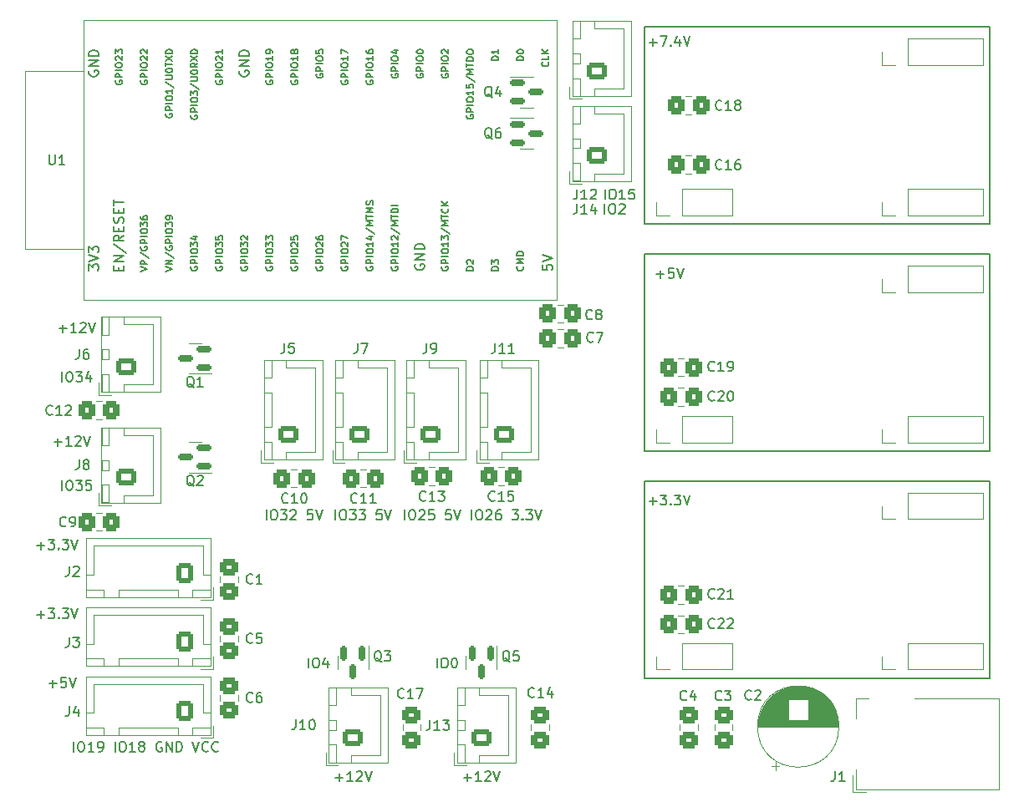
<source format=gto>
%TF.GenerationSoftware,KiCad,Pcbnew,(6.0.8)*%
%TF.CreationDate,2023-01-08T14:39:41+01:00*%
%TF.ProjectId,MainPCB-Rev2,4d61696e-5043-4422-9d52-6576322e6b69,rev?*%
%TF.SameCoordinates,Original*%
%TF.FileFunction,Legend,Top*%
%TF.FilePolarity,Positive*%
%FSLAX46Y46*%
G04 Gerber Fmt 4.6, Leading zero omitted, Abs format (unit mm)*
G04 Created by KiCad (PCBNEW (6.0.8)) date 2023-01-08 14:39:41*
%MOMM*%
%LPD*%
G01*
G04 APERTURE LIST*
G04 Aperture macros list*
%AMRoundRect*
0 Rectangle with rounded corners*
0 $1 Rounding radius*
0 $2 $3 $4 $5 $6 $7 $8 $9 X,Y pos of 4 corners*
0 Add a 4 corners polygon primitive as box body*
4,1,4,$2,$3,$4,$5,$6,$7,$8,$9,$2,$3,0*
0 Add four circle primitives for the rounded corners*
1,1,$1+$1,$2,$3*
1,1,$1+$1,$4,$5*
1,1,$1+$1,$6,$7*
1,1,$1+$1,$8,$9*
0 Add four rect primitives between the rounded corners*
20,1,$1+$1,$2,$3,$4,$5,0*
20,1,$1+$1,$4,$5,$6,$7,0*
20,1,$1+$1,$6,$7,$8,$9,0*
20,1,$1+$1,$8,$9,$2,$3,0*%
G04 Aperture macros list end*
%ADD10C,0.150000*%
%ADD11C,0.120000*%
%ADD12C,0.200000*%
%ADD13RoundRect,0.320754X-0.529246X-0.579246X0.529246X-0.579246X0.529246X0.579246X-0.529246X0.579246X0*%
%ADD14RoundRect,0.250000X0.600000X0.725000X-0.600000X0.725000X-0.600000X-0.725000X0.600000X-0.725000X0*%
%ADD15O,1.700000X1.950000*%
%ADD16RoundRect,0.320754X-0.579246X0.529246X-0.579246X-0.529246X0.579246X-0.529246X0.579246X0.529246X0*%
%ADD17RoundRect,0.150000X-0.587500X-0.150000X0.587500X-0.150000X0.587500X0.150000X-0.587500X0.150000X0*%
%ADD18RoundRect,0.250000X0.750000X-0.600000X0.750000X0.600000X-0.750000X0.600000X-0.750000X-0.600000X0*%
%ADD19O,2.000000X1.700000*%
%ADD20R,1.200000X2.000000*%
%ADD21O,1.200000X2.000000*%
%ADD22R,1.700000X1.700000*%
%ADD23O,1.700000X1.700000*%
%ADD24RoundRect,0.150000X0.587500X0.150000X-0.587500X0.150000X-0.587500X-0.150000X0.587500X-0.150000X0*%
%ADD25RoundRect,0.250000X0.725000X-0.600000X0.725000X0.600000X-0.725000X0.600000X-0.725000X-0.600000X0*%
%ADD26O,1.950000X1.700000*%
%ADD27R,2.000000X4.600000*%
%ADD28O,2.000000X4.200000*%
%ADD29O,4.200000X2.000000*%
%ADD30RoundRect,0.150000X-0.150000X0.587500X-0.150000X-0.587500X0.150000X-0.587500X0.150000X0.587500X0*%
%ADD31RoundRect,0.320754X0.529246X0.579246X-0.529246X0.579246X-0.529246X-0.579246X0.529246X-0.579246X0*%
%ADD32C,5.000000*%
%ADD33RoundRect,0.320754X0.579246X-0.529246X0.579246X0.529246X-0.579246X0.529246X-0.579246X-0.529246X0*%
%ADD34R,1.600000X1.600000*%
%ADD35C,1.600000*%
G04 APERTURE END LIST*
D10*
X89523809Y-69452380D02*
X89523809Y-68452380D01*
X90190476Y-68452380D02*
X90380952Y-68452380D01*
X90476190Y-68500000D01*
X90571428Y-68595238D01*
X90619047Y-68785714D01*
X90619047Y-69119047D01*
X90571428Y-69309523D01*
X90476190Y-69404761D01*
X90380952Y-69452380D01*
X90190476Y-69452380D01*
X90095238Y-69404761D01*
X90000000Y-69309523D01*
X89952380Y-69119047D01*
X89952380Y-68785714D01*
X90000000Y-68595238D01*
X90095238Y-68500000D01*
X90190476Y-68452380D01*
X91571428Y-69452380D02*
X91000000Y-69452380D01*
X91285714Y-69452380D02*
X91285714Y-68452380D01*
X91190476Y-68595238D01*
X91095238Y-68690476D01*
X91000000Y-68738095D01*
X92476190Y-68452380D02*
X92000000Y-68452380D01*
X91952380Y-68928571D01*
X92000000Y-68880952D01*
X92095238Y-68833333D01*
X92333333Y-68833333D01*
X92428571Y-68880952D01*
X92476190Y-68928571D01*
X92523809Y-69023809D01*
X92523809Y-69261904D01*
X92476190Y-69357142D01*
X92428571Y-69404761D01*
X92333333Y-69452380D01*
X92095238Y-69452380D01*
X92000000Y-69404761D01*
X91952380Y-69357142D01*
X34523809Y-98952380D02*
X34523809Y-97952380D01*
X35190476Y-97952380D02*
X35380952Y-97952380D01*
X35476190Y-98000000D01*
X35571428Y-98095238D01*
X35619047Y-98285714D01*
X35619047Y-98619047D01*
X35571428Y-98809523D01*
X35476190Y-98904761D01*
X35380952Y-98952380D01*
X35190476Y-98952380D01*
X35095238Y-98904761D01*
X35000000Y-98809523D01*
X34952380Y-98619047D01*
X34952380Y-98285714D01*
X35000000Y-98095238D01*
X35095238Y-98000000D01*
X35190476Y-97952380D01*
X35952380Y-97952380D02*
X36571428Y-97952380D01*
X36238095Y-98333333D01*
X36380952Y-98333333D01*
X36476190Y-98380952D01*
X36523809Y-98428571D01*
X36571428Y-98523809D01*
X36571428Y-98761904D01*
X36523809Y-98857142D01*
X36476190Y-98904761D01*
X36380952Y-98952380D01*
X36095238Y-98952380D01*
X36000000Y-98904761D01*
X35952380Y-98857142D01*
X37476190Y-97952380D02*
X37000000Y-97952380D01*
X36952380Y-98428571D01*
X37000000Y-98380952D01*
X37095238Y-98333333D01*
X37333333Y-98333333D01*
X37428571Y-98380952D01*
X37476190Y-98428571D01*
X37523809Y-98523809D01*
X37523809Y-98761904D01*
X37476190Y-98857142D01*
X37428571Y-98904761D01*
X37333333Y-98952380D01*
X37095238Y-98952380D01*
X37000000Y-98904761D01*
X36952380Y-98857142D01*
X62238095Y-101952380D02*
X62238095Y-100952380D01*
X62904761Y-100952380D02*
X63095238Y-100952380D01*
X63190476Y-101000000D01*
X63285714Y-101095238D01*
X63333333Y-101285714D01*
X63333333Y-101619047D01*
X63285714Y-101809523D01*
X63190476Y-101904761D01*
X63095238Y-101952380D01*
X62904761Y-101952380D01*
X62809523Y-101904761D01*
X62714285Y-101809523D01*
X62666666Y-101619047D01*
X62666666Y-101285714D01*
X62714285Y-101095238D01*
X62809523Y-101000000D01*
X62904761Y-100952380D01*
X63666666Y-100952380D02*
X64285714Y-100952380D01*
X63952380Y-101333333D01*
X64095238Y-101333333D01*
X64190476Y-101380952D01*
X64238095Y-101428571D01*
X64285714Y-101523809D01*
X64285714Y-101761904D01*
X64238095Y-101857142D01*
X64190476Y-101904761D01*
X64095238Y-101952380D01*
X63809523Y-101952380D01*
X63714285Y-101904761D01*
X63666666Y-101857142D01*
X64619047Y-100952380D02*
X65238095Y-100952380D01*
X64904761Y-101333333D01*
X65047619Y-101333333D01*
X65142857Y-101380952D01*
X65190476Y-101428571D01*
X65238095Y-101523809D01*
X65238095Y-101761904D01*
X65190476Y-101857142D01*
X65142857Y-101904761D01*
X65047619Y-101952380D01*
X64761904Y-101952380D01*
X64666666Y-101904761D01*
X64619047Y-101857142D01*
X66904761Y-100952380D02*
X66428571Y-100952380D01*
X66380952Y-101428571D01*
X66428571Y-101380952D01*
X66523809Y-101333333D01*
X66761904Y-101333333D01*
X66857142Y-101380952D01*
X66904761Y-101428571D01*
X66952380Y-101523809D01*
X66952380Y-101761904D01*
X66904761Y-101857142D01*
X66857142Y-101904761D01*
X66761904Y-101952380D01*
X66523809Y-101952380D01*
X66428571Y-101904761D01*
X66380952Y-101857142D01*
X67238095Y-100952380D02*
X67571428Y-101952380D01*
X67904761Y-100952380D01*
X94000000Y-53571428D02*
X94761904Y-53571428D01*
X94380952Y-53952380D02*
X94380952Y-53190476D01*
X95142857Y-52952380D02*
X95809523Y-52952380D01*
X95380952Y-53952380D01*
X96190476Y-53857142D02*
X96238095Y-53904761D01*
X96190476Y-53952380D01*
X96142857Y-53904761D01*
X96190476Y-53857142D01*
X96190476Y-53952380D01*
X97095238Y-53285714D02*
X97095238Y-53952380D01*
X96857142Y-52904761D02*
X96619047Y-53619047D01*
X97238095Y-53619047D01*
X97476190Y-52952380D02*
X97809523Y-53952380D01*
X98142857Y-52952380D01*
X94754285Y-77071428D02*
X95516190Y-77071428D01*
X95135238Y-77452380D02*
X95135238Y-76690476D01*
X96468571Y-76452380D02*
X95992380Y-76452380D01*
X95944761Y-76928571D01*
X95992380Y-76880952D01*
X96087619Y-76833333D01*
X96325714Y-76833333D01*
X96420952Y-76880952D01*
X96468571Y-76928571D01*
X96516190Y-77023809D01*
X96516190Y-77261904D01*
X96468571Y-77357142D01*
X96420952Y-77404761D01*
X96325714Y-77452380D01*
X96087619Y-77452380D01*
X95992380Y-77404761D01*
X95944761Y-77357142D01*
X96801904Y-76452380D02*
X97135238Y-77452380D01*
X97468571Y-76452380D01*
X89500000Y-70952380D02*
X89500000Y-69952380D01*
X90166666Y-69952380D02*
X90357142Y-69952380D01*
X90452380Y-70000000D01*
X90547619Y-70095238D01*
X90595238Y-70285714D01*
X90595238Y-70619047D01*
X90547619Y-70809523D01*
X90452380Y-70904761D01*
X90357142Y-70952380D01*
X90166666Y-70952380D01*
X90071428Y-70904761D01*
X89976190Y-70809523D01*
X89928571Y-70619047D01*
X89928571Y-70285714D01*
X89976190Y-70095238D01*
X90071428Y-70000000D01*
X90166666Y-69952380D01*
X90976190Y-70047619D02*
X91023809Y-70000000D01*
X91119047Y-69952380D01*
X91357142Y-69952380D01*
X91452380Y-70000000D01*
X91500000Y-70047619D01*
X91547619Y-70142857D01*
X91547619Y-70238095D01*
X91500000Y-70380952D01*
X90928571Y-70952380D01*
X91547619Y-70952380D01*
X59500000Y-116952380D02*
X59500000Y-115952380D01*
X60166666Y-115952380D02*
X60357142Y-115952380D01*
X60452380Y-116000000D01*
X60547619Y-116095238D01*
X60595238Y-116285714D01*
X60595238Y-116619047D01*
X60547619Y-116809523D01*
X60452380Y-116904761D01*
X60357142Y-116952380D01*
X60166666Y-116952380D01*
X60071428Y-116904761D01*
X59976190Y-116809523D01*
X59928571Y-116619047D01*
X59928571Y-116285714D01*
X59976190Y-116095238D01*
X60071428Y-116000000D01*
X60166666Y-115952380D01*
X61452380Y-116285714D02*
X61452380Y-116952380D01*
X61214285Y-115904761D02*
X60976190Y-116619047D01*
X61595238Y-116619047D01*
X94000000Y-100071428D02*
X94761904Y-100071428D01*
X94380952Y-100452380D02*
X94380952Y-99690476D01*
X95142857Y-99452380D02*
X95761904Y-99452380D01*
X95428571Y-99833333D01*
X95571428Y-99833333D01*
X95666666Y-99880952D01*
X95714285Y-99928571D01*
X95761904Y-100023809D01*
X95761904Y-100261904D01*
X95714285Y-100357142D01*
X95666666Y-100404761D01*
X95571428Y-100452380D01*
X95285714Y-100452380D01*
X95190476Y-100404761D01*
X95142857Y-100357142D01*
X96190476Y-100357142D02*
X96238095Y-100404761D01*
X96190476Y-100452380D01*
X96142857Y-100404761D01*
X96190476Y-100357142D01*
X96190476Y-100452380D01*
X96571428Y-99452380D02*
X97190476Y-99452380D01*
X96857142Y-99833333D01*
X97000000Y-99833333D01*
X97095238Y-99880952D01*
X97142857Y-99928571D01*
X97190476Y-100023809D01*
X97190476Y-100261904D01*
X97142857Y-100357142D01*
X97095238Y-100404761D01*
X97000000Y-100452380D01*
X96714285Y-100452380D01*
X96619047Y-100404761D01*
X96571428Y-100357142D01*
X97476190Y-99452380D02*
X97809523Y-100452380D01*
X98142857Y-99452380D01*
X35714285Y-125452380D02*
X35714285Y-124452380D01*
X36380952Y-124452380D02*
X36571428Y-124452380D01*
X36666666Y-124500000D01*
X36761904Y-124595238D01*
X36809523Y-124785714D01*
X36809523Y-125119047D01*
X36761904Y-125309523D01*
X36666666Y-125404761D01*
X36571428Y-125452380D01*
X36380952Y-125452380D01*
X36285714Y-125404761D01*
X36190476Y-125309523D01*
X36142857Y-125119047D01*
X36142857Y-124785714D01*
X36190476Y-124595238D01*
X36285714Y-124500000D01*
X36380952Y-124452380D01*
X37761904Y-125452380D02*
X37190476Y-125452380D01*
X37476190Y-125452380D02*
X37476190Y-124452380D01*
X37380952Y-124595238D01*
X37285714Y-124690476D01*
X37190476Y-124738095D01*
X38238095Y-125452380D02*
X38428571Y-125452380D01*
X38523809Y-125404761D01*
X38571428Y-125357142D01*
X38666666Y-125214285D01*
X38714285Y-125023809D01*
X38714285Y-124642857D01*
X38666666Y-124547619D01*
X38619047Y-124500000D01*
X38523809Y-124452380D01*
X38333333Y-124452380D01*
X38238095Y-124500000D01*
X38190476Y-124547619D01*
X38142857Y-124642857D01*
X38142857Y-124880952D01*
X38190476Y-124976190D01*
X38238095Y-125023809D01*
X38333333Y-125071428D01*
X38523809Y-125071428D01*
X38619047Y-125023809D01*
X38666666Y-124976190D01*
X38714285Y-124880952D01*
X39904761Y-125452380D02*
X39904761Y-124452380D01*
X40571428Y-124452380D02*
X40761904Y-124452380D01*
X40857142Y-124500000D01*
X40952380Y-124595238D01*
X41000000Y-124785714D01*
X41000000Y-125119047D01*
X40952380Y-125309523D01*
X40857142Y-125404761D01*
X40761904Y-125452380D01*
X40571428Y-125452380D01*
X40476190Y-125404761D01*
X40380952Y-125309523D01*
X40333333Y-125119047D01*
X40333333Y-124785714D01*
X40380952Y-124595238D01*
X40476190Y-124500000D01*
X40571428Y-124452380D01*
X41952380Y-125452380D02*
X41380952Y-125452380D01*
X41666666Y-125452380D02*
X41666666Y-124452380D01*
X41571428Y-124595238D01*
X41476190Y-124690476D01*
X41380952Y-124738095D01*
X42523809Y-124880952D02*
X42428571Y-124833333D01*
X42380952Y-124785714D01*
X42333333Y-124690476D01*
X42333333Y-124642857D01*
X42380952Y-124547619D01*
X42428571Y-124500000D01*
X42523809Y-124452380D01*
X42714285Y-124452380D01*
X42809523Y-124500000D01*
X42857142Y-124547619D01*
X42904761Y-124642857D01*
X42904761Y-124690476D01*
X42857142Y-124785714D01*
X42809523Y-124833333D01*
X42714285Y-124880952D01*
X42523809Y-124880952D01*
X42428571Y-124928571D01*
X42380952Y-124976190D01*
X42333333Y-125071428D01*
X42333333Y-125261904D01*
X42380952Y-125357142D01*
X42428571Y-125404761D01*
X42523809Y-125452380D01*
X42714285Y-125452380D01*
X42809523Y-125404761D01*
X42857142Y-125357142D01*
X42904761Y-125261904D01*
X42904761Y-125071428D01*
X42857142Y-124976190D01*
X42809523Y-124928571D01*
X42714285Y-124880952D01*
X44619047Y-124500000D02*
X44523809Y-124452380D01*
X44380952Y-124452380D01*
X44238095Y-124500000D01*
X44142857Y-124595238D01*
X44095238Y-124690476D01*
X44047619Y-124880952D01*
X44047619Y-125023809D01*
X44095238Y-125214285D01*
X44142857Y-125309523D01*
X44238095Y-125404761D01*
X44380952Y-125452380D01*
X44476190Y-125452380D01*
X44619047Y-125404761D01*
X44666666Y-125357142D01*
X44666666Y-125023809D01*
X44476190Y-125023809D01*
X45095238Y-125452380D02*
X45095238Y-124452380D01*
X45666666Y-125452380D01*
X45666666Y-124452380D01*
X46142857Y-125452380D02*
X46142857Y-124452380D01*
X46380952Y-124452380D01*
X46523809Y-124500000D01*
X46619047Y-124595238D01*
X46666666Y-124690476D01*
X46714285Y-124880952D01*
X46714285Y-125023809D01*
X46666666Y-125214285D01*
X46619047Y-125309523D01*
X46523809Y-125404761D01*
X46380952Y-125452380D01*
X46142857Y-125452380D01*
X47761904Y-124452380D02*
X48095238Y-125452380D01*
X48428571Y-124452380D01*
X49333333Y-125357142D02*
X49285714Y-125404761D01*
X49142857Y-125452380D01*
X49047619Y-125452380D01*
X48904761Y-125404761D01*
X48809523Y-125309523D01*
X48761904Y-125214285D01*
X48714285Y-125023809D01*
X48714285Y-124880952D01*
X48761904Y-124690476D01*
X48809523Y-124595238D01*
X48904761Y-124500000D01*
X49047619Y-124452380D01*
X49142857Y-124452380D01*
X49285714Y-124500000D01*
X49333333Y-124547619D01*
X50333333Y-125357142D02*
X50285714Y-125404761D01*
X50142857Y-125452380D01*
X50047619Y-125452380D01*
X49904761Y-125404761D01*
X49809523Y-125309523D01*
X49761904Y-125214285D01*
X49714285Y-125023809D01*
X49714285Y-124880952D01*
X49761904Y-124690476D01*
X49809523Y-124595238D01*
X49904761Y-124500000D01*
X50047619Y-124452380D01*
X50142857Y-124452380D01*
X50285714Y-124500000D01*
X50333333Y-124547619D01*
X76023809Y-101952380D02*
X76023809Y-100952380D01*
X76690476Y-100952380D02*
X76880952Y-100952380D01*
X76976190Y-101000000D01*
X77071428Y-101095238D01*
X77119047Y-101285714D01*
X77119047Y-101619047D01*
X77071428Y-101809523D01*
X76976190Y-101904761D01*
X76880952Y-101952380D01*
X76690476Y-101952380D01*
X76595238Y-101904761D01*
X76500000Y-101809523D01*
X76452380Y-101619047D01*
X76452380Y-101285714D01*
X76500000Y-101095238D01*
X76595238Y-101000000D01*
X76690476Y-100952380D01*
X77500000Y-101047619D02*
X77547619Y-101000000D01*
X77642857Y-100952380D01*
X77880952Y-100952380D01*
X77976190Y-101000000D01*
X78023809Y-101047619D01*
X78071428Y-101142857D01*
X78071428Y-101238095D01*
X78023809Y-101380952D01*
X77452380Y-101952380D01*
X78071428Y-101952380D01*
X78928571Y-100952380D02*
X78738095Y-100952380D01*
X78642857Y-101000000D01*
X78595238Y-101047619D01*
X78500000Y-101190476D01*
X78452380Y-101380952D01*
X78452380Y-101761904D01*
X78500000Y-101857142D01*
X78547619Y-101904761D01*
X78642857Y-101952380D01*
X78833333Y-101952380D01*
X78928571Y-101904761D01*
X78976190Y-101857142D01*
X79023809Y-101761904D01*
X79023809Y-101523809D01*
X78976190Y-101428571D01*
X78928571Y-101380952D01*
X78833333Y-101333333D01*
X78642857Y-101333333D01*
X78547619Y-101380952D01*
X78500000Y-101428571D01*
X78452380Y-101523809D01*
X80119047Y-100952380D02*
X80738095Y-100952380D01*
X80404761Y-101333333D01*
X80547619Y-101333333D01*
X80642857Y-101380952D01*
X80690476Y-101428571D01*
X80738095Y-101523809D01*
X80738095Y-101761904D01*
X80690476Y-101857142D01*
X80642857Y-101904761D01*
X80547619Y-101952380D01*
X80261904Y-101952380D01*
X80166666Y-101904761D01*
X80119047Y-101857142D01*
X81166666Y-101857142D02*
X81214285Y-101904761D01*
X81166666Y-101952380D01*
X81119047Y-101904761D01*
X81166666Y-101857142D01*
X81166666Y-101952380D01*
X81547619Y-100952380D02*
X82166666Y-100952380D01*
X81833333Y-101333333D01*
X81976190Y-101333333D01*
X82071428Y-101380952D01*
X82119047Y-101428571D01*
X82166666Y-101523809D01*
X82166666Y-101761904D01*
X82119047Y-101857142D01*
X82071428Y-101904761D01*
X81976190Y-101952380D01*
X81690476Y-101952380D01*
X81595238Y-101904761D01*
X81547619Y-101857142D01*
X82452380Y-100952380D02*
X82785714Y-101952380D01*
X83119047Y-100952380D01*
X32000000Y-104571428D02*
X32761904Y-104571428D01*
X32380952Y-104952380D02*
X32380952Y-104190476D01*
X33142857Y-103952380D02*
X33761904Y-103952380D01*
X33428571Y-104333333D01*
X33571428Y-104333333D01*
X33666666Y-104380952D01*
X33714285Y-104428571D01*
X33761904Y-104523809D01*
X33761904Y-104761904D01*
X33714285Y-104857142D01*
X33666666Y-104904761D01*
X33571428Y-104952380D01*
X33285714Y-104952380D01*
X33190476Y-104904761D01*
X33142857Y-104857142D01*
X34190476Y-104857142D02*
X34238095Y-104904761D01*
X34190476Y-104952380D01*
X34142857Y-104904761D01*
X34190476Y-104857142D01*
X34190476Y-104952380D01*
X34571428Y-103952380D02*
X35190476Y-103952380D01*
X34857142Y-104333333D01*
X35000000Y-104333333D01*
X35095238Y-104380952D01*
X35142857Y-104428571D01*
X35190476Y-104523809D01*
X35190476Y-104761904D01*
X35142857Y-104857142D01*
X35095238Y-104904761D01*
X35000000Y-104952380D01*
X34714285Y-104952380D01*
X34619047Y-104904761D01*
X34571428Y-104857142D01*
X35476190Y-103952380D02*
X35809523Y-104952380D01*
X36142857Y-103952380D01*
X33738095Y-94071428D02*
X34500000Y-94071428D01*
X34119047Y-94452380D02*
X34119047Y-93690476D01*
X35500000Y-94452380D02*
X34928571Y-94452380D01*
X35214285Y-94452380D02*
X35214285Y-93452380D01*
X35119047Y-93595238D01*
X35023809Y-93690476D01*
X34928571Y-93738095D01*
X35880952Y-93547619D02*
X35928571Y-93500000D01*
X36023809Y-93452380D01*
X36261904Y-93452380D01*
X36357142Y-93500000D01*
X36404761Y-93547619D01*
X36452380Y-93642857D01*
X36452380Y-93738095D01*
X36404761Y-93880952D01*
X35833333Y-94452380D01*
X36452380Y-94452380D01*
X36738095Y-93452380D02*
X37071428Y-94452380D01*
X37404761Y-93452380D01*
X69238095Y-101952380D02*
X69238095Y-100952380D01*
X69904761Y-100952380D02*
X70095238Y-100952380D01*
X70190476Y-101000000D01*
X70285714Y-101095238D01*
X70333333Y-101285714D01*
X70333333Y-101619047D01*
X70285714Y-101809523D01*
X70190476Y-101904761D01*
X70095238Y-101952380D01*
X69904761Y-101952380D01*
X69809523Y-101904761D01*
X69714285Y-101809523D01*
X69666666Y-101619047D01*
X69666666Y-101285714D01*
X69714285Y-101095238D01*
X69809523Y-101000000D01*
X69904761Y-100952380D01*
X70714285Y-101047619D02*
X70761904Y-101000000D01*
X70857142Y-100952380D01*
X71095238Y-100952380D01*
X71190476Y-101000000D01*
X71238095Y-101047619D01*
X71285714Y-101142857D01*
X71285714Y-101238095D01*
X71238095Y-101380952D01*
X70666666Y-101952380D01*
X71285714Y-101952380D01*
X72190476Y-100952380D02*
X71714285Y-100952380D01*
X71666666Y-101428571D01*
X71714285Y-101380952D01*
X71809523Y-101333333D01*
X72047619Y-101333333D01*
X72142857Y-101380952D01*
X72190476Y-101428571D01*
X72238095Y-101523809D01*
X72238095Y-101761904D01*
X72190476Y-101857142D01*
X72142857Y-101904761D01*
X72047619Y-101952380D01*
X71809523Y-101952380D01*
X71714285Y-101904761D01*
X71666666Y-101857142D01*
X73904761Y-100952380D02*
X73428571Y-100952380D01*
X73380952Y-101428571D01*
X73428571Y-101380952D01*
X73523809Y-101333333D01*
X73761904Y-101333333D01*
X73857142Y-101380952D01*
X73904761Y-101428571D01*
X73952380Y-101523809D01*
X73952380Y-101761904D01*
X73904761Y-101857142D01*
X73857142Y-101904761D01*
X73761904Y-101952380D01*
X73523809Y-101952380D01*
X73428571Y-101904761D01*
X73380952Y-101857142D01*
X74238095Y-100952380D02*
X74571428Y-101952380D01*
X74904761Y-100952380D01*
X72500000Y-116952380D02*
X72500000Y-115952380D01*
X73166666Y-115952380D02*
X73357142Y-115952380D01*
X73452380Y-116000000D01*
X73547619Y-116095238D01*
X73595238Y-116285714D01*
X73595238Y-116619047D01*
X73547619Y-116809523D01*
X73452380Y-116904761D01*
X73357142Y-116952380D01*
X73166666Y-116952380D01*
X73071428Y-116904761D01*
X72976190Y-116809523D01*
X72928571Y-116619047D01*
X72928571Y-116285714D01*
X72976190Y-116095238D01*
X73071428Y-116000000D01*
X73166666Y-115952380D01*
X74214285Y-115952380D02*
X74309523Y-115952380D01*
X74404761Y-116000000D01*
X74452380Y-116047619D01*
X74500000Y-116142857D01*
X74547619Y-116333333D01*
X74547619Y-116571428D01*
X74500000Y-116761904D01*
X74452380Y-116857142D01*
X74404761Y-116904761D01*
X74309523Y-116952380D01*
X74214285Y-116952380D01*
X74119047Y-116904761D01*
X74071428Y-116857142D01*
X74023809Y-116761904D01*
X73976190Y-116571428D01*
X73976190Y-116333333D01*
X74023809Y-116142857D01*
X74071428Y-116047619D01*
X74119047Y-116000000D01*
X74214285Y-115952380D01*
X32000000Y-111571428D02*
X32761904Y-111571428D01*
X32380952Y-111952380D02*
X32380952Y-111190476D01*
X33142857Y-110952380D02*
X33761904Y-110952380D01*
X33428571Y-111333333D01*
X33571428Y-111333333D01*
X33666666Y-111380952D01*
X33714285Y-111428571D01*
X33761904Y-111523809D01*
X33761904Y-111761904D01*
X33714285Y-111857142D01*
X33666666Y-111904761D01*
X33571428Y-111952380D01*
X33285714Y-111952380D01*
X33190476Y-111904761D01*
X33142857Y-111857142D01*
X34190476Y-111857142D02*
X34238095Y-111904761D01*
X34190476Y-111952380D01*
X34142857Y-111904761D01*
X34190476Y-111857142D01*
X34190476Y-111952380D01*
X34571428Y-110952380D02*
X35190476Y-110952380D01*
X34857142Y-111333333D01*
X35000000Y-111333333D01*
X35095238Y-111380952D01*
X35142857Y-111428571D01*
X35190476Y-111523809D01*
X35190476Y-111761904D01*
X35142857Y-111857142D01*
X35095238Y-111904761D01*
X35000000Y-111952380D01*
X34714285Y-111952380D01*
X34619047Y-111904761D01*
X34571428Y-111857142D01*
X35476190Y-110952380D02*
X35809523Y-111952380D01*
X36142857Y-110952380D01*
X55238095Y-101952380D02*
X55238095Y-100952380D01*
X55904761Y-100952380D02*
X56095238Y-100952380D01*
X56190476Y-101000000D01*
X56285714Y-101095238D01*
X56333333Y-101285714D01*
X56333333Y-101619047D01*
X56285714Y-101809523D01*
X56190476Y-101904761D01*
X56095238Y-101952380D01*
X55904761Y-101952380D01*
X55809523Y-101904761D01*
X55714285Y-101809523D01*
X55666666Y-101619047D01*
X55666666Y-101285714D01*
X55714285Y-101095238D01*
X55809523Y-101000000D01*
X55904761Y-100952380D01*
X56666666Y-100952380D02*
X57285714Y-100952380D01*
X56952380Y-101333333D01*
X57095238Y-101333333D01*
X57190476Y-101380952D01*
X57238095Y-101428571D01*
X57285714Y-101523809D01*
X57285714Y-101761904D01*
X57238095Y-101857142D01*
X57190476Y-101904761D01*
X57095238Y-101952380D01*
X56809523Y-101952380D01*
X56714285Y-101904761D01*
X56666666Y-101857142D01*
X57666666Y-101047619D02*
X57714285Y-101000000D01*
X57809523Y-100952380D01*
X58047619Y-100952380D01*
X58142857Y-101000000D01*
X58190476Y-101047619D01*
X58238095Y-101142857D01*
X58238095Y-101238095D01*
X58190476Y-101380952D01*
X57619047Y-101952380D01*
X58238095Y-101952380D01*
X59904761Y-100952380D02*
X59428571Y-100952380D01*
X59380952Y-101428571D01*
X59428571Y-101380952D01*
X59523809Y-101333333D01*
X59761904Y-101333333D01*
X59857142Y-101380952D01*
X59904761Y-101428571D01*
X59952380Y-101523809D01*
X59952380Y-101761904D01*
X59904761Y-101857142D01*
X59857142Y-101904761D01*
X59761904Y-101952380D01*
X59523809Y-101952380D01*
X59428571Y-101904761D01*
X59380952Y-101857142D01*
X60238095Y-100952380D02*
X60571428Y-101952380D01*
X60904761Y-100952380D01*
X34523809Y-87952380D02*
X34523809Y-86952380D01*
X35190476Y-86952380D02*
X35380952Y-86952380D01*
X35476190Y-87000000D01*
X35571428Y-87095238D01*
X35619047Y-87285714D01*
X35619047Y-87619047D01*
X35571428Y-87809523D01*
X35476190Y-87904761D01*
X35380952Y-87952380D01*
X35190476Y-87952380D01*
X35095238Y-87904761D01*
X35000000Y-87809523D01*
X34952380Y-87619047D01*
X34952380Y-87285714D01*
X35000000Y-87095238D01*
X35095238Y-87000000D01*
X35190476Y-86952380D01*
X35952380Y-86952380D02*
X36571428Y-86952380D01*
X36238095Y-87333333D01*
X36380952Y-87333333D01*
X36476190Y-87380952D01*
X36523809Y-87428571D01*
X36571428Y-87523809D01*
X36571428Y-87761904D01*
X36523809Y-87857142D01*
X36476190Y-87904761D01*
X36380952Y-87952380D01*
X36095238Y-87952380D01*
X36000000Y-87904761D01*
X35952380Y-87857142D01*
X37428571Y-87285714D02*
X37428571Y-87952380D01*
X37190476Y-86904761D02*
X36952380Y-87619047D01*
X37571428Y-87619047D01*
X33214285Y-118571428D02*
X33976190Y-118571428D01*
X33595238Y-118952380D02*
X33595238Y-118190476D01*
X34928571Y-117952380D02*
X34452380Y-117952380D01*
X34404761Y-118428571D01*
X34452380Y-118380952D01*
X34547619Y-118333333D01*
X34785714Y-118333333D01*
X34880952Y-118380952D01*
X34928571Y-118428571D01*
X34976190Y-118523809D01*
X34976190Y-118761904D01*
X34928571Y-118857142D01*
X34880952Y-118904761D01*
X34785714Y-118952380D01*
X34547619Y-118952380D01*
X34452380Y-118904761D01*
X34404761Y-118857142D01*
X35261904Y-117952380D02*
X35595238Y-118952380D01*
X35928571Y-117952380D01*
X75238095Y-128071428D02*
X76000000Y-128071428D01*
X75619047Y-128452380D02*
X75619047Y-127690476D01*
X77000000Y-128452380D02*
X76428571Y-128452380D01*
X76714285Y-128452380D02*
X76714285Y-127452380D01*
X76619047Y-127595238D01*
X76523809Y-127690476D01*
X76428571Y-127738095D01*
X77380952Y-127547619D02*
X77428571Y-127500000D01*
X77523809Y-127452380D01*
X77761904Y-127452380D01*
X77857142Y-127500000D01*
X77904761Y-127547619D01*
X77952380Y-127642857D01*
X77952380Y-127738095D01*
X77904761Y-127880952D01*
X77333333Y-128452380D01*
X77952380Y-128452380D01*
X78238095Y-127452380D02*
X78571428Y-128452380D01*
X78904761Y-127452380D01*
X62238095Y-128071428D02*
X63000000Y-128071428D01*
X62619047Y-128452380D02*
X62619047Y-127690476D01*
X64000000Y-128452380D02*
X63428571Y-128452380D01*
X63714285Y-128452380D02*
X63714285Y-127452380D01*
X63619047Y-127595238D01*
X63523809Y-127690476D01*
X63428571Y-127738095D01*
X64380952Y-127547619D02*
X64428571Y-127500000D01*
X64523809Y-127452380D01*
X64761904Y-127452380D01*
X64857142Y-127500000D01*
X64904761Y-127547619D01*
X64952380Y-127642857D01*
X64952380Y-127738095D01*
X64904761Y-127880952D01*
X64333333Y-128452380D01*
X64952380Y-128452380D01*
X65238095Y-127452380D02*
X65571428Y-128452380D01*
X65904761Y-127452380D01*
X34238095Y-82571428D02*
X35000000Y-82571428D01*
X34619047Y-82952380D02*
X34619047Y-82190476D01*
X36000000Y-82952380D02*
X35428571Y-82952380D01*
X35714285Y-82952380D02*
X35714285Y-81952380D01*
X35619047Y-82095238D01*
X35523809Y-82190476D01*
X35428571Y-82238095D01*
X36380952Y-82047619D02*
X36428571Y-82000000D01*
X36523809Y-81952380D01*
X36761904Y-81952380D01*
X36857142Y-82000000D01*
X36904761Y-82047619D01*
X36952380Y-82142857D01*
X36952380Y-82238095D01*
X36904761Y-82380952D01*
X36333333Y-82952380D01*
X36952380Y-82952380D01*
X37238095Y-81952380D02*
X37571428Y-82952380D01*
X37904761Y-81952380D01*
X100607142Y-89807142D02*
X100559523Y-89854761D01*
X100416666Y-89902380D01*
X100321428Y-89902380D01*
X100178571Y-89854761D01*
X100083333Y-89759523D01*
X100035714Y-89664285D01*
X99988095Y-89473809D01*
X99988095Y-89330952D01*
X100035714Y-89140476D01*
X100083333Y-89045238D01*
X100178571Y-88950000D01*
X100321428Y-88902380D01*
X100416666Y-88902380D01*
X100559523Y-88950000D01*
X100607142Y-88997619D01*
X100988095Y-88997619D02*
X101035714Y-88950000D01*
X101130952Y-88902380D01*
X101369047Y-88902380D01*
X101464285Y-88950000D01*
X101511904Y-88997619D01*
X101559523Y-89092857D01*
X101559523Y-89188095D01*
X101511904Y-89330952D01*
X100940476Y-89902380D01*
X101559523Y-89902380D01*
X102178571Y-88902380D02*
X102273809Y-88902380D01*
X102369047Y-88950000D01*
X102416666Y-88997619D01*
X102464285Y-89092857D01*
X102511904Y-89283333D01*
X102511904Y-89521428D01*
X102464285Y-89711904D01*
X102416666Y-89807142D01*
X102369047Y-89854761D01*
X102273809Y-89902380D01*
X102178571Y-89902380D01*
X102083333Y-89854761D01*
X102035714Y-89807142D01*
X101988095Y-89711904D01*
X101940476Y-89521428D01*
X101940476Y-89283333D01*
X101988095Y-89092857D01*
X102035714Y-88997619D01*
X102083333Y-88950000D01*
X102178571Y-88902380D01*
X35266666Y-120852380D02*
X35266666Y-121566666D01*
X35219047Y-121709523D01*
X35123809Y-121804761D01*
X34980952Y-121852380D01*
X34885714Y-121852380D01*
X36171428Y-121185714D02*
X36171428Y-121852380D01*
X35933333Y-120804761D02*
X35695238Y-121519047D01*
X36314285Y-121519047D01*
X100607142Y-86807142D02*
X100559523Y-86854761D01*
X100416666Y-86902380D01*
X100321428Y-86902380D01*
X100178571Y-86854761D01*
X100083333Y-86759523D01*
X100035714Y-86664285D01*
X99988095Y-86473809D01*
X99988095Y-86330952D01*
X100035714Y-86140476D01*
X100083333Y-86045238D01*
X100178571Y-85950000D01*
X100321428Y-85902380D01*
X100416666Y-85902380D01*
X100559523Y-85950000D01*
X100607142Y-85997619D01*
X101559523Y-86902380D02*
X100988095Y-86902380D01*
X101273809Y-86902380D02*
X101273809Y-85902380D01*
X101178571Y-86045238D01*
X101083333Y-86140476D01*
X100988095Y-86188095D01*
X102035714Y-86902380D02*
X102226190Y-86902380D01*
X102321428Y-86854761D01*
X102369047Y-86807142D01*
X102464285Y-86664285D01*
X102511904Y-86473809D01*
X102511904Y-86092857D01*
X102464285Y-85997619D01*
X102416666Y-85950000D01*
X102321428Y-85902380D01*
X102130952Y-85902380D01*
X102035714Y-85950000D01*
X101988095Y-85997619D01*
X101940476Y-86092857D01*
X101940476Y-86330952D01*
X101988095Y-86426190D01*
X102035714Y-86473809D01*
X102130952Y-86521428D01*
X102321428Y-86521428D01*
X102416666Y-86473809D01*
X102464285Y-86426190D01*
X102511904Y-86330952D01*
X69157142Y-119957142D02*
X69109523Y-120004761D01*
X68966666Y-120052380D01*
X68871428Y-120052380D01*
X68728571Y-120004761D01*
X68633333Y-119909523D01*
X68585714Y-119814285D01*
X68538095Y-119623809D01*
X68538095Y-119480952D01*
X68585714Y-119290476D01*
X68633333Y-119195238D01*
X68728571Y-119100000D01*
X68871428Y-119052380D01*
X68966666Y-119052380D01*
X69109523Y-119100000D01*
X69157142Y-119147619D01*
X70109523Y-120052380D02*
X69538095Y-120052380D01*
X69823809Y-120052380D02*
X69823809Y-119052380D01*
X69728571Y-119195238D01*
X69633333Y-119290476D01*
X69538095Y-119338095D01*
X70442857Y-119052380D02*
X71109523Y-119052380D01*
X70680952Y-120052380D01*
X53833333Y-108357142D02*
X53785714Y-108404761D01*
X53642857Y-108452380D01*
X53547619Y-108452380D01*
X53404761Y-108404761D01*
X53309523Y-108309523D01*
X53261904Y-108214285D01*
X53214285Y-108023809D01*
X53214285Y-107880952D01*
X53261904Y-107690476D01*
X53309523Y-107595238D01*
X53404761Y-107500000D01*
X53547619Y-107452380D01*
X53642857Y-107452380D01*
X53785714Y-107500000D01*
X53833333Y-107547619D01*
X54785714Y-108452380D02*
X54214285Y-108452380D01*
X54500000Y-108452380D02*
X54500000Y-107452380D01*
X54404761Y-107595238D01*
X54309523Y-107690476D01*
X54214285Y-107738095D01*
X78104761Y-63347619D02*
X78009523Y-63300000D01*
X77914285Y-63204761D01*
X77771428Y-63061904D01*
X77676190Y-63014285D01*
X77580952Y-63014285D01*
X77628571Y-63252380D02*
X77533333Y-63204761D01*
X77438095Y-63109523D01*
X77390476Y-62919047D01*
X77390476Y-62585714D01*
X77438095Y-62395238D01*
X77533333Y-62300000D01*
X77628571Y-62252380D01*
X77819047Y-62252380D01*
X77914285Y-62300000D01*
X78009523Y-62395238D01*
X78057142Y-62585714D01*
X78057142Y-62919047D01*
X78009523Y-63109523D01*
X77914285Y-63204761D01*
X77819047Y-63252380D01*
X77628571Y-63252380D01*
X78914285Y-62252380D02*
X78723809Y-62252380D01*
X78628571Y-62300000D01*
X78580952Y-62347619D01*
X78485714Y-62490476D01*
X78438095Y-62680952D01*
X78438095Y-63061904D01*
X78485714Y-63157142D01*
X78533333Y-63204761D01*
X78628571Y-63252380D01*
X78819047Y-63252380D01*
X78914285Y-63204761D01*
X78961904Y-63157142D01*
X79009523Y-63061904D01*
X79009523Y-62823809D01*
X78961904Y-62728571D01*
X78914285Y-62680952D01*
X78819047Y-62633333D01*
X78628571Y-62633333D01*
X78533333Y-62680952D01*
X78485714Y-62728571D01*
X78438095Y-62823809D01*
X58190476Y-122202380D02*
X58190476Y-122916666D01*
X58142857Y-123059523D01*
X58047619Y-123154761D01*
X57904761Y-123202380D01*
X57809523Y-123202380D01*
X59190476Y-123202380D02*
X58619047Y-123202380D01*
X58904761Y-123202380D02*
X58904761Y-122202380D01*
X58809523Y-122345238D01*
X58714285Y-122440476D01*
X58619047Y-122488095D01*
X59809523Y-122202380D02*
X59904761Y-122202380D01*
X60000000Y-122250000D01*
X60047619Y-122297619D01*
X60095238Y-122392857D01*
X60142857Y-122583333D01*
X60142857Y-122821428D01*
X60095238Y-123011904D01*
X60047619Y-123107142D01*
X60000000Y-123154761D01*
X59904761Y-123202380D01*
X59809523Y-123202380D01*
X59714285Y-123154761D01*
X59666666Y-123107142D01*
X59619047Y-123011904D01*
X59571428Y-122821428D01*
X59571428Y-122583333D01*
X59619047Y-122392857D01*
X59666666Y-122297619D01*
X59714285Y-122250000D01*
X59809523Y-122202380D01*
X88333333Y-83857142D02*
X88285714Y-83904761D01*
X88142857Y-83952380D01*
X88047619Y-83952380D01*
X87904761Y-83904761D01*
X87809523Y-83809523D01*
X87761904Y-83714285D01*
X87714285Y-83523809D01*
X87714285Y-83380952D01*
X87761904Y-83190476D01*
X87809523Y-83095238D01*
X87904761Y-83000000D01*
X88047619Y-82952380D01*
X88142857Y-82952380D01*
X88285714Y-83000000D01*
X88333333Y-83047619D01*
X88666666Y-82952380D02*
X89333333Y-82952380D01*
X88904761Y-83952380D01*
X33238095Y-64952380D02*
X33238095Y-65761904D01*
X33285714Y-65857142D01*
X33333333Y-65904761D01*
X33428571Y-65952380D01*
X33619047Y-65952380D01*
X33714285Y-65904761D01*
X33761904Y-65857142D01*
X33809523Y-65761904D01*
X33809523Y-64952380D01*
X34809523Y-65952380D02*
X34238095Y-65952380D01*
X34523809Y-65952380D02*
X34523809Y-64952380D01*
X34428571Y-65095238D01*
X34333333Y-65190476D01*
X34238095Y-65238095D01*
X70316560Y-76070595D02*
X70268940Y-76165833D01*
X70268940Y-76308690D01*
X70316560Y-76451547D01*
X70411798Y-76546785D01*
X70507036Y-76594404D01*
X70697512Y-76642023D01*
X70840369Y-76642023D01*
X71030845Y-76594404D01*
X71126083Y-76546785D01*
X71221321Y-76451547D01*
X71268940Y-76308690D01*
X71268940Y-76213452D01*
X71221321Y-76070595D01*
X71173702Y-76022976D01*
X70840369Y-76022976D01*
X70840369Y-76213452D01*
X71268940Y-75594404D02*
X70268940Y-75594404D01*
X71268940Y-75022976D01*
X70268940Y-75022976D01*
X71268940Y-74546785D02*
X70268940Y-74546785D01*
X70268940Y-74308690D01*
X70316560Y-74165833D01*
X70411798Y-74070595D01*
X70507036Y-74022976D01*
X70697512Y-73975357D01*
X70840369Y-73975357D01*
X71030845Y-74022976D01*
X71126083Y-74070595D01*
X71221321Y-74165833D01*
X71268940Y-74308690D01*
X71268940Y-74546785D01*
X67926560Y-76299166D02*
X67893226Y-76365833D01*
X67893226Y-76465833D01*
X67926560Y-76565833D01*
X67993226Y-76632500D01*
X68059893Y-76665833D01*
X68193226Y-76699166D01*
X68293226Y-76699166D01*
X68426560Y-76665833D01*
X68493226Y-76632500D01*
X68559893Y-76565833D01*
X68593226Y-76465833D01*
X68593226Y-76399166D01*
X68559893Y-76299166D01*
X68526560Y-76265833D01*
X68293226Y-76265833D01*
X68293226Y-76399166D01*
X68593226Y-75965833D02*
X67893226Y-75965833D01*
X67893226Y-75699166D01*
X67926560Y-75632500D01*
X67959893Y-75599166D01*
X68026560Y-75565833D01*
X68126560Y-75565833D01*
X68193226Y-75599166D01*
X68226560Y-75632500D01*
X68259893Y-75699166D01*
X68259893Y-75965833D01*
X68593226Y-75265833D02*
X67893226Y-75265833D01*
X67893226Y-74799166D02*
X67893226Y-74665833D01*
X67926560Y-74599166D01*
X67993226Y-74532500D01*
X68126560Y-74499166D01*
X68359893Y-74499166D01*
X68493226Y-74532500D01*
X68559893Y-74599166D01*
X68593226Y-74665833D01*
X68593226Y-74799166D01*
X68559893Y-74865833D01*
X68493226Y-74932500D01*
X68359893Y-74965833D01*
X68126560Y-74965833D01*
X67993226Y-74932500D01*
X67926560Y-74865833D01*
X67893226Y-74799166D01*
X68593226Y-73832500D02*
X68593226Y-74232500D01*
X68593226Y-74032500D02*
X67893226Y-74032500D01*
X67993226Y-74099166D01*
X68059893Y-74165833D01*
X68093226Y-74232500D01*
X67959893Y-73565833D02*
X67926560Y-73532500D01*
X67893226Y-73465833D01*
X67893226Y-73299166D01*
X67926560Y-73232500D01*
X67959893Y-73199166D01*
X68026560Y-73165833D01*
X68093226Y-73165833D01*
X68193226Y-73199166D01*
X68593226Y-73599166D01*
X68593226Y-73165833D01*
X67859893Y-72365833D02*
X68759893Y-72965833D01*
X68593226Y-72132500D02*
X67893226Y-72132500D01*
X68393226Y-71899166D01*
X67893226Y-71665833D01*
X68593226Y-71665833D01*
X67893226Y-71432500D02*
X67893226Y-71032500D01*
X68593226Y-71232500D02*
X67893226Y-71232500D01*
X68593226Y-70799166D02*
X67893226Y-70799166D01*
X67893226Y-70632500D01*
X67926560Y-70532500D01*
X67993226Y-70465833D01*
X68059893Y-70432500D01*
X68193226Y-70399166D01*
X68293226Y-70399166D01*
X68426560Y-70432500D01*
X68493226Y-70465833D01*
X68559893Y-70532500D01*
X68593226Y-70632500D01*
X68593226Y-70799166D01*
X68593226Y-70099166D02*
X67893226Y-70099166D01*
X65386560Y-57434166D02*
X65353226Y-57500833D01*
X65353226Y-57600833D01*
X65386560Y-57700833D01*
X65453226Y-57767500D01*
X65519893Y-57800833D01*
X65653226Y-57834166D01*
X65753226Y-57834166D01*
X65886560Y-57800833D01*
X65953226Y-57767500D01*
X66019893Y-57700833D01*
X66053226Y-57600833D01*
X66053226Y-57534166D01*
X66019893Y-57434166D01*
X65986560Y-57400833D01*
X65753226Y-57400833D01*
X65753226Y-57534166D01*
X66053226Y-57100833D02*
X65353226Y-57100833D01*
X65353226Y-56834166D01*
X65386560Y-56767500D01*
X65419893Y-56734166D01*
X65486560Y-56700833D01*
X65586560Y-56700833D01*
X65653226Y-56734166D01*
X65686560Y-56767500D01*
X65719893Y-56834166D01*
X65719893Y-57100833D01*
X66053226Y-56400833D02*
X65353226Y-56400833D01*
X65353226Y-55934166D02*
X65353226Y-55800833D01*
X65386560Y-55734166D01*
X65453226Y-55667500D01*
X65586560Y-55634166D01*
X65819893Y-55634166D01*
X65953226Y-55667500D01*
X66019893Y-55734166D01*
X66053226Y-55800833D01*
X66053226Y-55934166D01*
X66019893Y-56000833D01*
X65953226Y-56067500D01*
X65819893Y-56100833D01*
X65586560Y-56100833D01*
X65453226Y-56067500D01*
X65386560Y-56000833D01*
X65353226Y-55934166D01*
X66053226Y-54967500D02*
X66053226Y-55367500D01*
X66053226Y-55167500D02*
X65353226Y-55167500D01*
X65453226Y-55234166D01*
X65519893Y-55300833D01*
X65553226Y-55367500D01*
X65353226Y-54367500D02*
X65353226Y-54500833D01*
X65386560Y-54567500D01*
X65419893Y-54600833D01*
X65519893Y-54667500D01*
X65653226Y-54700833D01*
X65919893Y-54700833D01*
X65986560Y-54667500D01*
X66019893Y-54634166D01*
X66053226Y-54567500D01*
X66053226Y-54434166D01*
X66019893Y-54367500D01*
X65986560Y-54334166D01*
X65919893Y-54300833D01*
X65753226Y-54300833D01*
X65686560Y-54334166D01*
X65653226Y-54367500D01*
X65619893Y-54434166D01*
X65619893Y-54567500D01*
X65653226Y-54634166D01*
X65686560Y-54667500D01*
X65753226Y-54700833D01*
X62846560Y-57434166D02*
X62813226Y-57500833D01*
X62813226Y-57600833D01*
X62846560Y-57700833D01*
X62913226Y-57767500D01*
X62979893Y-57800833D01*
X63113226Y-57834166D01*
X63213226Y-57834166D01*
X63346560Y-57800833D01*
X63413226Y-57767500D01*
X63479893Y-57700833D01*
X63513226Y-57600833D01*
X63513226Y-57534166D01*
X63479893Y-57434166D01*
X63446560Y-57400833D01*
X63213226Y-57400833D01*
X63213226Y-57534166D01*
X63513226Y-57100833D02*
X62813226Y-57100833D01*
X62813226Y-56834166D01*
X62846560Y-56767500D01*
X62879893Y-56734166D01*
X62946560Y-56700833D01*
X63046560Y-56700833D01*
X63113226Y-56734166D01*
X63146560Y-56767500D01*
X63179893Y-56834166D01*
X63179893Y-57100833D01*
X63513226Y-56400833D02*
X62813226Y-56400833D01*
X62813226Y-55934166D02*
X62813226Y-55800833D01*
X62846560Y-55734166D01*
X62913226Y-55667500D01*
X63046560Y-55634166D01*
X63279893Y-55634166D01*
X63413226Y-55667500D01*
X63479893Y-55734166D01*
X63513226Y-55800833D01*
X63513226Y-55934166D01*
X63479893Y-56000833D01*
X63413226Y-56067500D01*
X63279893Y-56100833D01*
X63046560Y-56100833D01*
X62913226Y-56067500D01*
X62846560Y-56000833D01*
X62813226Y-55934166D01*
X63513226Y-54967500D02*
X63513226Y-55367500D01*
X63513226Y-55167500D02*
X62813226Y-55167500D01*
X62913226Y-55234166D01*
X62979893Y-55300833D01*
X63013226Y-55367500D01*
X62813226Y-54734166D02*
X62813226Y-54267500D01*
X63513226Y-54567500D01*
X50146560Y-57434166D02*
X50113226Y-57500833D01*
X50113226Y-57600833D01*
X50146560Y-57700833D01*
X50213226Y-57767500D01*
X50279893Y-57800833D01*
X50413226Y-57834166D01*
X50513226Y-57834166D01*
X50646560Y-57800833D01*
X50713226Y-57767500D01*
X50779893Y-57700833D01*
X50813226Y-57600833D01*
X50813226Y-57534166D01*
X50779893Y-57434166D01*
X50746560Y-57400833D01*
X50513226Y-57400833D01*
X50513226Y-57534166D01*
X50813226Y-57100833D02*
X50113226Y-57100833D01*
X50113226Y-56834166D01*
X50146560Y-56767500D01*
X50179893Y-56734166D01*
X50246560Y-56700833D01*
X50346560Y-56700833D01*
X50413226Y-56734166D01*
X50446560Y-56767500D01*
X50479893Y-56834166D01*
X50479893Y-57100833D01*
X50813226Y-56400833D02*
X50113226Y-56400833D01*
X50113226Y-55934166D02*
X50113226Y-55800833D01*
X50146560Y-55734166D01*
X50213226Y-55667500D01*
X50346560Y-55634166D01*
X50579893Y-55634166D01*
X50713226Y-55667500D01*
X50779893Y-55734166D01*
X50813226Y-55800833D01*
X50813226Y-55934166D01*
X50779893Y-56000833D01*
X50713226Y-56067500D01*
X50579893Y-56100833D01*
X50346560Y-56100833D01*
X50213226Y-56067500D01*
X50146560Y-56000833D01*
X50113226Y-55934166D01*
X50179893Y-55367500D02*
X50146560Y-55334166D01*
X50113226Y-55267500D01*
X50113226Y-55100833D01*
X50146560Y-55034166D01*
X50179893Y-55000833D01*
X50246560Y-54967500D01*
X50313226Y-54967500D01*
X50413226Y-55000833D01*
X50813226Y-55400833D01*
X50813226Y-54967500D01*
X50813226Y-54300833D02*
X50813226Y-54700833D01*
X50813226Y-54500833D02*
X50113226Y-54500833D01*
X50213226Y-54567500D01*
X50279893Y-54634166D01*
X50313226Y-54700833D01*
X42493226Y-76765833D02*
X43193226Y-76532500D01*
X42493226Y-76299166D01*
X43193226Y-76065833D02*
X42493226Y-76065833D01*
X42493226Y-75799166D01*
X42526560Y-75732500D01*
X42559893Y-75699166D01*
X42626560Y-75665833D01*
X42726560Y-75665833D01*
X42793226Y-75699166D01*
X42826560Y-75732500D01*
X42859893Y-75799166D01*
X42859893Y-76065833D01*
X42459893Y-74865833D02*
X43359893Y-75465833D01*
X42526560Y-74265833D02*
X42493226Y-74332500D01*
X42493226Y-74432500D01*
X42526560Y-74532500D01*
X42593226Y-74599166D01*
X42659893Y-74632500D01*
X42793226Y-74665833D01*
X42893226Y-74665833D01*
X43026560Y-74632500D01*
X43093226Y-74599166D01*
X43159893Y-74532500D01*
X43193226Y-74432500D01*
X43193226Y-74365833D01*
X43159893Y-74265833D01*
X43126560Y-74232500D01*
X42893226Y-74232500D01*
X42893226Y-74365833D01*
X43193226Y-73932500D02*
X42493226Y-73932500D01*
X42493226Y-73665833D01*
X42526560Y-73599166D01*
X42559893Y-73565833D01*
X42626560Y-73532500D01*
X42726560Y-73532500D01*
X42793226Y-73565833D01*
X42826560Y-73599166D01*
X42859893Y-73665833D01*
X42859893Y-73932500D01*
X43193226Y-73232500D02*
X42493226Y-73232500D01*
X42493226Y-72765833D02*
X42493226Y-72632500D01*
X42526560Y-72565833D01*
X42593226Y-72499166D01*
X42726560Y-72465833D01*
X42959893Y-72465833D01*
X43093226Y-72499166D01*
X43159893Y-72565833D01*
X43193226Y-72632500D01*
X43193226Y-72765833D01*
X43159893Y-72832500D01*
X43093226Y-72899166D01*
X42959893Y-72932500D01*
X42726560Y-72932500D01*
X42593226Y-72899166D01*
X42526560Y-72832500D01*
X42493226Y-72765833D01*
X42493226Y-72232500D02*
X42493226Y-71799166D01*
X42759893Y-72032500D01*
X42759893Y-71932500D01*
X42793226Y-71865833D01*
X42826560Y-71832500D01*
X42893226Y-71799166D01*
X43059893Y-71799166D01*
X43126560Y-71832500D01*
X43159893Y-71865833D01*
X43193226Y-71932500D01*
X43193226Y-72132500D01*
X43159893Y-72199166D01*
X43126560Y-72232500D01*
X42493226Y-71199166D02*
X42493226Y-71332500D01*
X42526560Y-71399166D01*
X42559893Y-71432500D01*
X42659893Y-71499166D01*
X42793226Y-71532500D01*
X43059893Y-71532500D01*
X43126560Y-71499166D01*
X43159893Y-71465833D01*
X43193226Y-71399166D01*
X43193226Y-71265833D01*
X43159893Y-71199166D01*
X43126560Y-71165833D01*
X43059893Y-71132500D01*
X42893226Y-71132500D01*
X42826560Y-71165833D01*
X42793226Y-71199166D01*
X42759893Y-71265833D01*
X42759893Y-71399166D01*
X42793226Y-71465833D01*
X42826560Y-71499166D01*
X42893226Y-71532500D01*
X78753226Y-76665833D02*
X78053226Y-76665833D01*
X78053226Y-76499166D01*
X78086560Y-76399166D01*
X78153226Y-76332500D01*
X78219893Y-76299166D01*
X78353226Y-76265833D01*
X78453226Y-76265833D01*
X78586560Y-76299166D01*
X78653226Y-76332500D01*
X78719893Y-76399166D01*
X78753226Y-76499166D01*
X78753226Y-76665833D01*
X78053226Y-76032500D02*
X78053226Y-75599166D01*
X78319893Y-75832500D01*
X78319893Y-75732500D01*
X78353226Y-75665833D01*
X78386560Y-75632500D01*
X78453226Y-75599166D01*
X78619893Y-75599166D01*
X78686560Y-75632500D01*
X78719893Y-75665833D01*
X78753226Y-75732500D01*
X78753226Y-75932500D01*
X78719893Y-75999166D01*
X78686560Y-76032500D01*
X67926560Y-56767500D02*
X67893226Y-56834166D01*
X67893226Y-56934166D01*
X67926560Y-57034166D01*
X67993226Y-57100833D01*
X68059893Y-57134166D01*
X68193226Y-57167500D01*
X68293226Y-57167500D01*
X68426560Y-57134166D01*
X68493226Y-57100833D01*
X68559893Y-57034166D01*
X68593226Y-56934166D01*
X68593226Y-56867500D01*
X68559893Y-56767500D01*
X68526560Y-56734166D01*
X68293226Y-56734166D01*
X68293226Y-56867500D01*
X68593226Y-56434166D02*
X67893226Y-56434166D01*
X67893226Y-56167500D01*
X67926560Y-56100833D01*
X67959893Y-56067500D01*
X68026560Y-56034166D01*
X68126560Y-56034166D01*
X68193226Y-56067500D01*
X68226560Y-56100833D01*
X68259893Y-56167500D01*
X68259893Y-56434166D01*
X68593226Y-55734166D02*
X67893226Y-55734166D01*
X67893226Y-55267500D02*
X67893226Y-55134166D01*
X67926560Y-55067500D01*
X67993226Y-55000833D01*
X68126560Y-54967500D01*
X68359893Y-54967500D01*
X68493226Y-55000833D01*
X68559893Y-55067500D01*
X68593226Y-55134166D01*
X68593226Y-55267500D01*
X68559893Y-55334166D01*
X68493226Y-55400833D01*
X68359893Y-55434166D01*
X68126560Y-55434166D01*
X67993226Y-55400833D01*
X67926560Y-55334166D01*
X67893226Y-55267500D01*
X68126560Y-54367500D02*
X68593226Y-54367500D01*
X67859893Y-54534166D02*
X68359893Y-54700833D01*
X68359893Y-54267500D01*
X55226560Y-57434166D02*
X55193226Y-57500833D01*
X55193226Y-57600833D01*
X55226560Y-57700833D01*
X55293226Y-57767500D01*
X55359893Y-57800833D01*
X55493226Y-57834166D01*
X55593226Y-57834166D01*
X55726560Y-57800833D01*
X55793226Y-57767500D01*
X55859893Y-57700833D01*
X55893226Y-57600833D01*
X55893226Y-57534166D01*
X55859893Y-57434166D01*
X55826560Y-57400833D01*
X55593226Y-57400833D01*
X55593226Y-57534166D01*
X55893226Y-57100833D02*
X55193226Y-57100833D01*
X55193226Y-56834166D01*
X55226560Y-56767500D01*
X55259893Y-56734166D01*
X55326560Y-56700833D01*
X55426560Y-56700833D01*
X55493226Y-56734166D01*
X55526560Y-56767500D01*
X55559893Y-56834166D01*
X55559893Y-57100833D01*
X55893226Y-56400833D02*
X55193226Y-56400833D01*
X55193226Y-55934166D02*
X55193226Y-55800833D01*
X55226560Y-55734166D01*
X55293226Y-55667500D01*
X55426560Y-55634166D01*
X55659893Y-55634166D01*
X55793226Y-55667500D01*
X55859893Y-55734166D01*
X55893226Y-55800833D01*
X55893226Y-55934166D01*
X55859893Y-56000833D01*
X55793226Y-56067500D01*
X55659893Y-56100833D01*
X55426560Y-56100833D01*
X55293226Y-56067500D01*
X55226560Y-56000833D01*
X55193226Y-55934166D01*
X55893226Y-54967500D02*
X55893226Y-55367500D01*
X55893226Y-55167500D02*
X55193226Y-55167500D01*
X55293226Y-55234166D01*
X55359893Y-55300833D01*
X55393226Y-55367500D01*
X55893226Y-54634166D02*
X55893226Y-54500833D01*
X55859893Y-54434166D01*
X55826560Y-54400833D01*
X55726560Y-54334166D01*
X55593226Y-54300833D01*
X55326560Y-54300833D01*
X55259893Y-54334166D01*
X55226560Y-54367500D01*
X55193226Y-54434166D01*
X55193226Y-54567500D01*
X55226560Y-54634166D01*
X55259893Y-54667500D01*
X55326560Y-54700833D01*
X55493226Y-54700833D01*
X55559893Y-54667500D01*
X55593226Y-54634166D01*
X55626560Y-54567500D01*
X55626560Y-54434166D01*
X55593226Y-54367500D01*
X55559893Y-54334166D01*
X55493226Y-54300833D01*
X50146560Y-76299166D02*
X50113226Y-76365833D01*
X50113226Y-76465833D01*
X50146560Y-76565833D01*
X50213226Y-76632500D01*
X50279893Y-76665833D01*
X50413226Y-76699166D01*
X50513226Y-76699166D01*
X50646560Y-76665833D01*
X50713226Y-76632500D01*
X50779893Y-76565833D01*
X50813226Y-76465833D01*
X50813226Y-76399166D01*
X50779893Y-76299166D01*
X50746560Y-76265833D01*
X50513226Y-76265833D01*
X50513226Y-76399166D01*
X50813226Y-75965833D02*
X50113226Y-75965833D01*
X50113226Y-75699166D01*
X50146560Y-75632500D01*
X50179893Y-75599166D01*
X50246560Y-75565833D01*
X50346560Y-75565833D01*
X50413226Y-75599166D01*
X50446560Y-75632500D01*
X50479893Y-75699166D01*
X50479893Y-75965833D01*
X50813226Y-75265833D02*
X50113226Y-75265833D01*
X50113226Y-74799166D02*
X50113226Y-74665833D01*
X50146560Y-74599166D01*
X50213226Y-74532500D01*
X50346560Y-74499166D01*
X50579893Y-74499166D01*
X50713226Y-74532500D01*
X50779893Y-74599166D01*
X50813226Y-74665833D01*
X50813226Y-74799166D01*
X50779893Y-74865833D01*
X50713226Y-74932500D01*
X50579893Y-74965833D01*
X50346560Y-74965833D01*
X50213226Y-74932500D01*
X50146560Y-74865833D01*
X50113226Y-74799166D01*
X50113226Y-74265833D02*
X50113226Y-73832500D01*
X50379893Y-74065833D01*
X50379893Y-73965833D01*
X50413226Y-73899166D01*
X50446560Y-73865833D01*
X50513226Y-73832500D01*
X50679893Y-73832500D01*
X50746560Y-73865833D01*
X50779893Y-73899166D01*
X50813226Y-73965833D01*
X50813226Y-74165833D01*
X50779893Y-74232500D01*
X50746560Y-74265833D01*
X50113226Y-73199166D02*
X50113226Y-73532500D01*
X50446560Y-73565833D01*
X50413226Y-73532500D01*
X50379893Y-73465833D01*
X50379893Y-73299166D01*
X50413226Y-73232500D01*
X50446560Y-73199166D01*
X50513226Y-73165833D01*
X50679893Y-73165833D01*
X50746560Y-73199166D01*
X50779893Y-73232500D01*
X50813226Y-73299166D01*
X50813226Y-73465833D01*
X50779893Y-73532500D01*
X50746560Y-73565833D01*
X60306560Y-56767500D02*
X60273226Y-56834166D01*
X60273226Y-56934166D01*
X60306560Y-57034166D01*
X60373226Y-57100833D01*
X60439893Y-57134166D01*
X60573226Y-57167500D01*
X60673226Y-57167500D01*
X60806560Y-57134166D01*
X60873226Y-57100833D01*
X60939893Y-57034166D01*
X60973226Y-56934166D01*
X60973226Y-56867500D01*
X60939893Y-56767500D01*
X60906560Y-56734166D01*
X60673226Y-56734166D01*
X60673226Y-56867500D01*
X60973226Y-56434166D02*
X60273226Y-56434166D01*
X60273226Y-56167500D01*
X60306560Y-56100833D01*
X60339893Y-56067500D01*
X60406560Y-56034166D01*
X60506560Y-56034166D01*
X60573226Y-56067500D01*
X60606560Y-56100833D01*
X60639893Y-56167500D01*
X60639893Y-56434166D01*
X60973226Y-55734166D02*
X60273226Y-55734166D01*
X60273226Y-55267500D02*
X60273226Y-55134166D01*
X60306560Y-55067500D01*
X60373226Y-55000833D01*
X60506560Y-54967500D01*
X60739893Y-54967500D01*
X60873226Y-55000833D01*
X60939893Y-55067500D01*
X60973226Y-55134166D01*
X60973226Y-55267500D01*
X60939893Y-55334166D01*
X60873226Y-55400833D01*
X60739893Y-55434166D01*
X60506560Y-55434166D01*
X60373226Y-55400833D01*
X60306560Y-55334166D01*
X60273226Y-55267500D01*
X60273226Y-54334166D02*
X60273226Y-54667500D01*
X60606560Y-54700833D01*
X60573226Y-54667500D01*
X60539893Y-54600833D01*
X60539893Y-54434166D01*
X60573226Y-54367500D01*
X60606560Y-54334166D01*
X60673226Y-54300833D01*
X60839893Y-54300833D01*
X60906560Y-54334166D01*
X60939893Y-54367500D01*
X60973226Y-54434166D01*
X60973226Y-54600833D01*
X60939893Y-54667500D01*
X60906560Y-54700833D01*
X52536560Y-56453214D02*
X52488940Y-56548452D01*
X52488940Y-56691309D01*
X52536560Y-56834166D01*
X52631798Y-56929404D01*
X52727036Y-56977023D01*
X52917512Y-57024642D01*
X53060369Y-57024642D01*
X53250845Y-56977023D01*
X53346083Y-56929404D01*
X53441321Y-56834166D01*
X53488940Y-56691309D01*
X53488940Y-56596071D01*
X53441321Y-56453214D01*
X53393702Y-56405595D01*
X53060369Y-56405595D01*
X53060369Y-56596071D01*
X53488940Y-55977023D02*
X52488940Y-55977023D01*
X53488940Y-55405595D01*
X52488940Y-55405595D01*
X53488940Y-54929404D02*
X52488940Y-54929404D01*
X52488940Y-54691309D01*
X52536560Y-54548452D01*
X52631798Y-54453214D01*
X52727036Y-54405595D01*
X52917512Y-54357976D01*
X53060369Y-54357976D01*
X53250845Y-54405595D01*
X53346083Y-54453214D01*
X53441321Y-54548452D01*
X53488940Y-54691309D01*
X53488940Y-54929404D01*
X42526560Y-57434166D02*
X42493226Y-57500833D01*
X42493226Y-57600833D01*
X42526560Y-57700833D01*
X42593226Y-57767500D01*
X42659893Y-57800833D01*
X42793226Y-57834166D01*
X42893226Y-57834166D01*
X43026560Y-57800833D01*
X43093226Y-57767500D01*
X43159893Y-57700833D01*
X43193226Y-57600833D01*
X43193226Y-57534166D01*
X43159893Y-57434166D01*
X43126560Y-57400833D01*
X42893226Y-57400833D01*
X42893226Y-57534166D01*
X43193226Y-57100833D02*
X42493226Y-57100833D01*
X42493226Y-56834166D01*
X42526560Y-56767500D01*
X42559893Y-56734166D01*
X42626560Y-56700833D01*
X42726560Y-56700833D01*
X42793226Y-56734166D01*
X42826560Y-56767500D01*
X42859893Y-56834166D01*
X42859893Y-57100833D01*
X43193226Y-56400833D02*
X42493226Y-56400833D01*
X42493226Y-55934166D02*
X42493226Y-55800833D01*
X42526560Y-55734166D01*
X42593226Y-55667500D01*
X42726560Y-55634166D01*
X42959893Y-55634166D01*
X43093226Y-55667500D01*
X43159893Y-55734166D01*
X43193226Y-55800833D01*
X43193226Y-55934166D01*
X43159893Y-56000833D01*
X43093226Y-56067500D01*
X42959893Y-56100833D01*
X42726560Y-56100833D01*
X42593226Y-56067500D01*
X42526560Y-56000833D01*
X42493226Y-55934166D01*
X42559893Y-55367500D02*
X42526560Y-55334166D01*
X42493226Y-55267500D01*
X42493226Y-55100833D01*
X42526560Y-55034166D01*
X42559893Y-55000833D01*
X42626560Y-54967500D01*
X42693226Y-54967500D01*
X42793226Y-55000833D01*
X43193226Y-55400833D01*
X43193226Y-54967500D01*
X42559893Y-54700833D02*
X42526560Y-54667500D01*
X42493226Y-54600833D01*
X42493226Y-54434166D01*
X42526560Y-54367500D01*
X42559893Y-54334166D01*
X42626560Y-54300833D01*
X42693226Y-54300833D01*
X42793226Y-54334166D01*
X43193226Y-54734166D01*
X43193226Y-54300833D01*
X45033226Y-76765833D02*
X45733226Y-76532500D01*
X45033226Y-76299166D01*
X45733226Y-76065833D02*
X45033226Y-76065833D01*
X45733226Y-75665833D01*
X45033226Y-75665833D01*
X44999893Y-74832500D02*
X45899893Y-75432500D01*
X45066560Y-74232500D02*
X45033226Y-74299166D01*
X45033226Y-74399166D01*
X45066560Y-74499166D01*
X45133226Y-74565833D01*
X45199893Y-74599166D01*
X45333226Y-74632500D01*
X45433226Y-74632500D01*
X45566560Y-74599166D01*
X45633226Y-74565833D01*
X45699893Y-74499166D01*
X45733226Y-74399166D01*
X45733226Y-74332500D01*
X45699893Y-74232500D01*
X45666560Y-74199166D01*
X45433226Y-74199166D01*
X45433226Y-74332500D01*
X45733226Y-73899166D02*
X45033226Y-73899166D01*
X45033226Y-73632500D01*
X45066560Y-73565833D01*
X45099893Y-73532500D01*
X45166560Y-73499166D01*
X45266560Y-73499166D01*
X45333226Y-73532500D01*
X45366560Y-73565833D01*
X45399893Y-73632500D01*
X45399893Y-73899166D01*
X45733226Y-73199166D02*
X45033226Y-73199166D01*
X45033226Y-72732500D02*
X45033226Y-72599166D01*
X45066560Y-72532500D01*
X45133226Y-72465833D01*
X45266560Y-72432500D01*
X45499893Y-72432500D01*
X45633226Y-72465833D01*
X45699893Y-72532500D01*
X45733226Y-72599166D01*
X45733226Y-72732500D01*
X45699893Y-72799166D01*
X45633226Y-72865833D01*
X45499893Y-72899166D01*
X45266560Y-72899166D01*
X45133226Y-72865833D01*
X45066560Y-72799166D01*
X45033226Y-72732500D01*
X45033226Y-72199166D02*
X45033226Y-71765833D01*
X45299893Y-71999166D01*
X45299893Y-71899166D01*
X45333226Y-71832500D01*
X45366560Y-71799166D01*
X45433226Y-71765833D01*
X45599893Y-71765833D01*
X45666560Y-71799166D01*
X45699893Y-71832500D01*
X45733226Y-71899166D01*
X45733226Y-72099166D01*
X45699893Y-72165833D01*
X45666560Y-72199166D01*
X45733226Y-71432500D02*
X45733226Y-71299166D01*
X45699893Y-71232500D01*
X45666560Y-71199166D01*
X45566560Y-71132500D01*
X45433226Y-71099166D01*
X45166560Y-71099166D01*
X45099893Y-71132500D01*
X45066560Y-71165833D01*
X45033226Y-71232500D01*
X45033226Y-71365833D01*
X45066560Y-71432500D01*
X45099893Y-71465833D01*
X45166560Y-71499166D01*
X45333226Y-71499166D01*
X45399893Y-71465833D01*
X45433226Y-71432500D01*
X45466560Y-71365833D01*
X45466560Y-71232500D01*
X45433226Y-71165833D01*
X45399893Y-71132500D01*
X45333226Y-71099166D01*
X37248940Y-76689642D02*
X37248940Y-76070595D01*
X37629893Y-76403928D01*
X37629893Y-76261071D01*
X37677512Y-76165833D01*
X37725131Y-76118214D01*
X37820369Y-76070595D01*
X38058464Y-76070595D01*
X38153702Y-76118214D01*
X38201321Y-76165833D01*
X38248940Y-76261071D01*
X38248940Y-76546785D01*
X38201321Y-76642023D01*
X38153702Y-76689642D01*
X37248940Y-75784880D02*
X38248940Y-75451547D01*
X37248940Y-75118214D01*
X37248940Y-74880119D02*
X37248940Y-74261071D01*
X37629893Y-74594404D01*
X37629893Y-74451547D01*
X37677512Y-74356309D01*
X37725131Y-74308690D01*
X37820369Y-74261071D01*
X38058464Y-74261071D01*
X38153702Y-74308690D01*
X38201321Y-74356309D01*
X38248940Y-74451547D01*
X38248940Y-74737261D01*
X38201321Y-74832500D01*
X38153702Y-74880119D01*
X75546560Y-60934166D02*
X75513226Y-61000833D01*
X75513226Y-61100833D01*
X75546560Y-61200833D01*
X75613226Y-61267500D01*
X75679893Y-61300833D01*
X75813226Y-61334166D01*
X75913226Y-61334166D01*
X76046560Y-61300833D01*
X76113226Y-61267500D01*
X76179893Y-61200833D01*
X76213226Y-61100833D01*
X76213226Y-61034166D01*
X76179893Y-60934166D01*
X76146560Y-60900833D01*
X75913226Y-60900833D01*
X75913226Y-61034166D01*
X76213226Y-60600833D02*
X75513226Y-60600833D01*
X75513226Y-60334166D01*
X75546560Y-60267500D01*
X75579893Y-60234166D01*
X75646560Y-60200833D01*
X75746560Y-60200833D01*
X75813226Y-60234166D01*
X75846560Y-60267500D01*
X75879893Y-60334166D01*
X75879893Y-60600833D01*
X76213226Y-59900833D02*
X75513226Y-59900833D01*
X75513226Y-59434166D02*
X75513226Y-59300833D01*
X75546560Y-59234166D01*
X75613226Y-59167500D01*
X75746560Y-59134166D01*
X75979893Y-59134166D01*
X76113226Y-59167500D01*
X76179893Y-59234166D01*
X76213226Y-59300833D01*
X76213226Y-59434166D01*
X76179893Y-59500833D01*
X76113226Y-59567500D01*
X75979893Y-59600833D01*
X75746560Y-59600833D01*
X75613226Y-59567500D01*
X75546560Y-59500833D01*
X75513226Y-59434166D01*
X76213226Y-58467500D02*
X76213226Y-58867500D01*
X76213226Y-58667500D02*
X75513226Y-58667500D01*
X75613226Y-58734166D01*
X75679893Y-58800833D01*
X75713226Y-58867500D01*
X75513226Y-57834166D02*
X75513226Y-58167500D01*
X75846560Y-58200833D01*
X75813226Y-58167500D01*
X75779893Y-58100833D01*
X75779893Y-57934166D01*
X75813226Y-57867500D01*
X75846560Y-57834166D01*
X75913226Y-57800833D01*
X76079893Y-57800833D01*
X76146560Y-57834166D01*
X76179893Y-57867500D01*
X76213226Y-57934166D01*
X76213226Y-58100833D01*
X76179893Y-58167500D01*
X76146560Y-58200833D01*
X75479893Y-57000833D02*
X76379893Y-57600833D01*
X76213226Y-56767500D02*
X75513226Y-56767500D01*
X76013226Y-56534166D01*
X75513226Y-56300833D01*
X76213226Y-56300833D01*
X75513226Y-56067500D02*
X75513226Y-55667500D01*
X76213226Y-55867500D02*
X75513226Y-55867500D01*
X76213226Y-55434166D02*
X75513226Y-55434166D01*
X75513226Y-55267500D01*
X75546560Y-55167500D01*
X75613226Y-55100833D01*
X75679893Y-55067500D01*
X75813226Y-55034166D01*
X75913226Y-55034166D01*
X76046560Y-55067500D01*
X76113226Y-55100833D01*
X76179893Y-55167500D01*
X76213226Y-55267500D01*
X76213226Y-55434166D01*
X75513226Y-54600833D02*
X75513226Y-54467500D01*
X75546560Y-54400833D01*
X75613226Y-54334166D01*
X75746560Y-54300833D01*
X75979893Y-54300833D01*
X76113226Y-54334166D01*
X76179893Y-54400833D01*
X76213226Y-54467500D01*
X76213226Y-54600833D01*
X76179893Y-54667500D01*
X76113226Y-54734166D01*
X75979893Y-54767500D01*
X75746560Y-54767500D01*
X75613226Y-54734166D01*
X75546560Y-54667500D01*
X75513226Y-54600833D01*
X83220220Y-76121894D02*
X83220220Y-76598084D01*
X83696411Y-76645703D01*
X83648792Y-76598084D01*
X83601173Y-76502846D01*
X83601173Y-76264751D01*
X83648792Y-76169513D01*
X83696411Y-76121894D01*
X83791649Y-76074275D01*
X84029744Y-76074275D01*
X84124982Y-76121894D01*
X84172601Y-76169513D01*
X84220220Y-76264751D01*
X84220220Y-76502846D01*
X84172601Y-76598084D01*
X84124982Y-76645703D01*
X83220220Y-75788560D02*
X84220220Y-75455227D01*
X83220220Y-75121894D01*
X45066560Y-60800833D02*
X45033226Y-60867500D01*
X45033226Y-60967500D01*
X45066560Y-61067500D01*
X45133226Y-61134166D01*
X45199893Y-61167500D01*
X45333226Y-61200833D01*
X45433226Y-61200833D01*
X45566560Y-61167500D01*
X45633226Y-61134166D01*
X45699893Y-61067500D01*
X45733226Y-60967500D01*
X45733226Y-60900833D01*
X45699893Y-60800833D01*
X45666560Y-60767500D01*
X45433226Y-60767500D01*
X45433226Y-60900833D01*
X45733226Y-60467500D02*
X45033226Y-60467500D01*
X45033226Y-60200833D01*
X45066560Y-60134166D01*
X45099893Y-60100833D01*
X45166560Y-60067500D01*
X45266560Y-60067500D01*
X45333226Y-60100833D01*
X45366560Y-60134166D01*
X45399893Y-60200833D01*
X45399893Y-60467500D01*
X45733226Y-59767500D02*
X45033226Y-59767500D01*
X45033226Y-59300833D02*
X45033226Y-59167500D01*
X45066560Y-59100833D01*
X45133226Y-59034166D01*
X45266560Y-59000833D01*
X45499893Y-59000833D01*
X45633226Y-59034166D01*
X45699893Y-59100833D01*
X45733226Y-59167500D01*
X45733226Y-59300833D01*
X45699893Y-59367500D01*
X45633226Y-59434166D01*
X45499893Y-59467500D01*
X45266560Y-59467500D01*
X45133226Y-59434166D01*
X45066560Y-59367500D01*
X45033226Y-59300833D01*
X45733226Y-58334166D02*
X45733226Y-58734166D01*
X45733226Y-58534166D02*
X45033226Y-58534166D01*
X45133226Y-58600833D01*
X45199893Y-58667500D01*
X45233226Y-58734166D01*
X44999893Y-57534166D02*
X45899893Y-58134166D01*
X45033226Y-57300833D02*
X45599893Y-57300833D01*
X45666560Y-57267500D01*
X45699893Y-57234166D01*
X45733226Y-57167500D01*
X45733226Y-57034166D01*
X45699893Y-56967500D01*
X45666560Y-56934166D01*
X45599893Y-56900833D01*
X45033226Y-56900833D01*
X45033226Y-56434166D02*
X45033226Y-56367500D01*
X45066560Y-56300833D01*
X45099893Y-56267500D01*
X45166560Y-56234166D01*
X45299893Y-56200833D01*
X45466560Y-56200833D01*
X45599893Y-56234166D01*
X45666560Y-56267500D01*
X45699893Y-56300833D01*
X45733226Y-56367500D01*
X45733226Y-56434166D01*
X45699893Y-56500833D01*
X45666560Y-56534166D01*
X45599893Y-56567500D01*
X45466560Y-56600833D01*
X45299893Y-56600833D01*
X45166560Y-56567500D01*
X45099893Y-56534166D01*
X45066560Y-56500833D01*
X45033226Y-56434166D01*
X45033226Y-56000833D02*
X45033226Y-55600833D01*
X45733226Y-55800833D02*
X45033226Y-55800833D01*
X45033226Y-55434166D02*
X45733226Y-54967500D01*
X45033226Y-54967500D02*
X45733226Y-55434166D01*
X45733226Y-54700833D02*
X45033226Y-54700833D01*
X45033226Y-54534166D01*
X45066560Y-54434166D01*
X45133226Y-54367500D01*
X45199893Y-54334166D01*
X45333226Y-54300833D01*
X45433226Y-54300833D01*
X45566560Y-54334166D01*
X45633226Y-54367500D01*
X45699893Y-54434166D01*
X45733226Y-54534166D01*
X45733226Y-54700833D01*
X40262411Y-76696894D02*
X40262411Y-76363560D01*
X40786220Y-76220703D02*
X40786220Y-76696894D01*
X39786220Y-76696894D01*
X39786220Y-76220703D01*
X40786220Y-75792132D02*
X39786220Y-75792132D01*
X40786220Y-75220703D01*
X39786220Y-75220703D01*
X39738601Y-74030227D02*
X41024316Y-74887370D01*
X40786220Y-73125465D02*
X40310030Y-73458799D01*
X40786220Y-73696894D02*
X39786220Y-73696894D01*
X39786220Y-73315941D01*
X39833840Y-73220703D01*
X39881459Y-73173084D01*
X39976697Y-73125465D01*
X40119554Y-73125465D01*
X40214792Y-73173084D01*
X40262411Y-73220703D01*
X40310030Y-73315941D01*
X40310030Y-73696894D01*
X40262411Y-72696894D02*
X40262411Y-72363560D01*
X40786220Y-72220703D02*
X40786220Y-72696894D01*
X39786220Y-72696894D01*
X39786220Y-72220703D01*
X40738601Y-71839751D02*
X40786220Y-71696894D01*
X40786220Y-71458799D01*
X40738601Y-71363560D01*
X40690982Y-71315941D01*
X40595744Y-71268322D01*
X40500506Y-71268322D01*
X40405268Y-71315941D01*
X40357649Y-71363560D01*
X40310030Y-71458799D01*
X40262411Y-71649275D01*
X40214792Y-71744513D01*
X40167173Y-71792132D01*
X40071935Y-71839751D01*
X39976697Y-71839751D01*
X39881459Y-71792132D01*
X39833840Y-71744513D01*
X39786220Y-71649275D01*
X39786220Y-71411180D01*
X39833840Y-71268322D01*
X40262411Y-70839751D02*
X40262411Y-70506418D01*
X40786220Y-70363560D02*
X40786220Y-70839751D01*
X39786220Y-70839751D01*
X39786220Y-70363560D01*
X39786220Y-70077846D02*
X39786220Y-69506418D01*
X40786220Y-69792132D02*
X39786220Y-69792132D01*
X47606560Y-60967500D02*
X47573226Y-61034166D01*
X47573226Y-61134166D01*
X47606560Y-61234166D01*
X47673226Y-61300833D01*
X47739893Y-61334166D01*
X47873226Y-61367500D01*
X47973226Y-61367500D01*
X48106560Y-61334166D01*
X48173226Y-61300833D01*
X48239893Y-61234166D01*
X48273226Y-61134166D01*
X48273226Y-61067500D01*
X48239893Y-60967500D01*
X48206560Y-60934166D01*
X47973226Y-60934166D01*
X47973226Y-61067500D01*
X48273226Y-60634166D02*
X47573226Y-60634166D01*
X47573226Y-60367500D01*
X47606560Y-60300833D01*
X47639893Y-60267500D01*
X47706560Y-60234166D01*
X47806560Y-60234166D01*
X47873226Y-60267500D01*
X47906560Y-60300833D01*
X47939893Y-60367500D01*
X47939893Y-60634166D01*
X48273226Y-59934166D02*
X47573226Y-59934166D01*
X47573226Y-59467500D02*
X47573226Y-59334166D01*
X47606560Y-59267500D01*
X47673226Y-59200833D01*
X47806560Y-59167500D01*
X48039893Y-59167500D01*
X48173226Y-59200833D01*
X48239893Y-59267500D01*
X48273226Y-59334166D01*
X48273226Y-59467500D01*
X48239893Y-59534166D01*
X48173226Y-59600833D01*
X48039893Y-59634166D01*
X47806560Y-59634166D01*
X47673226Y-59600833D01*
X47606560Y-59534166D01*
X47573226Y-59467500D01*
X47573226Y-58934166D02*
X47573226Y-58500833D01*
X47839893Y-58734166D01*
X47839893Y-58634166D01*
X47873226Y-58567500D01*
X47906560Y-58534166D01*
X47973226Y-58500833D01*
X48139893Y-58500833D01*
X48206560Y-58534166D01*
X48239893Y-58567500D01*
X48273226Y-58634166D01*
X48273226Y-58834166D01*
X48239893Y-58900833D01*
X48206560Y-58934166D01*
X47539893Y-57700833D02*
X48439893Y-58300833D01*
X47573226Y-57467500D02*
X48139893Y-57467500D01*
X48206560Y-57434166D01*
X48239893Y-57400833D01*
X48273226Y-57334166D01*
X48273226Y-57200833D01*
X48239893Y-57134166D01*
X48206560Y-57100833D01*
X48139893Y-57067500D01*
X47573226Y-57067500D01*
X47573226Y-56600833D02*
X47573226Y-56534166D01*
X47606560Y-56467500D01*
X47639893Y-56434166D01*
X47706560Y-56400833D01*
X47839893Y-56367500D01*
X48006560Y-56367500D01*
X48139893Y-56400833D01*
X48206560Y-56434166D01*
X48239893Y-56467500D01*
X48273226Y-56534166D01*
X48273226Y-56600833D01*
X48239893Y-56667500D01*
X48206560Y-56700833D01*
X48139893Y-56734166D01*
X48006560Y-56767500D01*
X47839893Y-56767500D01*
X47706560Y-56734166D01*
X47639893Y-56700833D01*
X47606560Y-56667500D01*
X47573226Y-56600833D01*
X48273226Y-55667500D02*
X47939893Y-55900833D01*
X48273226Y-56067500D02*
X47573226Y-56067500D01*
X47573226Y-55800833D01*
X47606560Y-55734166D01*
X47639893Y-55700833D01*
X47706560Y-55667500D01*
X47806560Y-55667500D01*
X47873226Y-55700833D01*
X47906560Y-55734166D01*
X47939893Y-55800833D01*
X47939893Y-56067500D01*
X47573226Y-55434166D02*
X48273226Y-54967500D01*
X47573226Y-54967500D02*
X48273226Y-55434166D01*
X48273226Y-54700833D02*
X47573226Y-54700833D01*
X47573226Y-54534166D01*
X47606560Y-54434166D01*
X47673226Y-54367500D01*
X47739893Y-54334166D01*
X47873226Y-54300833D01*
X47973226Y-54300833D01*
X48106560Y-54334166D01*
X48173226Y-54367500D01*
X48239893Y-54434166D01*
X48273226Y-54534166D01*
X48273226Y-54700833D01*
X39986560Y-57434166D02*
X39953226Y-57500833D01*
X39953226Y-57600833D01*
X39986560Y-57700833D01*
X40053226Y-57767500D01*
X40119893Y-57800833D01*
X40253226Y-57834166D01*
X40353226Y-57834166D01*
X40486560Y-57800833D01*
X40553226Y-57767500D01*
X40619893Y-57700833D01*
X40653226Y-57600833D01*
X40653226Y-57534166D01*
X40619893Y-57434166D01*
X40586560Y-57400833D01*
X40353226Y-57400833D01*
X40353226Y-57534166D01*
X40653226Y-57100833D02*
X39953226Y-57100833D01*
X39953226Y-56834166D01*
X39986560Y-56767500D01*
X40019893Y-56734166D01*
X40086560Y-56700833D01*
X40186560Y-56700833D01*
X40253226Y-56734166D01*
X40286560Y-56767500D01*
X40319893Y-56834166D01*
X40319893Y-57100833D01*
X40653226Y-56400833D02*
X39953226Y-56400833D01*
X39953226Y-55934166D02*
X39953226Y-55800833D01*
X39986560Y-55734166D01*
X40053226Y-55667500D01*
X40186560Y-55634166D01*
X40419893Y-55634166D01*
X40553226Y-55667500D01*
X40619893Y-55734166D01*
X40653226Y-55800833D01*
X40653226Y-55934166D01*
X40619893Y-56000833D01*
X40553226Y-56067500D01*
X40419893Y-56100833D01*
X40186560Y-56100833D01*
X40053226Y-56067500D01*
X39986560Y-56000833D01*
X39953226Y-55934166D01*
X40019893Y-55367500D02*
X39986560Y-55334166D01*
X39953226Y-55267500D01*
X39953226Y-55100833D01*
X39986560Y-55034166D01*
X40019893Y-55000833D01*
X40086560Y-54967500D01*
X40153226Y-54967500D01*
X40253226Y-55000833D01*
X40653226Y-55400833D01*
X40653226Y-54967500D01*
X39953226Y-54734166D02*
X39953226Y-54300833D01*
X40219893Y-54534166D01*
X40219893Y-54434166D01*
X40253226Y-54367500D01*
X40286560Y-54334166D01*
X40353226Y-54300833D01*
X40519893Y-54300833D01*
X40586560Y-54334166D01*
X40619893Y-54367500D01*
X40653226Y-54434166D01*
X40653226Y-54634166D01*
X40619893Y-54700833D01*
X40586560Y-54734166D01*
X78753226Y-55367500D02*
X78053226Y-55367500D01*
X78053226Y-55200833D01*
X78086560Y-55100833D01*
X78153226Y-55034166D01*
X78219893Y-55000833D01*
X78353226Y-54967500D01*
X78453226Y-54967500D01*
X78586560Y-55000833D01*
X78653226Y-55034166D01*
X78719893Y-55100833D01*
X78753226Y-55200833D01*
X78753226Y-55367500D01*
X78753226Y-54300833D02*
X78753226Y-54700833D01*
X78753226Y-54500833D02*
X78053226Y-54500833D01*
X78153226Y-54567500D01*
X78219893Y-54634166D01*
X78253226Y-54700833D01*
X62846560Y-76299166D02*
X62813226Y-76365833D01*
X62813226Y-76465833D01*
X62846560Y-76565833D01*
X62913226Y-76632500D01*
X62979893Y-76665833D01*
X63113226Y-76699166D01*
X63213226Y-76699166D01*
X63346560Y-76665833D01*
X63413226Y-76632500D01*
X63479893Y-76565833D01*
X63513226Y-76465833D01*
X63513226Y-76399166D01*
X63479893Y-76299166D01*
X63446560Y-76265833D01*
X63213226Y-76265833D01*
X63213226Y-76399166D01*
X63513226Y-75965833D02*
X62813226Y-75965833D01*
X62813226Y-75699166D01*
X62846560Y-75632500D01*
X62879893Y-75599166D01*
X62946560Y-75565833D01*
X63046560Y-75565833D01*
X63113226Y-75599166D01*
X63146560Y-75632500D01*
X63179893Y-75699166D01*
X63179893Y-75965833D01*
X63513226Y-75265833D02*
X62813226Y-75265833D01*
X62813226Y-74799166D02*
X62813226Y-74665833D01*
X62846560Y-74599166D01*
X62913226Y-74532500D01*
X63046560Y-74499166D01*
X63279893Y-74499166D01*
X63413226Y-74532500D01*
X63479893Y-74599166D01*
X63513226Y-74665833D01*
X63513226Y-74799166D01*
X63479893Y-74865833D01*
X63413226Y-74932500D01*
X63279893Y-74965833D01*
X63046560Y-74965833D01*
X62913226Y-74932500D01*
X62846560Y-74865833D01*
X62813226Y-74799166D01*
X62879893Y-74232500D02*
X62846560Y-74199166D01*
X62813226Y-74132500D01*
X62813226Y-73965833D01*
X62846560Y-73899166D01*
X62879893Y-73865833D01*
X62946560Y-73832500D01*
X63013226Y-73832500D01*
X63113226Y-73865833D01*
X63513226Y-74265833D01*
X63513226Y-73832500D01*
X62813226Y-73599166D02*
X62813226Y-73132500D01*
X63513226Y-73432500D01*
X73006560Y-76299166D02*
X72973226Y-76365833D01*
X72973226Y-76465833D01*
X73006560Y-76565833D01*
X73073226Y-76632500D01*
X73139893Y-76665833D01*
X73273226Y-76699166D01*
X73373226Y-76699166D01*
X73506560Y-76665833D01*
X73573226Y-76632500D01*
X73639893Y-76565833D01*
X73673226Y-76465833D01*
X73673226Y-76399166D01*
X73639893Y-76299166D01*
X73606560Y-76265833D01*
X73373226Y-76265833D01*
X73373226Y-76399166D01*
X73673226Y-75965833D02*
X72973226Y-75965833D01*
X72973226Y-75699166D01*
X73006560Y-75632500D01*
X73039893Y-75599166D01*
X73106560Y-75565833D01*
X73206560Y-75565833D01*
X73273226Y-75599166D01*
X73306560Y-75632500D01*
X73339893Y-75699166D01*
X73339893Y-75965833D01*
X73673226Y-75265833D02*
X72973226Y-75265833D01*
X72973226Y-74799166D02*
X72973226Y-74665833D01*
X73006560Y-74599166D01*
X73073226Y-74532500D01*
X73206560Y-74499166D01*
X73439893Y-74499166D01*
X73573226Y-74532500D01*
X73639893Y-74599166D01*
X73673226Y-74665833D01*
X73673226Y-74799166D01*
X73639893Y-74865833D01*
X73573226Y-74932500D01*
X73439893Y-74965833D01*
X73206560Y-74965833D01*
X73073226Y-74932500D01*
X73006560Y-74865833D01*
X72973226Y-74799166D01*
X73673226Y-73832500D02*
X73673226Y-74232500D01*
X73673226Y-74032500D02*
X72973226Y-74032500D01*
X73073226Y-74099166D01*
X73139893Y-74165833D01*
X73173226Y-74232500D01*
X72973226Y-73599166D02*
X72973226Y-73165833D01*
X73239893Y-73399166D01*
X73239893Y-73299166D01*
X73273226Y-73232500D01*
X73306560Y-73199166D01*
X73373226Y-73165833D01*
X73539893Y-73165833D01*
X73606560Y-73199166D01*
X73639893Y-73232500D01*
X73673226Y-73299166D01*
X73673226Y-73499166D01*
X73639893Y-73565833D01*
X73606560Y-73599166D01*
X72939893Y-72365833D02*
X73839893Y-72965833D01*
X73673226Y-72132500D02*
X72973226Y-72132500D01*
X73473226Y-71899166D01*
X72973226Y-71665833D01*
X73673226Y-71665833D01*
X72973226Y-71432500D02*
X72973226Y-71032500D01*
X73673226Y-71232500D02*
X72973226Y-71232500D01*
X73606560Y-70399166D02*
X73639893Y-70432500D01*
X73673226Y-70532500D01*
X73673226Y-70599166D01*
X73639893Y-70699166D01*
X73573226Y-70765833D01*
X73506560Y-70799166D01*
X73373226Y-70832500D01*
X73273226Y-70832500D01*
X73139893Y-70799166D01*
X73073226Y-70765833D01*
X73006560Y-70699166D01*
X72973226Y-70599166D01*
X72973226Y-70532500D01*
X73006560Y-70432500D01*
X73039893Y-70399166D01*
X73673226Y-70099166D02*
X72973226Y-70099166D01*
X73673226Y-69699166D02*
X73273226Y-69999166D01*
X72973226Y-69699166D02*
X73373226Y-70099166D01*
X83766560Y-55567500D02*
X83799893Y-55600833D01*
X83833226Y-55700833D01*
X83833226Y-55767500D01*
X83799893Y-55867500D01*
X83733226Y-55934166D01*
X83666560Y-55967500D01*
X83533226Y-56000833D01*
X83433226Y-56000833D01*
X83299893Y-55967500D01*
X83233226Y-55934166D01*
X83166560Y-55867500D01*
X83133226Y-55767500D01*
X83133226Y-55700833D01*
X83166560Y-55600833D01*
X83199893Y-55567500D01*
X83833226Y-54934166D02*
X83833226Y-55267500D01*
X83133226Y-55267500D01*
X83833226Y-54700833D02*
X83133226Y-54700833D01*
X83833226Y-54300833D02*
X83433226Y-54600833D01*
X83133226Y-54300833D02*
X83533226Y-54700833D01*
X70466560Y-56767500D02*
X70433226Y-56834166D01*
X70433226Y-56934166D01*
X70466560Y-57034166D01*
X70533226Y-57100833D01*
X70599893Y-57134166D01*
X70733226Y-57167500D01*
X70833226Y-57167500D01*
X70966560Y-57134166D01*
X71033226Y-57100833D01*
X71099893Y-57034166D01*
X71133226Y-56934166D01*
X71133226Y-56867500D01*
X71099893Y-56767500D01*
X71066560Y-56734166D01*
X70833226Y-56734166D01*
X70833226Y-56867500D01*
X71133226Y-56434166D02*
X70433226Y-56434166D01*
X70433226Y-56167500D01*
X70466560Y-56100833D01*
X70499893Y-56067500D01*
X70566560Y-56034166D01*
X70666560Y-56034166D01*
X70733226Y-56067500D01*
X70766560Y-56100833D01*
X70799893Y-56167500D01*
X70799893Y-56434166D01*
X71133226Y-55734166D02*
X70433226Y-55734166D01*
X70433226Y-55267500D02*
X70433226Y-55134166D01*
X70466560Y-55067500D01*
X70533226Y-55000833D01*
X70666560Y-54967500D01*
X70899893Y-54967500D01*
X71033226Y-55000833D01*
X71099893Y-55067500D01*
X71133226Y-55134166D01*
X71133226Y-55267500D01*
X71099893Y-55334166D01*
X71033226Y-55400833D01*
X70899893Y-55434166D01*
X70666560Y-55434166D01*
X70533226Y-55400833D01*
X70466560Y-55334166D01*
X70433226Y-55267500D01*
X70433226Y-54534166D02*
X70433226Y-54467500D01*
X70466560Y-54400833D01*
X70499893Y-54367500D01*
X70566560Y-54334166D01*
X70699893Y-54300833D01*
X70866560Y-54300833D01*
X70999893Y-54334166D01*
X71066560Y-54367500D01*
X71099893Y-54400833D01*
X71133226Y-54467500D01*
X71133226Y-54534166D01*
X71099893Y-54600833D01*
X71066560Y-54634166D01*
X70999893Y-54667500D01*
X70866560Y-54700833D01*
X70699893Y-54700833D01*
X70566560Y-54667500D01*
X70499893Y-54634166D01*
X70466560Y-54600833D01*
X70433226Y-54534166D01*
X52686560Y-76299166D02*
X52653226Y-76365833D01*
X52653226Y-76465833D01*
X52686560Y-76565833D01*
X52753226Y-76632500D01*
X52819893Y-76665833D01*
X52953226Y-76699166D01*
X53053226Y-76699166D01*
X53186560Y-76665833D01*
X53253226Y-76632500D01*
X53319893Y-76565833D01*
X53353226Y-76465833D01*
X53353226Y-76399166D01*
X53319893Y-76299166D01*
X53286560Y-76265833D01*
X53053226Y-76265833D01*
X53053226Y-76399166D01*
X53353226Y-75965833D02*
X52653226Y-75965833D01*
X52653226Y-75699166D01*
X52686560Y-75632500D01*
X52719893Y-75599166D01*
X52786560Y-75565833D01*
X52886560Y-75565833D01*
X52953226Y-75599166D01*
X52986560Y-75632500D01*
X53019893Y-75699166D01*
X53019893Y-75965833D01*
X53353226Y-75265833D02*
X52653226Y-75265833D01*
X52653226Y-74799166D02*
X52653226Y-74665833D01*
X52686560Y-74599166D01*
X52753226Y-74532500D01*
X52886560Y-74499166D01*
X53119893Y-74499166D01*
X53253226Y-74532500D01*
X53319893Y-74599166D01*
X53353226Y-74665833D01*
X53353226Y-74799166D01*
X53319893Y-74865833D01*
X53253226Y-74932500D01*
X53119893Y-74965833D01*
X52886560Y-74965833D01*
X52753226Y-74932500D01*
X52686560Y-74865833D01*
X52653226Y-74799166D01*
X52653226Y-74265833D02*
X52653226Y-73832500D01*
X52919893Y-74065833D01*
X52919893Y-73965833D01*
X52953226Y-73899166D01*
X52986560Y-73865833D01*
X53053226Y-73832500D01*
X53219893Y-73832500D01*
X53286560Y-73865833D01*
X53319893Y-73899166D01*
X53353226Y-73965833D01*
X53353226Y-74165833D01*
X53319893Y-74232500D01*
X53286560Y-74265833D01*
X52719893Y-73565833D02*
X52686560Y-73532500D01*
X52653226Y-73465833D01*
X52653226Y-73299166D01*
X52686560Y-73232500D01*
X52719893Y-73199166D01*
X52786560Y-73165833D01*
X52853226Y-73165833D01*
X52953226Y-73199166D01*
X53353226Y-73599166D01*
X53353226Y-73165833D01*
X73006560Y-56767500D02*
X72973226Y-56834166D01*
X72973226Y-56934166D01*
X73006560Y-57034166D01*
X73073226Y-57100833D01*
X73139893Y-57134166D01*
X73273226Y-57167500D01*
X73373226Y-57167500D01*
X73506560Y-57134166D01*
X73573226Y-57100833D01*
X73639893Y-57034166D01*
X73673226Y-56934166D01*
X73673226Y-56867500D01*
X73639893Y-56767500D01*
X73606560Y-56734166D01*
X73373226Y-56734166D01*
X73373226Y-56867500D01*
X73673226Y-56434166D02*
X72973226Y-56434166D01*
X72973226Y-56167500D01*
X73006560Y-56100833D01*
X73039893Y-56067500D01*
X73106560Y-56034166D01*
X73206560Y-56034166D01*
X73273226Y-56067500D01*
X73306560Y-56100833D01*
X73339893Y-56167500D01*
X73339893Y-56434166D01*
X73673226Y-55734166D02*
X72973226Y-55734166D01*
X72973226Y-55267500D02*
X72973226Y-55134166D01*
X73006560Y-55067500D01*
X73073226Y-55000833D01*
X73206560Y-54967500D01*
X73439893Y-54967500D01*
X73573226Y-55000833D01*
X73639893Y-55067500D01*
X73673226Y-55134166D01*
X73673226Y-55267500D01*
X73639893Y-55334166D01*
X73573226Y-55400833D01*
X73439893Y-55434166D01*
X73206560Y-55434166D01*
X73073226Y-55400833D01*
X73006560Y-55334166D01*
X72973226Y-55267500D01*
X73039893Y-54700833D02*
X73006560Y-54667500D01*
X72973226Y-54600833D01*
X72973226Y-54434166D01*
X73006560Y-54367500D01*
X73039893Y-54334166D01*
X73106560Y-54300833D01*
X73173226Y-54300833D01*
X73273226Y-54334166D01*
X73673226Y-54734166D01*
X73673226Y-54300833D01*
X60306560Y-76299166D02*
X60273226Y-76365833D01*
X60273226Y-76465833D01*
X60306560Y-76565833D01*
X60373226Y-76632500D01*
X60439893Y-76665833D01*
X60573226Y-76699166D01*
X60673226Y-76699166D01*
X60806560Y-76665833D01*
X60873226Y-76632500D01*
X60939893Y-76565833D01*
X60973226Y-76465833D01*
X60973226Y-76399166D01*
X60939893Y-76299166D01*
X60906560Y-76265833D01*
X60673226Y-76265833D01*
X60673226Y-76399166D01*
X60973226Y-75965833D02*
X60273226Y-75965833D01*
X60273226Y-75699166D01*
X60306560Y-75632500D01*
X60339893Y-75599166D01*
X60406560Y-75565833D01*
X60506560Y-75565833D01*
X60573226Y-75599166D01*
X60606560Y-75632500D01*
X60639893Y-75699166D01*
X60639893Y-75965833D01*
X60973226Y-75265833D02*
X60273226Y-75265833D01*
X60273226Y-74799166D02*
X60273226Y-74665833D01*
X60306560Y-74599166D01*
X60373226Y-74532500D01*
X60506560Y-74499166D01*
X60739893Y-74499166D01*
X60873226Y-74532500D01*
X60939893Y-74599166D01*
X60973226Y-74665833D01*
X60973226Y-74799166D01*
X60939893Y-74865833D01*
X60873226Y-74932500D01*
X60739893Y-74965833D01*
X60506560Y-74965833D01*
X60373226Y-74932500D01*
X60306560Y-74865833D01*
X60273226Y-74799166D01*
X60339893Y-74232500D02*
X60306560Y-74199166D01*
X60273226Y-74132500D01*
X60273226Y-73965833D01*
X60306560Y-73899166D01*
X60339893Y-73865833D01*
X60406560Y-73832500D01*
X60473226Y-73832500D01*
X60573226Y-73865833D01*
X60973226Y-74265833D01*
X60973226Y-73832500D01*
X60273226Y-73232500D02*
X60273226Y-73365833D01*
X60306560Y-73432500D01*
X60339893Y-73465833D01*
X60439893Y-73532500D01*
X60573226Y-73565833D01*
X60839893Y-73565833D01*
X60906560Y-73532500D01*
X60939893Y-73499166D01*
X60973226Y-73432500D01*
X60973226Y-73299166D01*
X60939893Y-73232500D01*
X60906560Y-73199166D01*
X60839893Y-73165833D01*
X60673226Y-73165833D01*
X60606560Y-73199166D01*
X60573226Y-73232500D01*
X60539893Y-73299166D01*
X60539893Y-73432500D01*
X60573226Y-73499166D01*
X60606560Y-73532500D01*
X60673226Y-73565833D01*
X47606560Y-76299166D02*
X47573226Y-76365833D01*
X47573226Y-76465833D01*
X47606560Y-76565833D01*
X47673226Y-76632500D01*
X47739893Y-76665833D01*
X47873226Y-76699166D01*
X47973226Y-76699166D01*
X48106560Y-76665833D01*
X48173226Y-76632500D01*
X48239893Y-76565833D01*
X48273226Y-76465833D01*
X48273226Y-76399166D01*
X48239893Y-76299166D01*
X48206560Y-76265833D01*
X47973226Y-76265833D01*
X47973226Y-76399166D01*
X48273226Y-75965833D02*
X47573226Y-75965833D01*
X47573226Y-75699166D01*
X47606560Y-75632500D01*
X47639893Y-75599166D01*
X47706560Y-75565833D01*
X47806560Y-75565833D01*
X47873226Y-75599166D01*
X47906560Y-75632500D01*
X47939893Y-75699166D01*
X47939893Y-75965833D01*
X48273226Y-75265833D02*
X47573226Y-75265833D01*
X47573226Y-74799166D02*
X47573226Y-74665833D01*
X47606560Y-74599166D01*
X47673226Y-74532500D01*
X47806560Y-74499166D01*
X48039893Y-74499166D01*
X48173226Y-74532500D01*
X48239893Y-74599166D01*
X48273226Y-74665833D01*
X48273226Y-74799166D01*
X48239893Y-74865833D01*
X48173226Y-74932500D01*
X48039893Y-74965833D01*
X47806560Y-74965833D01*
X47673226Y-74932500D01*
X47606560Y-74865833D01*
X47573226Y-74799166D01*
X47573226Y-74265833D02*
X47573226Y-73832500D01*
X47839893Y-74065833D01*
X47839893Y-73965833D01*
X47873226Y-73899166D01*
X47906560Y-73865833D01*
X47973226Y-73832500D01*
X48139893Y-73832500D01*
X48206560Y-73865833D01*
X48239893Y-73899166D01*
X48273226Y-73965833D01*
X48273226Y-74165833D01*
X48239893Y-74232500D01*
X48206560Y-74265833D01*
X47806560Y-73232500D02*
X48273226Y-73232500D01*
X47539893Y-73399166D02*
X48039893Y-73565833D01*
X48039893Y-73132500D01*
X65386560Y-76299166D02*
X65353226Y-76365833D01*
X65353226Y-76465833D01*
X65386560Y-76565833D01*
X65453226Y-76632500D01*
X65519893Y-76665833D01*
X65653226Y-76699166D01*
X65753226Y-76699166D01*
X65886560Y-76665833D01*
X65953226Y-76632500D01*
X66019893Y-76565833D01*
X66053226Y-76465833D01*
X66053226Y-76399166D01*
X66019893Y-76299166D01*
X65986560Y-76265833D01*
X65753226Y-76265833D01*
X65753226Y-76399166D01*
X66053226Y-75965833D02*
X65353226Y-75965833D01*
X65353226Y-75699166D01*
X65386560Y-75632500D01*
X65419893Y-75599166D01*
X65486560Y-75565833D01*
X65586560Y-75565833D01*
X65653226Y-75599166D01*
X65686560Y-75632500D01*
X65719893Y-75699166D01*
X65719893Y-75965833D01*
X66053226Y-75265833D02*
X65353226Y-75265833D01*
X65353226Y-74799166D02*
X65353226Y-74665833D01*
X65386560Y-74599166D01*
X65453226Y-74532500D01*
X65586560Y-74499166D01*
X65819893Y-74499166D01*
X65953226Y-74532500D01*
X66019893Y-74599166D01*
X66053226Y-74665833D01*
X66053226Y-74799166D01*
X66019893Y-74865833D01*
X65953226Y-74932500D01*
X65819893Y-74965833D01*
X65586560Y-74965833D01*
X65453226Y-74932500D01*
X65386560Y-74865833D01*
X65353226Y-74799166D01*
X66053226Y-73832500D02*
X66053226Y-74232500D01*
X66053226Y-74032500D02*
X65353226Y-74032500D01*
X65453226Y-74099166D01*
X65519893Y-74165833D01*
X65553226Y-74232500D01*
X65586560Y-73232500D02*
X66053226Y-73232500D01*
X65319893Y-73399166D02*
X65819893Y-73565833D01*
X65819893Y-73132500D01*
X65319893Y-72365833D02*
X66219893Y-72965833D01*
X66053226Y-72132500D02*
X65353226Y-72132500D01*
X65853226Y-71899166D01*
X65353226Y-71665833D01*
X66053226Y-71665833D01*
X65353226Y-71432500D02*
X65353226Y-71032500D01*
X66053226Y-71232500D02*
X65353226Y-71232500D01*
X66053226Y-70799166D02*
X65353226Y-70799166D01*
X65853226Y-70565833D01*
X65353226Y-70332500D01*
X66053226Y-70332500D01*
X66019893Y-70032500D02*
X66053226Y-69932500D01*
X66053226Y-69765833D01*
X66019893Y-69699166D01*
X65986560Y-69665833D01*
X65919893Y-69632500D01*
X65853226Y-69632500D01*
X65786560Y-69665833D01*
X65753226Y-69699166D01*
X65719893Y-69765833D01*
X65686560Y-69899166D01*
X65653226Y-69965833D01*
X65619893Y-69999166D01*
X65553226Y-70032500D01*
X65486560Y-70032500D01*
X65419893Y-69999166D01*
X65386560Y-69965833D01*
X65353226Y-69899166D01*
X65353226Y-69732500D01*
X65386560Y-69632500D01*
X81226560Y-76265833D02*
X81259893Y-76299166D01*
X81293226Y-76399166D01*
X81293226Y-76465833D01*
X81259893Y-76565833D01*
X81193226Y-76632500D01*
X81126560Y-76665833D01*
X80993226Y-76699166D01*
X80893226Y-76699166D01*
X80759893Y-76665833D01*
X80693226Y-76632500D01*
X80626560Y-76565833D01*
X80593226Y-76465833D01*
X80593226Y-76399166D01*
X80626560Y-76299166D01*
X80659893Y-76265833D01*
X81293226Y-75965833D02*
X80593226Y-75965833D01*
X81093226Y-75732500D01*
X80593226Y-75499166D01*
X81293226Y-75499166D01*
X81293226Y-75165833D02*
X80593226Y-75165833D01*
X80593226Y-74999166D01*
X80626560Y-74899166D01*
X80693226Y-74832500D01*
X80759893Y-74799166D01*
X80893226Y-74765833D01*
X80993226Y-74765833D01*
X81126560Y-74799166D01*
X81193226Y-74832500D01*
X81259893Y-74899166D01*
X81293226Y-74999166D01*
X81293226Y-75165833D01*
X57766560Y-57434166D02*
X57733226Y-57500833D01*
X57733226Y-57600833D01*
X57766560Y-57700833D01*
X57833226Y-57767500D01*
X57899893Y-57800833D01*
X58033226Y-57834166D01*
X58133226Y-57834166D01*
X58266560Y-57800833D01*
X58333226Y-57767500D01*
X58399893Y-57700833D01*
X58433226Y-57600833D01*
X58433226Y-57534166D01*
X58399893Y-57434166D01*
X58366560Y-57400833D01*
X58133226Y-57400833D01*
X58133226Y-57534166D01*
X58433226Y-57100833D02*
X57733226Y-57100833D01*
X57733226Y-56834166D01*
X57766560Y-56767500D01*
X57799893Y-56734166D01*
X57866560Y-56700833D01*
X57966560Y-56700833D01*
X58033226Y-56734166D01*
X58066560Y-56767500D01*
X58099893Y-56834166D01*
X58099893Y-57100833D01*
X58433226Y-56400833D02*
X57733226Y-56400833D01*
X57733226Y-55934166D02*
X57733226Y-55800833D01*
X57766560Y-55734166D01*
X57833226Y-55667500D01*
X57966560Y-55634166D01*
X58199893Y-55634166D01*
X58333226Y-55667500D01*
X58399893Y-55734166D01*
X58433226Y-55800833D01*
X58433226Y-55934166D01*
X58399893Y-56000833D01*
X58333226Y-56067500D01*
X58199893Y-56100833D01*
X57966560Y-56100833D01*
X57833226Y-56067500D01*
X57766560Y-56000833D01*
X57733226Y-55934166D01*
X58433226Y-54967500D02*
X58433226Y-55367500D01*
X58433226Y-55167500D02*
X57733226Y-55167500D01*
X57833226Y-55234166D01*
X57899893Y-55300833D01*
X57933226Y-55367500D01*
X58033226Y-54567500D02*
X57999893Y-54634166D01*
X57966560Y-54667500D01*
X57899893Y-54700833D01*
X57866560Y-54700833D01*
X57799893Y-54667500D01*
X57766560Y-54634166D01*
X57733226Y-54567500D01*
X57733226Y-54434166D01*
X57766560Y-54367500D01*
X57799893Y-54334166D01*
X57866560Y-54300833D01*
X57899893Y-54300833D01*
X57966560Y-54334166D01*
X57999893Y-54367500D01*
X58033226Y-54434166D01*
X58033226Y-54567500D01*
X58066560Y-54634166D01*
X58099893Y-54667500D01*
X58166560Y-54700833D01*
X58299893Y-54700833D01*
X58366560Y-54667500D01*
X58399893Y-54634166D01*
X58433226Y-54567500D01*
X58433226Y-54434166D01*
X58399893Y-54367500D01*
X58366560Y-54334166D01*
X58299893Y-54300833D01*
X58166560Y-54300833D01*
X58099893Y-54334166D01*
X58066560Y-54367500D01*
X58033226Y-54434166D01*
X55226560Y-76299166D02*
X55193226Y-76365833D01*
X55193226Y-76465833D01*
X55226560Y-76565833D01*
X55293226Y-76632500D01*
X55359893Y-76665833D01*
X55493226Y-76699166D01*
X55593226Y-76699166D01*
X55726560Y-76665833D01*
X55793226Y-76632500D01*
X55859893Y-76565833D01*
X55893226Y-76465833D01*
X55893226Y-76399166D01*
X55859893Y-76299166D01*
X55826560Y-76265833D01*
X55593226Y-76265833D01*
X55593226Y-76399166D01*
X55893226Y-75965833D02*
X55193226Y-75965833D01*
X55193226Y-75699166D01*
X55226560Y-75632500D01*
X55259893Y-75599166D01*
X55326560Y-75565833D01*
X55426560Y-75565833D01*
X55493226Y-75599166D01*
X55526560Y-75632500D01*
X55559893Y-75699166D01*
X55559893Y-75965833D01*
X55893226Y-75265833D02*
X55193226Y-75265833D01*
X55193226Y-74799166D02*
X55193226Y-74665833D01*
X55226560Y-74599166D01*
X55293226Y-74532500D01*
X55426560Y-74499166D01*
X55659893Y-74499166D01*
X55793226Y-74532500D01*
X55859893Y-74599166D01*
X55893226Y-74665833D01*
X55893226Y-74799166D01*
X55859893Y-74865833D01*
X55793226Y-74932500D01*
X55659893Y-74965833D01*
X55426560Y-74965833D01*
X55293226Y-74932500D01*
X55226560Y-74865833D01*
X55193226Y-74799166D01*
X55193226Y-74265833D02*
X55193226Y-73832500D01*
X55459893Y-74065833D01*
X55459893Y-73965833D01*
X55493226Y-73899166D01*
X55526560Y-73865833D01*
X55593226Y-73832500D01*
X55759893Y-73832500D01*
X55826560Y-73865833D01*
X55859893Y-73899166D01*
X55893226Y-73965833D01*
X55893226Y-74165833D01*
X55859893Y-74232500D01*
X55826560Y-74265833D01*
X55193226Y-73599166D02*
X55193226Y-73165833D01*
X55459893Y-73399166D01*
X55459893Y-73299166D01*
X55493226Y-73232500D01*
X55526560Y-73199166D01*
X55593226Y-73165833D01*
X55759893Y-73165833D01*
X55826560Y-73199166D01*
X55859893Y-73232500D01*
X55893226Y-73299166D01*
X55893226Y-73499166D01*
X55859893Y-73565833D01*
X55826560Y-73599166D01*
X76213226Y-76665833D02*
X75513226Y-76665833D01*
X75513226Y-76499166D01*
X75546560Y-76399166D01*
X75613226Y-76332500D01*
X75679893Y-76299166D01*
X75813226Y-76265833D01*
X75913226Y-76265833D01*
X76046560Y-76299166D01*
X76113226Y-76332500D01*
X76179893Y-76399166D01*
X76213226Y-76499166D01*
X76213226Y-76665833D01*
X75579893Y-75999166D02*
X75546560Y-75965833D01*
X75513226Y-75899166D01*
X75513226Y-75732500D01*
X75546560Y-75665833D01*
X75579893Y-75632500D01*
X75646560Y-75599166D01*
X75713226Y-75599166D01*
X75813226Y-75632500D01*
X76213226Y-76032500D01*
X76213226Y-75599166D01*
X81293226Y-55367500D02*
X80593226Y-55367500D01*
X80593226Y-55200833D01*
X80626560Y-55100833D01*
X80693226Y-55034166D01*
X80759893Y-55000833D01*
X80893226Y-54967500D01*
X80993226Y-54967500D01*
X81126560Y-55000833D01*
X81193226Y-55034166D01*
X81259893Y-55100833D01*
X81293226Y-55200833D01*
X81293226Y-55367500D01*
X80593226Y-54534166D02*
X80593226Y-54467500D01*
X80626560Y-54400833D01*
X80659893Y-54367500D01*
X80726560Y-54334166D01*
X80859893Y-54300833D01*
X81026560Y-54300833D01*
X81159893Y-54334166D01*
X81226560Y-54367500D01*
X81259893Y-54400833D01*
X81293226Y-54467500D01*
X81293226Y-54534166D01*
X81259893Y-54600833D01*
X81226560Y-54634166D01*
X81159893Y-54667500D01*
X81026560Y-54700833D01*
X80859893Y-54700833D01*
X80726560Y-54667500D01*
X80659893Y-54634166D01*
X80626560Y-54600833D01*
X80593226Y-54534166D01*
X37296560Y-56453214D02*
X37248940Y-56548452D01*
X37248940Y-56691309D01*
X37296560Y-56834166D01*
X37391798Y-56929404D01*
X37487036Y-56977023D01*
X37677512Y-57024642D01*
X37820369Y-57024642D01*
X38010845Y-56977023D01*
X38106083Y-56929404D01*
X38201321Y-56834166D01*
X38248940Y-56691309D01*
X38248940Y-56596071D01*
X38201321Y-56453214D01*
X38153702Y-56405595D01*
X37820369Y-56405595D01*
X37820369Y-56596071D01*
X38248940Y-55977023D02*
X37248940Y-55977023D01*
X38248940Y-55405595D01*
X37248940Y-55405595D01*
X38248940Y-54929404D02*
X37248940Y-54929404D01*
X37248940Y-54691309D01*
X37296560Y-54548452D01*
X37391798Y-54453214D01*
X37487036Y-54405595D01*
X37677512Y-54357976D01*
X37820369Y-54357976D01*
X38010845Y-54405595D01*
X38106083Y-54453214D01*
X38201321Y-54548452D01*
X38248940Y-54691309D01*
X38248940Y-54929404D01*
X57766560Y-76299166D02*
X57733226Y-76365833D01*
X57733226Y-76465833D01*
X57766560Y-76565833D01*
X57833226Y-76632500D01*
X57899893Y-76665833D01*
X58033226Y-76699166D01*
X58133226Y-76699166D01*
X58266560Y-76665833D01*
X58333226Y-76632500D01*
X58399893Y-76565833D01*
X58433226Y-76465833D01*
X58433226Y-76399166D01*
X58399893Y-76299166D01*
X58366560Y-76265833D01*
X58133226Y-76265833D01*
X58133226Y-76399166D01*
X58433226Y-75965833D02*
X57733226Y-75965833D01*
X57733226Y-75699166D01*
X57766560Y-75632500D01*
X57799893Y-75599166D01*
X57866560Y-75565833D01*
X57966560Y-75565833D01*
X58033226Y-75599166D01*
X58066560Y-75632500D01*
X58099893Y-75699166D01*
X58099893Y-75965833D01*
X58433226Y-75265833D02*
X57733226Y-75265833D01*
X57733226Y-74799166D02*
X57733226Y-74665833D01*
X57766560Y-74599166D01*
X57833226Y-74532500D01*
X57966560Y-74499166D01*
X58199893Y-74499166D01*
X58333226Y-74532500D01*
X58399893Y-74599166D01*
X58433226Y-74665833D01*
X58433226Y-74799166D01*
X58399893Y-74865833D01*
X58333226Y-74932500D01*
X58199893Y-74965833D01*
X57966560Y-74965833D01*
X57833226Y-74932500D01*
X57766560Y-74865833D01*
X57733226Y-74799166D01*
X57799893Y-74232500D02*
X57766560Y-74199166D01*
X57733226Y-74132500D01*
X57733226Y-73965833D01*
X57766560Y-73899166D01*
X57799893Y-73865833D01*
X57866560Y-73832500D01*
X57933226Y-73832500D01*
X58033226Y-73865833D01*
X58433226Y-74265833D01*
X58433226Y-73832500D01*
X57733226Y-73199166D02*
X57733226Y-73532500D01*
X58066560Y-73565833D01*
X58033226Y-73532500D01*
X57999893Y-73465833D01*
X57999893Y-73299166D01*
X58033226Y-73232500D01*
X58066560Y-73199166D01*
X58133226Y-73165833D01*
X58299893Y-73165833D01*
X58366560Y-73199166D01*
X58399893Y-73232500D01*
X58433226Y-73299166D01*
X58433226Y-73465833D01*
X58399893Y-73532500D01*
X58366560Y-73565833D01*
X47904761Y-98547619D02*
X47809523Y-98500000D01*
X47714285Y-98404761D01*
X47571428Y-98261904D01*
X47476190Y-98214285D01*
X47380952Y-98214285D01*
X47428571Y-98452380D02*
X47333333Y-98404761D01*
X47238095Y-98309523D01*
X47190476Y-98119047D01*
X47190476Y-97785714D01*
X47238095Y-97595238D01*
X47333333Y-97500000D01*
X47428571Y-97452380D01*
X47619047Y-97452380D01*
X47714285Y-97500000D01*
X47809523Y-97595238D01*
X47857142Y-97785714D01*
X47857142Y-98119047D01*
X47809523Y-98309523D01*
X47714285Y-98404761D01*
X47619047Y-98452380D01*
X47428571Y-98452380D01*
X48238095Y-97547619D02*
X48285714Y-97500000D01*
X48380952Y-97452380D01*
X48619047Y-97452380D01*
X48714285Y-97500000D01*
X48761904Y-97547619D01*
X48809523Y-97642857D01*
X48809523Y-97738095D01*
X48761904Y-97880952D01*
X48190476Y-98452380D01*
X48809523Y-98452380D01*
X64466666Y-84052380D02*
X64466666Y-84766666D01*
X64419047Y-84909523D01*
X64323809Y-85004761D01*
X64180952Y-85052380D01*
X64085714Y-85052380D01*
X64847619Y-84052380D02*
X65514285Y-84052380D01*
X65085714Y-85052380D01*
X112816666Y-127452380D02*
X112816666Y-128166666D01*
X112769047Y-128309523D01*
X112673809Y-128404761D01*
X112530952Y-128452380D01*
X112435714Y-128452380D01*
X113816666Y-128452380D02*
X113245238Y-128452380D01*
X113530952Y-128452380D02*
X113530952Y-127452380D01*
X113435714Y-127595238D01*
X113340476Y-127690476D01*
X113245238Y-127738095D01*
X86690476Y-68452380D02*
X86690476Y-69166666D01*
X86642857Y-69309523D01*
X86547619Y-69404761D01*
X86404761Y-69452380D01*
X86309523Y-69452380D01*
X87690476Y-69452380D02*
X87119047Y-69452380D01*
X87404761Y-69452380D02*
X87404761Y-68452380D01*
X87309523Y-68595238D01*
X87214285Y-68690476D01*
X87119047Y-68738095D01*
X88071428Y-68547619D02*
X88119047Y-68500000D01*
X88214285Y-68452380D01*
X88452380Y-68452380D01*
X88547619Y-68500000D01*
X88595238Y-68547619D01*
X88642857Y-68642857D01*
X88642857Y-68738095D01*
X88595238Y-68880952D01*
X88023809Y-69452380D01*
X88642857Y-69452380D01*
X66904761Y-116347619D02*
X66809523Y-116300000D01*
X66714285Y-116204761D01*
X66571428Y-116061904D01*
X66476190Y-116014285D01*
X66380952Y-116014285D01*
X66428571Y-116252380D02*
X66333333Y-116204761D01*
X66238095Y-116109523D01*
X66190476Y-115919047D01*
X66190476Y-115585714D01*
X66238095Y-115395238D01*
X66333333Y-115300000D01*
X66428571Y-115252380D01*
X66619047Y-115252380D01*
X66714285Y-115300000D01*
X66809523Y-115395238D01*
X66857142Y-115585714D01*
X66857142Y-115919047D01*
X66809523Y-116109523D01*
X66714285Y-116204761D01*
X66619047Y-116252380D01*
X66428571Y-116252380D01*
X67190476Y-115252380D02*
X67809523Y-115252380D01*
X67476190Y-115633333D01*
X67619047Y-115633333D01*
X67714285Y-115680952D01*
X67761904Y-115728571D01*
X67809523Y-115823809D01*
X67809523Y-116061904D01*
X67761904Y-116157142D01*
X67714285Y-116204761D01*
X67619047Y-116252380D01*
X67333333Y-116252380D01*
X67238095Y-116204761D01*
X67190476Y-116157142D01*
X78357142Y-99957142D02*
X78309523Y-100004761D01*
X78166666Y-100052380D01*
X78071428Y-100052380D01*
X77928571Y-100004761D01*
X77833333Y-99909523D01*
X77785714Y-99814285D01*
X77738095Y-99623809D01*
X77738095Y-99480952D01*
X77785714Y-99290476D01*
X77833333Y-99195238D01*
X77928571Y-99100000D01*
X78071428Y-99052380D01*
X78166666Y-99052380D01*
X78309523Y-99100000D01*
X78357142Y-99147619D01*
X79309523Y-100052380D02*
X78738095Y-100052380D01*
X79023809Y-100052380D02*
X79023809Y-99052380D01*
X78928571Y-99195238D01*
X78833333Y-99290476D01*
X78738095Y-99338095D01*
X80214285Y-99052380D02*
X79738095Y-99052380D01*
X79690476Y-99528571D01*
X79738095Y-99480952D01*
X79833333Y-99433333D01*
X80071428Y-99433333D01*
X80166666Y-99480952D01*
X80214285Y-99528571D01*
X80261904Y-99623809D01*
X80261904Y-99861904D01*
X80214285Y-99957142D01*
X80166666Y-100004761D01*
X80071428Y-100052380D01*
X79833333Y-100052380D01*
X79738095Y-100004761D01*
X79690476Y-99957142D01*
X57066666Y-84052380D02*
X57066666Y-84766666D01*
X57019047Y-84909523D01*
X56923809Y-85004761D01*
X56780952Y-85052380D01*
X56685714Y-85052380D01*
X58019047Y-84052380D02*
X57542857Y-84052380D01*
X57495238Y-84528571D01*
X57542857Y-84480952D01*
X57638095Y-84433333D01*
X57876190Y-84433333D01*
X57971428Y-84480952D01*
X58019047Y-84528571D01*
X58066666Y-84623809D01*
X58066666Y-84861904D01*
X58019047Y-84957142D01*
X57971428Y-85004761D01*
X57876190Y-85052380D01*
X57638095Y-85052380D01*
X57542857Y-85004761D01*
X57495238Y-84957142D01*
X101357142Y-60357142D02*
X101309523Y-60404761D01*
X101166666Y-60452380D01*
X101071428Y-60452380D01*
X100928571Y-60404761D01*
X100833333Y-60309523D01*
X100785714Y-60214285D01*
X100738095Y-60023809D01*
X100738095Y-59880952D01*
X100785714Y-59690476D01*
X100833333Y-59595238D01*
X100928571Y-59500000D01*
X101071428Y-59452380D01*
X101166666Y-59452380D01*
X101309523Y-59500000D01*
X101357142Y-59547619D01*
X102309523Y-60452380D02*
X101738095Y-60452380D01*
X102023809Y-60452380D02*
X102023809Y-59452380D01*
X101928571Y-59595238D01*
X101833333Y-59690476D01*
X101738095Y-59738095D01*
X102880952Y-59880952D02*
X102785714Y-59833333D01*
X102738095Y-59785714D01*
X102690476Y-59690476D01*
X102690476Y-59642857D01*
X102738095Y-59547619D01*
X102785714Y-59500000D01*
X102880952Y-59452380D01*
X103071428Y-59452380D01*
X103166666Y-59500000D01*
X103214285Y-59547619D01*
X103261904Y-59642857D01*
X103261904Y-59690476D01*
X103214285Y-59785714D01*
X103166666Y-59833333D01*
X103071428Y-59880952D01*
X102880952Y-59880952D01*
X102785714Y-59928571D01*
X102738095Y-59976190D01*
X102690476Y-60071428D01*
X102690476Y-60261904D01*
X102738095Y-60357142D01*
X102785714Y-60404761D01*
X102880952Y-60452380D01*
X103071428Y-60452380D01*
X103166666Y-60404761D01*
X103214285Y-60357142D01*
X103261904Y-60261904D01*
X103261904Y-60071428D01*
X103214285Y-59976190D01*
X103166666Y-59928571D01*
X103071428Y-59880952D01*
X53833333Y-120357142D02*
X53785714Y-120404761D01*
X53642857Y-120452380D01*
X53547619Y-120452380D01*
X53404761Y-120404761D01*
X53309523Y-120309523D01*
X53261904Y-120214285D01*
X53214285Y-120023809D01*
X53214285Y-119880952D01*
X53261904Y-119690476D01*
X53309523Y-119595238D01*
X53404761Y-119500000D01*
X53547619Y-119452380D01*
X53642857Y-119452380D01*
X53785714Y-119500000D01*
X53833333Y-119547619D01*
X54690476Y-119452380D02*
X54500000Y-119452380D01*
X54404761Y-119500000D01*
X54357142Y-119547619D01*
X54261904Y-119690476D01*
X54214285Y-119880952D01*
X54214285Y-120261904D01*
X54261904Y-120357142D01*
X54309523Y-120404761D01*
X54404761Y-120452380D01*
X54595238Y-120452380D01*
X54690476Y-120404761D01*
X54738095Y-120357142D01*
X54785714Y-120261904D01*
X54785714Y-120023809D01*
X54738095Y-119928571D01*
X54690476Y-119880952D01*
X54595238Y-119833333D01*
X54404761Y-119833333D01*
X54309523Y-119880952D01*
X54261904Y-119928571D01*
X54214285Y-120023809D01*
X36266666Y-84652380D02*
X36266666Y-85366666D01*
X36219047Y-85509523D01*
X36123809Y-85604761D01*
X35980952Y-85652380D01*
X35885714Y-85652380D01*
X37171428Y-84652380D02*
X36980952Y-84652380D01*
X36885714Y-84700000D01*
X36838095Y-84747619D01*
X36742857Y-84890476D01*
X36695238Y-85080952D01*
X36695238Y-85461904D01*
X36742857Y-85557142D01*
X36790476Y-85604761D01*
X36885714Y-85652380D01*
X37076190Y-85652380D01*
X37171428Y-85604761D01*
X37219047Y-85557142D01*
X37266666Y-85461904D01*
X37266666Y-85223809D01*
X37219047Y-85128571D01*
X37171428Y-85080952D01*
X37076190Y-85033333D01*
X36885714Y-85033333D01*
X36790476Y-85080952D01*
X36742857Y-85128571D01*
X36695238Y-85223809D01*
X101333333Y-120157142D02*
X101285714Y-120204761D01*
X101142857Y-120252380D01*
X101047619Y-120252380D01*
X100904761Y-120204761D01*
X100809523Y-120109523D01*
X100761904Y-120014285D01*
X100714285Y-119823809D01*
X100714285Y-119680952D01*
X100761904Y-119490476D01*
X100809523Y-119395238D01*
X100904761Y-119300000D01*
X101047619Y-119252380D01*
X101142857Y-119252380D01*
X101285714Y-119300000D01*
X101333333Y-119347619D01*
X101666666Y-119252380D02*
X102285714Y-119252380D01*
X101952380Y-119633333D01*
X102095238Y-119633333D01*
X102190476Y-119680952D01*
X102238095Y-119728571D01*
X102285714Y-119823809D01*
X102285714Y-120061904D01*
X102238095Y-120157142D01*
X102190476Y-120204761D01*
X102095238Y-120252380D01*
X101809523Y-120252380D01*
X101714285Y-120204761D01*
X101666666Y-120157142D01*
X100607142Y-112857142D02*
X100559523Y-112904761D01*
X100416666Y-112952380D01*
X100321428Y-112952380D01*
X100178571Y-112904761D01*
X100083333Y-112809523D01*
X100035714Y-112714285D01*
X99988095Y-112523809D01*
X99988095Y-112380952D01*
X100035714Y-112190476D01*
X100083333Y-112095238D01*
X100178571Y-112000000D01*
X100321428Y-111952380D01*
X100416666Y-111952380D01*
X100559523Y-112000000D01*
X100607142Y-112047619D01*
X100988095Y-112047619D02*
X101035714Y-112000000D01*
X101130952Y-111952380D01*
X101369047Y-111952380D01*
X101464285Y-112000000D01*
X101511904Y-112047619D01*
X101559523Y-112142857D01*
X101559523Y-112238095D01*
X101511904Y-112380952D01*
X100940476Y-112952380D01*
X101559523Y-112952380D01*
X101940476Y-112047619D02*
X101988095Y-112000000D01*
X102083333Y-111952380D01*
X102321428Y-111952380D01*
X102416666Y-112000000D01*
X102464285Y-112047619D01*
X102511904Y-112142857D01*
X102511904Y-112238095D01*
X102464285Y-112380952D01*
X101892857Y-112952380D01*
X102511904Y-112952380D01*
X78104761Y-59147619D02*
X78009523Y-59100000D01*
X77914285Y-59004761D01*
X77771428Y-58861904D01*
X77676190Y-58814285D01*
X77580952Y-58814285D01*
X77628571Y-59052380D02*
X77533333Y-59004761D01*
X77438095Y-58909523D01*
X77390476Y-58719047D01*
X77390476Y-58385714D01*
X77438095Y-58195238D01*
X77533333Y-58100000D01*
X77628571Y-58052380D01*
X77819047Y-58052380D01*
X77914285Y-58100000D01*
X78009523Y-58195238D01*
X78057142Y-58385714D01*
X78057142Y-58719047D01*
X78009523Y-58909523D01*
X77914285Y-59004761D01*
X77819047Y-59052380D01*
X77628571Y-59052380D01*
X78914285Y-58385714D02*
X78914285Y-59052380D01*
X78676190Y-58004761D02*
X78438095Y-58719047D01*
X79057142Y-58719047D01*
X36266666Y-95852380D02*
X36266666Y-96566666D01*
X36219047Y-96709523D01*
X36123809Y-96804761D01*
X35980952Y-96852380D01*
X35885714Y-96852380D01*
X36885714Y-96280952D02*
X36790476Y-96233333D01*
X36742857Y-96185714D01*
X36695238Y-96090476D01*
X36695238Y-96042857D01*
X36742857Y-95947619D01*
X36790476Y-95900000D01*
X36885714Y-95852380D01*
X37076190Y-95852380D01*
X37171428Y-95900000D01*
X37219047Y-95947619D01*
X37266666Y-96042857D01*
X37266666Y-96090476D01*
X37219047Y-96185714D01*
X37171428Y-96233333D01*
X37076190Y-96280952D01*
X36885714Y-96280952D01*
X36790476Y-96328571D01*
X36742857Y-96376190D01*
X36695238Y-96471428D01*
X36695238Y-96661904D01*
X36742857Y-96757142D01*
X36790476Y-96804761D01*
X36885714Y-96852380D01*
X37076190Y-96852380D01*
X37171428Y-96804761D01*
X37219047Y-96757142D01*
X37266666Y-96661904D01*
X37266666Y-96471428D01*
X37219047Y-96376190D01*
X37171428Y-96328571D01*
X37076190Y-96280952D01*
X78390476Y-84052380D02*
X78390476Y-84766666D01*
X78342857Y-84909523D01*
X78247619Y-85004761D01*
X78104761Y-85052380D01*
X78009523Y-85052380D01*
X79390476Y-85052380D02*
X78819047Y-85052380D01*
X79104761Y-85052380D02*
X79104761Y-84052380D01*
X79009523Y-84195238D01*
X78914285Y-84290476D01*
X78819047Y-84338095D01*
X80342857Y-85052380D02*
X79771428Y-85052380D01*
X80057142Y-85052380D02*
X80057142Y-84052380D01*
X79961904Y-84195238D01*
X79866666Y-84290476D01*
X79771428Y-84338095D01*
X64407142Y-100157142D02*
X64359523Y-100204761D01*
X64216666Y-100252380D01*
X64121428Y-100252380D01*
X63978571Y-100204761D01*
X63883333Y-100109523D01*
X63835714Y-100014285D01*
X63788095Y-99823809D01*
X63788095Y-99680952D01*
X63835714Y-99490476D01*
X63883333Y-99395238D01*
X63978571Y-99300000D01*
X64121428Y-99252380D01*
X64216666Y-99252380D01*
X64359523Y-99300000D01*
X64407142Y-99347619D01*
X65359523Y-100252380D02*
X64788095Y-100252380D01*
X65073809Y-100252380D02*
X65073809Y-99252380D01*
X64978571Y-99395238D01*
X64883333Y-99490476D01*
X64788095Y-99538095D01*
X66311904Y-100252380D02*
X65740476Y-100252380D01*
X66026190Y-100252380D02*
X66026190Y-99252380D01*
X65930952Y-99395238D01*
X65835714Y-99490476D01*
X65740476Y-99538095D01*
X86690476Y-69952380D02*
X86690476Y-70666666D01*
X86642857Y-70809523D01*
X86547619Y-70904761D01*
X86404761Y-70952380D01*
X86309523Y-70952380D01*
X87690476Y-70952380D02*
X87119047Y-70952380D01*
X87404761Y-70952380D02*
X87404761Y-69952380D01*
X87309523Y-70095238D01*
X87214285Y-70190476D01*
X87119047Y-70238095D01*
X88547619Y-70285714D02*
X88547619Y-70952380D01*
X88309523Y-69904761D02*
X88071428Y-70619047D01*
X88690476Y-70619047D01*
X82357142Y-119857142D02*
X82309523Y-119904761D01*
X82166666Y-119952380D01*
X82071428Y-119952380D01*
X81928571Y-119904761D01*
X81833333Y-119809523D01*
X81785714Y-119714285D01*
X81738095Y-119523809D01*
X81738095Y-119380952D01*
X81785714Y-119190476D01*
X81833333Y-119095238D01*
X81928571Y-119000000D01*
X82071428Y-118952380D01*
X82166666Y-118952380D01*
X82309523Y-119000000D01*
X82357142Y-119047619D01*
X83309523Y-119952380D02*
X82738095Y-119952380D01*
X83023809Y-119952380D02*
X83023809Y-118952380D01*
X82928571Y-119095238D01*
X82833333Y-119190476D01*
X82738095Y-119238095D01*
X84166666Y-119285714D02*
X84166666Y-119952380D01*
X83928571Y-118904761D02*
X83690476Y-119619047D01*
X84309523Y-119619047D01*
X34933333Y-102557142D02*
X34885714Y-102604761D01*
X34742857Y-102652380D01*
X34647619Y-102652380D01*
X34504761Y-102604761D01*
X34409523Y-102509523D01*
X34361904Y-102414285D01*
X34314285Y-102223809D01*
X34314285Y-102080952D01*
X34361904Y-101890476D01*
X34409523Y-101795238D01*
X34504761Y-101700000D01*
X34647619Y-101652380D01*
X34742857Y-101652380D01*
X34885714Y-101700000D01*
X34933333Y-101747619D01*
X35409523Y-102652380D02*
X35600000Y-102652380D01*
X35695238Y-102604761D01*
X35742857Y-102557142D01*
X35838095Y-102414285D01*
X35885714Y-102223809D01*
X35885714Y-101842857D01*
X35838095Y-101747619D01*
X35790476Y-101700000D01*
X35695238Y-101652380D01*
X35504761Y-101652380D01*
X35409523Y-101700000D01*
X35361904Y-101747619D01*
X35314285Y-101842857D01*
X35314285Y-102080952D01*
X35361904Y-102176190D01*
X35409523Y-102223809D01*
X35504761Y-102271428D01*
X35695238Y-102271428D01*
X35790476Y-102223809D01*
X35838095Y-102176190D01*
X35885714Y-102080952D01*
X97783333Y-120157142D02*
X97735714Y-120204761D01*
X97592857Y-120252380D01*
X97497619Y-120252380D01*
X97354761Y-120204761D01*
X97259523Y-120109523D01*
X97211904Y-120014285D01*
X97164285Y-119823809D01*
X97164285Y-119680952D01*
X97211904Y-119490476D01*
X97259523Y-119395238D01*
X97354761Y-119300000D01*
X97497619Y-119252380D01*
X97592857Y-119252380D01*
X97735714Y-119300000D01*
X97783333Y-119347619D01*
X98640476Y-119585714D02*
X98640476Y-120252380D01*
X98402380Y-119204761D02*
X98164285Y-119919047D01*
X98783333Y-119919047D01*
X57407142Y-100157142D02*
X57359523Y-100204761D01*
X57216666Y-100252380D01*
X57121428Y-100252380D01*
X56978571Y-100204761D01*
X56883333Y-100109523D01*
X56835714Y-100014285D01*
X56788095Y-99823809D01*
X56788095Y-99680952D01*
X56835714Y-99490476D01*
X56883333Y-99395238D01*
X56978571Y-99300000D01*
X57121428Y-99252380D01*
X57216666Y-99252380D01*
X57359523Y-99300000D01*
X57407142Y-99347619D01*
X58359523Y-100252380D02*
X57788095Y-100252380D01*
X58073809Y-100252380D02*
X58073809Y-99252380D01*
X57978571Y-99395238D01*
X57883333Y-99490476D01*
X57788095Y-99538095D01*
X58978571Y-99252380D02*
X59073809Y-99252380D01*
X59169047Y-99300000D01*
X59216666Y-99347619D01*
X59264285Y-99442857D01*
X59311904Y-99633333D01*
X59311904Y-99871428D01*
X59264285Y-100061904D01*
X59216666Y-100157142D01*
X59169047Y-100204761D01*
X59073809Y-100252380D01*
X58978571Y-100252380D01*
X58883333Y-100204761D01*
X58835714Y-100157142D01*
X58788095Y-100061904D01*
X58740476Y-99871428D01*
X58740476Y-99633333D01*
X58788095Y-99442857D01*
X58835714Y-99347619D01*
X58883333Y-99300000D01*
X58978571Y-99252380D01*
X33557142Y-91257142D02*
X33509523Y-91304761D01*
X33366666Y-91352380D01*
X33271428Y-91352380D01*
X33128571Y-91304761D01*
X33033333Y-91209523D01*
X32985714Y-91114285D01*
X32938095Y-90923809D01*
X32938095Y-90780952D01*
X32985714Y-90590476D01*
X33033333Y-90495238D01*
X33128571Y-90400000D01*
X33271428Y-90352380D01*
X33366666Y-90352380D01*
X33509523Y-90400000D01*
X33557142Y-90447619D01*
X34509523Y-91352380D02*
X33938095Y-91352380D01*
X34223809Y-91352380D02*
X34223809Y-90352380D01*
X34128571Y-90495238D01*
X34033333Y-90590476D01*
X33938095Y-90638095D01*
X34890476Y-90447619D02*
X34938095Y-90400000D01*
X35033333Y-90352380D01*
X35271428Y-90352380D01*
X35366666Y-90400000D01*
X35414285Y-90447619D01*
X35461904Y-90542857D01*
X35461904Y-90638095D01*
X35414285Y-90780952D01*
X34842857Y-91352380D01*
X35461904Y-91352380D01*
X71790476Y-122252380D02*
X71790476Y-122966666D01*
X71742857Y-123109523D01*
X71647619Y-123204761D01*
X71504761Y-123252380D01*
X71409523Y-123252380D01*
X72790476Y-123252380D02*
X72219047Y-123252380D01*
X72504761Y-123252380D02*
X72504761Y-122252380D01*
X72409523Y-122395238D01*
X72314285Y-122490476D01*
X72219047Y-122538095D01*
X73123809Y-122252380D02*
X73742857Y-122252380D01*
X73409523Y-122633333D01*
X73552380Y-122633333D01*
X73647619Y-122680952D01*
X73695238Y-122728571D01*
X73742857Y-122823809D01*
X73742857Y-123061904D01*
X73695238Y-123157142D01*
X73647619Y-123204761D01*
X73552380Y-123252380D01*
X73266666Y-123252380D01*
X73171428Y-123204761D01*
X73123809Y-123157142D01*
X100607142Y-109857142D02*
X100559523Y-109904761D01*
X100416666Y-109952380D01*
X100321428Y-109952380D01*
X100178571Y-109904761D01*
X100083333Y-109809523D01*
X100035714Y-109714285D01*
X99988095Y-109523809D01*
X99988095Y-109380952D01*
X100035714Y-109190476D01*
X100083333Y-109095238D01*
X100178571Y-109000000D01*
X100321428Y-108952380D01*
X100416666Y-108952380D01*
X100559523Y-109000000D01*
X100607142Y-109047619D01*
X100988095Y-109047619D02*
X101035714Y-109000000D01*
X101130952Y-108952380D01*
X101369047Y-108952380D01*
X101464285Y-109000000D01*
X101511904Y-109047619D01*
X101559523Y-109142857D01*
X101559523Y-109238095D01*
X101511904Y-109380952D01*
X100940476Y-109952380D01*
X101559523Y-109952380D01*
X102511904Y-109952380D02*
X101940476Y-109952380D01*
X102226190Y-109952380D02*
X102226190Y-108952380D01*
X102130952Y-109095238D01*
X102035714Y-109190476D01*
X101940476Y-109238095D01*
X53833333Y-114357142D02*
X53785714Y-114404761D01*
X53642857Y-114452380D01*
X53547619Y-114452380D01*
X53404761Y-114404761D01*
X53309523Y-114309523D01*
X53261904Y-114214285D01*
X53214285Y-114023809D01*
X53214285Y-113880952D01*
X53261904Y-113690476D01*
X53309523Y-113595238D01*
X53404761Y-113500000D01*
X53547619Y-113452380D01*
X53642857Y-113452380D01*
X53785714Y-113500000D01*
X53833333Y-113547619D01*
X54738095Y-113452380D02*
X54261904Y-113452380D01*
X54214285Y-113928571D01*
X54261904Y-113880952D01*
X54357142Y-113833333D01*
X54595238Y-113833333D01*
X54690476Y-113880952D01*
X54738095Y-113928571D01*
X54785714Y-114023809D01*
X54785714Y-114261904D01*
X54738095Y-114357142D01*
X54690476Y-114404761D01*
X54595238Y-114452380D01*
X54357142Y-114452380D01*
X54261904Y-114404761D01*
X54214285Y-114357142D01*
X71357142Y-99957142D02*
X71309523Y-100004761D01*
X71166666Y-100052380D01*
X71071428Y-100052380D01*
X70928571Y-100004761D01*
X70833333Y-99909523D01*
X70785714Y-99814285D01*
X70738095Y-99623809D01*
X70738095Y-99480952D01*
X70785714Y-99290476D01*
X70833333Y-99195238D01*
X70928571Y-99100000D01*
X71071428Y-99052380D01*
X71166666Y-99052380D01*
X71309523Y-99100000D01*
X71357142Y-99147619D01*
X72309523Y-100052380D02*
X71738095Y-100052380D01*
X72023809Y-100052380D02*
X72023809Y-99052380D01*
X71928571Y-99195238D01*
X71833333Y-99290476D01*
X71738095Y-99338095D01*
X72642857Y-99052380D02*
X73261904Y-99052380D01*
X72928571Y-99433333D01*
X73071428Y-99433333D01*
X73166666Y-99480952D01*
X73214285Y-99528571D01*
X73261904Y-99623809D01*
X73261904Y-99861904D01*
X73214285Y-99957142D01*
X73166666Y-100004761D01*
X73071428Y-100052380D01*
X72785714Y-100052380D01*
X72690476Y-100004761D01*
X72642857Y-99957142D01*
X71466666Y-84052380D02*
X71466666Y-84766666D01*
X71419047Y-84909523D01*
X71323809Y-85004761D01*
X71180952Y-85052380D01*
X71085714Y-85052380D01*
X71990476Y-85052380D02*
X72180952Y-85052380D01*
X72276190Y-85004761D01*
X72323809Y-84957142D01*
X72419047Y-84814285D01*
X72466666Y-84623809D01*
X72466666Y-84242857D01*
X72419047Y-84147619D01*
X72371428Y-84100000D01*
X72276190Y-84052380D01*
X72085714Y-84052380D01*
X71990476Y-84100000D01*
X71942857Y-84147619D01*
X71895238Y-84242857D01*
X71895238Y-84480952D01*
X71942857Y-84576190D01*
X71990476Y-84623809D01*
X72085714Y-84671428D01*
X72276190Y-84671428D01*
X72371428Y-84623809D01*
X72419047Y-84576190D01*
X72466666Y-84480952D01*
X88233333Y-81557142D02*
X88185714Y-81604761D01*
X88042857Y-81652380D01*
X87947619Y-81652380D01*
X87804761Y-81604761D01*
X87709523Y-81509523D01*
X87661904Y-81414285D01*
X87614285Y-81223809D01*
X87614285Y-81080952D01*
X87661904Y-80890476D01*
X87709523Y-80795238D01*
X87804761Y-80700000D01*
X87947619Y-80652380D01*
X88042857Y-80652380D01*
X88185714Y-80700000D01*
X88233333Y-80747619D01*
X88804761Y-81080952D02*
X88709523Y-81033333D01*
X88661904Y-80985714D01*
X88614285Y-80890476D01*
X88614285Y-80842857D01*
X88661904Y-80747619D01*
X88709523Y-80700000D01*
X88804761Y-80652380D01*
X88995238Y-80652380D01*
X89090476Y-80700000D01*
X89138095Y-80747619D01*
X89185714Y-80842857D01*
X89185714Y-80890476D01*
X89138095Y-80985714D01*
X89090476Y-81033333D01*
X88995238Y-81080952D01*
X88804761Y-81080952D01*
X88709523Y-81128571D01*
X88661904Y-81176190D01*
X88614285Y-81271428D01*
X88614285Y-81461904D01*
X88661904Y-81557142D01*
X88709523Y-81604761D01*
X88804761Y-81652380D01*
X88995238Y-81652380D01*
X89090476Y-81604761D01*
X89138095Y-81557142D01*
X89185714Y-81461904D01*
X89185714Y-81271428D01*
X89138095Y-81176190D01*
X89090476Y-81128571D01*
X88995238Y-81080952D01*
X47904761Y-88547619D02*
X47809523Y-88500000D01*
X47714285Y-88404761D01*
X47571428Y-88261904D01*
X47476190Y-88214285D01*
X47380952Y-88214285D01*
X47428571Y-88452380D02*
X47333333Y-88404761D01*
X47238095Y-88309523D01*
X47190476Y-88119047D01*
X47190476Y-87785714D01*
X47238095Y-87595238D01*
X47333333Y-87500000D01*
X47428571Y-87452380D01*
X47619047Y-87452380D01*
X47714285Y-87500000D01*
X47809523Y-87595238D01*
X47857142Y-87785714D01*
X47857142Y-88119047D01*
X47809523Y-88309523D01*
X47714285Y-88404761D01*
X47619047Y-88452380D01*
X47428571Y-88452380D01*
X48809523Y-88452380D02*
X48238095Y-88452380D01*
X48523809Y-88452380D02*
X48523809Y-87452380D01*
X48428571Y-87595238D01*
X48333333Y-87690476D01*
X48238095Y-87738095D01*
X101357142Y-66357142D02*
X101309523Y-66404761D01*
X101166666Y-66452380D01*
X101071428Y-66452380D01*
X100928571Y-66404761D01*
X100833333Y-66309523D01*
X100785714Y-66214285D01*
X100738095Y-66023809D01*
X100738095Y-65880952D01*
X100785714Y-65690476D01*
X100833333Y-65595238D01*
X100928571Y-65500000D01*
X101071428Y-65452380D01*
X101166666Y-65452380D01*
X101309523Y-65500000D01*
X101357142Y-65547619D01*
X102309523Y-66452380D02*
X101738095Y-66452380D01*
X102023809Y-66452380D02*
X102023809Y-65452380D01*
X101928571Y-65595238D01*
X101833333Y-65690476D01*
X101738095Y-65738095D01*
X103166666Y-65452380D02*
X102976190Y-65452380D01*
X102880952Y-65500000D01*
X102833333Y-65547619D01*
X102738095Y-65690476D01*
X102690476Y-65880952D01*
X102690476Y-66261904D01*
X102738095Y-66357142D01*
X102785714Y-66404761D01*
X102880952Y-66452380D01*
X103071428Y-66452380D01*
X103166666Y-66404761D01*
X103214285Y-66357142D01*
X103261904Y-66261904D01*
X103261904Y-66023809D01*
X103214285Y-65928571D01*
X103166666Y-65880952D01*
X103071428Y-65833333D01*
X102880952Y-65833333D01*
X102785714Y-65880952D01*
X102738095Y-65928571D01*
X102690476Y-66023809D01*
X35266666Y-106652380D02*
X35266666Y-107366666D01*
X35219047Y-107509523D01*
X35123809Y-107604761D01*
X34980952Y-107652380D01*
X34885714Y-107652380D01*
X35695238Y-106747619D02*
X35742857Y-106700000D01*
X35838095Y-106652380D01*
X36076190Y-106652380D01*
X36171428Y-106700000D01*
X36219047Y-106747619D01*
X36266666Y-106842857D01*
X36266666Y-106938095D01*
X36219047Y-107080952D01*
X35647619Y-107652380D01*
X36266666Y-107652380D01*
X35266666Y-113852380D02*
X35266666Y-114566666D01*
X35219047Y-114709523D01*
X35123809Y-114804761D01*
X34980952Y-114852380D01*
X34885714Y-114852380D01*
X35647619Y-113852380D02*
X36266666Y-113852380D01*
X35933333Y-114233333D01*
X36076190Y-114233333D01*
X36171428Y-114280952D01*
X36219047Y-114328571D01*
X36266666Y-114423809D01*
X36266666Y-114661904D01*
X36219047Y-114757142D01*
X36171428Y-114804761D01*
X36076190Y-114852380D01*
X35790476Y-114852380D01*
X35695238Y-114804761D01*
X35647619Y-114757142D01*
X104333333Y-120109793D02*
X104285714Y-120157412D01*
X104142857Y-120205031D01*
X104047619Y-120205031D01*
X103904761Y-120157412D01*
X103809523Y-120062174D01*
X103761904Y-119966936D01*
X103714285Y-119776460D01*
X103714285Y-119633603D01*
X103761904Y-119443127D01*
X103809523Y-119347889D01*
X103904761Y-119252651D01*
X104047619Y-119205031D01*
X104142857Y-119205031D01*
X104285714Y-119252651D01*
X104333333Y-119300270D01*
X104714285Y-119300270D02*
X104761904Y-119252651D01*
X104857142Y-119205031D01*
X105095238Y-119205031D01*
X105190476Y-119252651D01*
X105238095Y-119300270D01*
X105285714Y-119395508D01*
X105285714Y-119490746D01*
X105238095Y-119633603D01*
X104666666Y-120205031D01*
X105285714Y-120205031D01*
X79904761Y-116347619D02*
X79809523Y-116300000D01*
X79714285Y-116204761D01*
X79571428Y-116061904D01*
X79476190Y-116014285D01*
X79380952Y-116014285D01*
X79428571Y-116252380D02*
X79333333Y-116204761D01*
X79238095Y-116109523D01*
X79190476Y-115919047D01*
X79190476Y-115585714D01*
X79238095Y-115395238D01*
X79333333Y-115300000D01*
X79428571Y-115252380D01*
X79619047Y-115252380D01*
X79714285Y-115300000D01*
X79809523Y-115395238D01*
X79857142Y-115585714D01*
X79857142Y-115919047D01*
X79809523Y-116109523D01*
X79714285Y-116204761D01*
X79619047Y-116252380D01*
X79428571Y-116252380D01*
X80761904Y-115252380D02*
X80285714Y-115252380D01*
X80238095Y-115728571D01*
X80285714Y-115680952D01*
X80380952Y-115633333D01*
X80619047Y-115633333D01*
X80714285Y-115680952D01*
X80761904Y-115728571D01*
X80809523Y-115823809D01*
X80809523Y-116061904D01*
X80761904Y-116157142D01*
X80714285Y-116204761D01*
X80619047Y-116252380D01*
X80380952Y-116252380D01*
X80285714Y-116204761D01*
X80238095Y-116157142D01*
D11*
X96950000Y-88590000D02*
X97550000Y-88590000D01*
X96950000Y-90410000D02*
X97550000Y-90410000D01*
X47750000Y-123025000D02*
X47750000Y-123775000D01*
X36940000Y-123785000D02*
X49560000Y-123785000D01*
X48600000Y-124075000D02*
X49850000Y-124075000D01*
X36950000Y-121525000D02*
X37700000Y-121525000D01*
X48800000Y-118575000D02*
X43250000Y-118575000D01*
X47750000Y-123775000D02*
X49550000Y-123775000D01*
X38750000Y-123775000D02*
X38750000Y-123025000D01*
X48800000Y-121525000D02*
X48800000Y-118575000D01*
X36950000Y-123025000D02*
X36950000Y-123775000D01*
X37700000Y-121525000D02*
X37700000Y-118575000D01*
X49850000Y-124075000D02*
X49850000Y-122825000D01*
X38750000Y-123025000D02*
X36950000Y-123025000D01*
X40250000Y-123775000D02*
X46250000Y-123775000D01*
X36940000Y-117815000D02*
X36940000Y-123785000D01*
X49560000Y-117815000D02*
X36940000Y-117815000D01*
X36950000Y-123775000D02*
X38750000Y-123775000D01*
X49550000Y-121525000D02*
X48800000Y-121525000D01*
X49550000Y-123775000D02*
X49550000Y-123025000D01*
X40250000Y-123025000D02*
X40250000Y-123775000D01*
X46250000Y-123025000D02*
X40250000Y-123025000D01*
X49560000Y-123785000D02*
X49560000Y-117815000D01*
X49550000Y-123025000D02*
X47750000Y-123025000D01*
X46250000Y-123775000D02*
X46250000Y-123025000D01*
X37700000Y-118575000D02*
X43250000Y-118575000D01*
X96950000Y-85590000D02*
X97550000Y-85590000D01*
X96950000Y-87410000D02*
X97550000Y-87410000D01*
X70860000Y-122700000D02*
X70860000Y-123300000D01*
X69040000Y-122700000D02*
X69040000Y-123300000D01*
X50540000Y-107700000D02*
X50540000Y-108300000D01*
X52360000Y-107700000D02*
X52360000Y-108300000D01*
X81600000Y-61240000D02*
X82250000Y-61240000D01*
X81600000Y-64360000D02*
X82250000Y-64360000D01*
X81600000Y-64360000D02*
X80950000Y-64360000D01*
X81600000Y-61240000D02*
X79925000Y-61240000D01*
X63800000Y-118950000D02*
X63800000Y-119700000D01*
X61550000Y-118950000D02*
X61550000Y-120750000D01*
X67510000Y-126560000D02*
X67510000Y-118940000D01*
X61550000Y-120750000D02*
X62300000Y-120750000D01*
X62300000Y-118950000D02*
X61550000Y-118950000D01*
X62300000Y-120750000D02*
X62300000Y-118950000D01*
X67510000Y-118940000D02*
X61540000Y-118940000D01*
X63800000Y-125800000D02*
X66750000Y-125800000D01*
X61540000Y-118940000D02*
X61540000Y-126560000D01*
X62300000Y-123250000D02*
X62300000Y-122250000D01*
X61550000Y-122250000D02*
X61550000Y-123250000D01*
X62300000Y-124750000D02*
X61550000Y-124750000D01*
X63800000Y-126550000D02*
X63800000Y-125800000D01*
X62300000Y-126550000D02*
X62300000Y-124750000D01*
X63800000Y-119700000D02*
X66750000Y-119700000D01*
X61250000Y-126850000D02*
X62500000Y-126850000D01*
X62300000Y-122250000D02*
X61550000Y-122250000D01*
X66750000Y-119700000D02*
X66750000Y-122750000D01*
X61250000Y-125600000D02*
X61250000Y-126850000D01*
X61540000Y-126560000D02*
X67510000Y-126560000D01*
X61550000Y-124750000D02*
X61550000Y-126550000D01*
X66750000Y-125800000D02*
X66750000Y-122750000D01*
X61550000Y-123250000D02*
X62300000Y-123250000D01*
X61550000Y-126550000D02*
X62300000Y-126550000D01*
X84700000Y-82640000D02*
X85300000Y-82640000D01*
X84700000Y-84460000D02*
X85300000Y-84460000D01*
X36696560Y-51300000D02*
X36696560Y-79699999D01*
X36676240Y-74469880D02*
X30783440Y-74469880D01*
X30783440Y-56486680D02*
X36676240Y-56486680D01*
X30783440Y-74469880D02*
X30783440Y-56486680D01*
X36696560Y-79699999D02*
X84616560Y-79700000D01*
X84616560Y-79700000D02*
X84616560Y-51300001D01*
X84616560Y-51300001D02*
X36696560Y-51300000D01*
X118900000Y-101870000D02*
X117570000Y-101870000D01*
X120170000Y-99210000D02*
X127850000Y-99210000D01*
X97310000Y-114450000D02*
X102450000Y-114450000D01*
X127850000Y-101870000D02*
X127850000Y-99210000D01*
X120170000Y-117110000D02*
X120170000Y-114450000D01*
X94710000Y-117110000D02*
X94710000Y-115780000D01*
X97310000Y-117110000D02*
X97310000Y-114450000D01*
X102450000Y-117110000D02*
X102450000Y-114450000D01*
X120170000Y-101870000D02*
X127850000Y-101870000D01*
X96040000Y-117110000D02*
X94710000Y-117110000D01*
X120170000Y-101870000D02*
X127850000Y-101870000D01*
X120170000Y-117110000D02*
X127850000Y-117110000D01*
X117570000Y-101870000D02*
X117570000Y-100540000D01*
X118900000Y-101870000D02*
X117570000Y-101870000D01*
X127850000Y-117110000D02*
X127850000Y-114450000D01*
X120170000Y-114450000D02*
X127850000Y-114450000D01*
X117570000Y-117110000D02*
X117570000Y-115780000D01*
X97310000Y-117110000D02*
X102450000Y-117110000D01*
X120170000Y-117110000D02*
X127850000Y-117110000D01*
X120170000Y-101870000D02*
X120170000Y-99210000D01*
X127850000Y-101870000D02*
X127850000Y-99210000D01*
X96040000Y-117110000D02*
X94710000Y-117110000D01*
X118900000Y-117110000D02*
X117570000Y-117110000D01*
X94710000Y-117110000D02*
X94710000Y-115780000D01*
X120170000Y-114450000D02*
X127850000Y-114450000D01*
X120170000Y-99210000D02*
X127850000Y-99210000D01*
X120170000Y-117110000D02*
X120170000Y-114450000D01*
X117570000Y-101870000D02*
X117570000Y-100540000D01*
X97310000Y-117110000D02*
X97310000Y-114450000D01*
X102450000Y-117110000D02*
X102450000Y-114450000D01*
X127850000Y-117110000D02*
X127850000Y-114450000D01*
X97310000Y-114450000D02*
X102450000Y-114450000D01*
X117570000Y-117110000D02*
X117570000Y-115780000D01*
X118900000Y-117110000D02*
X117570000Y-117110000D01*
X97310000Y-117110000D02*
X102450000Y-117110000D01*
X120170000Y-101870000D02*
X120170000Y-99210000D01*
D12*
X93500000Y-98000000D02*
X128500000Y-98000000D01*
X128500000Y-98000000D02*
X128500000Y-118000000D01*
X128500000Y-118000000D02*
X93500000Y-118000000D01*
X93500000Y-118000000D02*
X93500000Y-98000000D01*
D11*
X48000000Y-97160000D02*
X49675000Y-97160000D01*
X48000000Y-94040000D02*
X48650000Y-94040000D01*
X48000000Y-97160000D02*
X47350000Y-97160000D01*
X48000000Y-94040000D02*
X47350000Y-94040000D01*
X64475000Y-86500000D02*
X67425000Y-86500000D01*
X62975000Y-87550000D02*
X62975000Y-85750000D01*
X62225000Y-85750000D02*
X62225000Y-87550000D01*
X64475000Y-95100000D02*
X67425000Y-95100000D01*
X68185000Y-85740000D02*
X62215000Y-85740000D01*
X67425000Y-95100000D02*
X67425000Y-90800000D01*
X64475000Y-95850000D02*
X64475000Y-95100000D01*
X62225000Y-89050000D02*
X62225000Y-92550000D01*
X62225000Y-87550000D02*
X62975000Y-87550000D01*
X62215000Y-95860000D02*
X68185000Y-95860000D01*
X68185000Y-95860000D02*
X68185000Y-85740000D01*
X61925000Y-96150000D02*
X63175000Y-96150000D01*
X62975000Y-85750000D02*
X62225000Y-85750000D01*
X67425000Y-86500000D02*
X67425000Y-90800000D01*
X61925000Y-94900000D02*
X61925000Y-96150000D01*
X64475000Y-85750000D02*
X64475000Y-86500000D01*
X62225000Y-92550000D02*
X62975000Y-92550000D01*
X62975000Y-92550000D02*
X62975000Y-89050000D01*
X62975000Y-94050000D02*
X62225000Y-94050000D01*
X62215000Y-85740000D02*
X62215000Y-95860000D01*
X62975000Y-95850000D02*
X62975000Y-94050000D01*
X62225000Y-94050000D02*
X62225000Y-95850000D01*
X62225000Y-95850000D02*
X62975000Y-95850000D01*
X62975000Y-89050000D02*
X62225000Y-89050000D01*
X120850000Y-120050000D02*
X129450000Y-120050000D01*
X114950000Y-129250000D02*
X114950000Y-127250000D01*
X114950000Y-120050000D02*
X116250000Y-120050000D01*
X114950000Y-122050000D02*
X114950000Y-120050000D01*
X129450000Y-129250000D02*
X114950000Y-129250000D01*
X114650000Y-129550000D02*
X115950000Y-129550000D01*
X114650000Y-127850000D02*
X114650000Y-129550000D01*
X129450000Y-120050000D02*
X129450000Y-129250000D01*
X86225000Y-59000000D02*
X86975000Y-59000000D01*
X88475000Y-59000000D02*
X88475000Y-58250000D01*
X86215000Y-51390000D02*
X86215000Y-59010000D01*
X86975000Y-57200000D02*
X86225000Y-57200000D01*
X86225000Y-51400000D02*
X86225000Y-53200000D01*
X86975000Y-54700000D02*
X86225000Y-54700000D01*
X86975000Y-55700000D02*
X86975000Y-54700000D01*
X92185000Y-59010000D02*
X92185000Y-51390000D01*
X86215000Y-59010000D02*
X92185000Y-59010000D01*
X91425000Y-58250000D02*
X91425000Y-55200000D01*
X88475000Y-58250000D02*
X91425000Y-58250000D01*
X86225000Y-53200000D02*
X86975000Y-53200000D01*
X91425000Y-52150000D02*
X91425000Y-55200000D01*
X86975000Y-59000000D02*
X86975000Y-57200000D01*
X86225000Y-54700000D02*
X86225000Y-55700000D01*
X86975000Y-53200000D02*
X86975000Y-51400000D01*
X86225000Y-57200000D02*
X86225000Y-59000000D01*
X85925000Y-59300000D02*
X87175000Y-59300000D01*
X85925000Y-58050000D02*
X85925000Y-59300000D01*
X88475000Y-51400000D02*
X88475000Y-52150000D01*
X86975000Y-51400000D02*
X86225000Y-51400000D01*
X92185000Y-51390000D02*
X86215000Y-51390000D01*
X88475000Y-52150000D02*
X91425000Y-52150000D01*
X86225000Y-55700000D02*
X86975000Y-55700000D01*
X62440000Y-116400000D02*
X62440000Y-115750000D01*
X65560000Y-116400000D02*
X65560000Y-114725000D01*
X65560000Y-116400000D02*
X65560000Y-117050000D01*
X62440000Y-116400000D02*
X62440000Y-117050000D01*
X79300000Y-98460000D02*
X78700000Y-98460000D01*
X79300000Y-96640000D02*
X78700000Y-96640000D01*
X55750000Y-89050000D02*
X55000000Y-89050000D01*
X55000000Y-92550000D02*
X55750000Y-92550000D01*
X60960000Y-95860000D02*
X60960000Y-85740000D01*
X57250000Y-95850000D02*
X57250000Y-95100000D01*
X55000000Y-94050000D02*
X55000000Y-95850000D01*
X54990000Y-95860000D02*
X60960000Y-95860000D01*
X60960000Y-85740000D02*
X54990000Y-85740000D01*
X54700000Y-96150000D02*
X55950000Y-96150000D01*
X60200000Y-86500000D02*
X60200000Y-90800000D01*
X55750000Y-87550000D02*
X55750000Y-85750000D01*
X55000000Y-89050000D02*
X55000000Y-92550000D01*
X55750000Y-92550000D02*
X55750000Y-89050000D01*
X57250000Y-95100000D02*
X60200000Y-95100000D01*
X55000000Y-85750000D02*
X55000000Y-87550000D01*
X57250000Y-86500000D02*
X60200000Y-86500000D01*
X55000000Y-95850000D02*
X55750000Y-95850000D01*
X55750000Y-94050000D02*
X55000000Y-94050000D01*
X55750000Y-85750000D02*
X55000000Y-85750000D01*
X60200000Y-95100000D02*
X60200000Y-90800000D01*
X54990000Y-85740000D02*
X54990000Y-95860000D01*
X54700000Y-94900000D02*
X54700000Y-96150000D01*
X55000000Y-87550000D02*
X55750000Y-87550000D01*
X57250000Y-85750000D02*
X57250000Y-86500000D01*
X55750000Y-95850000D02*
X55750000Y-94050000D01*
X98300000Y-60860000D02*
X97700000Y-60860000D01*
X98300000Y-59040000D02*
X97700000Y-59040000D01*
X52360000Y-119700000D02*
X52360000Y-120300000D01*
X50540000Y-119700000D02*
X50540000Y-120300000D01*
X39300000Y-83200000D02*
X39300000Y-81400000D01*
X38250000Y-89300000D02*
X39500000Y-89300000D01*
X39300000Y-85700000D02*
X39300000Y-84700000D01*
X43750000Y-88250000D02*
X43750000Y-85200000D01*
X43750000Y-82150000D02*
X43750000Y-85200000D01*
X38550000Y-85700000D02*
X39300000Y-85700000D01*
X39300000Y-89000000D02*
X39300000Y-87200000D01*
X38550000Y-84700000D02*
X38550000Y-85700000D01*
X44510000Y-81390000D02*
X38540000Y-81390000D01*
X39300000Y-87200000D02*
X38550000Y-87200000D01*
X38550000Y-83200000D02*
X39300000Y-83200000D01*
X38550000Y-87200000D02*
X38550000Y-89000000D01*
X44510000Y-89010000D02*
X44510000Y-81390000D01*
X38250000Y-88050000D02*
X38250000Y-89300000D01*
X38550000Y-89000000D02*
X39300000Y-89000000D01*
X39300000Y-84700000D02*
X38550000Y-84700000D01*
X38540000Y-81390000D02*
X38540000Y-89010000D01*
X38550000Y-81400000D02*
X38550000Y-83200000D01*
X40800000Y-81400000D02*
X40800000Y-82150000D01*
X40800000Y-82150000D02*
X43750000Y-82150000D01*
X40800000Y-88250000D02*
X43750000Y-88250000D01*
X38540000Y-89010000D02*
X44510000Y-89010000D01*
X40800000Y-89000000D02*
X40800000Y-88250000D01*
X39300000Y-81400000D02*
X38550000Y-81400000D01*
X100640000Y-123300000D02*
X100640000Y-122700000D01*
X102460000Y-123300000D02*
X102460000Y-122700000D01*
X96950000Y-111640000D02*
X97550000Y-111640000D01*
X96950000Y-113460000D02*
X97550000Y-113460000D01*
X81600000Y-60160000D02*
X82250000Y-60160000D01*
X81600000Y-57040000D02*
X79925000Y-57040000D01*
X81600000Y-57040000D02*
X82250000Y-57040000D01*
X81600000Y-60160000D02*
X80950000Y-60160000D01*
X38540000Y-100210000D02*
X44510000Y-100210000D01*
X38550000Y-98400000D02*
X38550000Y-100200000D01*
X38250000Y-100500000D02*
X39500000Y-100500000D01*
X44510000Y-92590000D02*
X38540000Y-92590000D01*
X39300000Y-98400000D02*
X38550000Y-98400000D01*
X40800000Y-93350000D02*
X43750000Y-93350000D01*
X38550000Y-100200000D02*
X39300000Y-100200000D01*
X39300000Y-92600000D02*
X38550000Y-92600000D01*
X39300000Y-95900000D02*
X38550000Y-95900000D01*
X44510000Y-100210000D02*
X44510000Y-92590000D01*
X38550000Y-96900000D02*
X39300000Y-96900000D01*
X39300000Y-96900000D02*
X39300000Y-95900000D01*
X38540000Y-92590000D02*
X38540000Y-100210000D01*
X39300000Y-94400000D02*
X39300000Y-92600000D01*
X39300000Y-100200000D02*
X39300000Y-98400000D01*
X40800000Y-100200000D02*
X40800000Y-99450000D01*
X40800000Y-99450000D02*
X43750000Y-99450000D01*
X38550000Y-95900000D02*
X38550000Y-96900000D01*
X40800000Y-92600000D02*
X40800000Y-93350000D01*
X38250000Y-99250000D02*
X38250000Y-100500000D01*
X38550000Y-92600000D02*
X38550000Y-94400000D01*
X43750000Y-93350000D02*
X43750000Y-96400000D01*
X38550000Y-94400000D02*
X39300000Y-94400000D01*
X43750000Y-99450000D02*
X43750000Y-96400000D01*
X76825000Y-89050000D02*
X76825000Y-92550000D01*
X76825000Y-85750000D02*
X76825000Y-87550000D01*
X77575000Y-87550000D02*
X77575000Y-85750000D01*
X79075000Y-95100000D02*
X82025000Y-95100000D01*
X76525000Y-96150000D02*
X77775000Y-96150000D01*
X82785000Y-85740000D02*
X76815000Y-85740000D01*
X79075000Y-85750000D02*
X79075000Y-86500000D01*
X76525000Y-94900000D02*
X76525000Y-96150000D01*
X76825000Y-92550000D02*
X77575000Y-92550000D01*
X82025000Y-86500000D02*
X82025000Y-90800000D01*
X76815000Y-95860000D02*
X82785000Y-95860000D01*
X76825000Y-87550000D02*
X77575000Y-87550000D01*
X76815000Y-85740000D02*
X76815000Y-95860000D01*
X77575000Y-92550000D02*
X77575000Y-89050000D01*
X82025000Y-95100000D02*
X82025000Y-90800000D01*
X77575000Y-95850000D02*
X77575000Y-94050000D01*
X76825000Y-95850000D02*
X77575000Y-95850000D01*
X79075000Y-95850000D02*
X79075000Y-95100000D01*
X79075000Y-86500000D02*
X82025000Y-86500000D01*
X77575000Y-89050000D02*
X76825000Y-89050000D01*
X82785000Y-95860000D02*
X82785000Y-85740000D01*
X77575000Y-94050000D02*
X76825000Y-94050000D01*
X76825000Y-94050000D02*
X76825000Y-95850000D01*
X77575000Y-85750000D02*
X76825000Y-85750000D01*
X65350000Y-96840000D02*
X64750000Y-96840000D01*
X65350000Y-98660000D02*
X64750000Y-98660000D01*
X86225000Y-65800000D02*
X86225000Y-67600000D01*
X88475000Y-60000000D02*
X88475000Y-60750000D01*
X91425000Y-60750000D02*
X91425000Y-63800000D01*
X85925000Y-66650000D02*
X85925000Y-67900000D01*
X86975000Y-60000000D02*
X86225000Y-60000000D01*
X86215000Y-67610000D02*
X92185000Y-67610000D01*
X86225000Y-61800000D02*
X86975000Y-61800000D01*
X92185000Y-67610000D02*
X92185000Y-59990000D01*
X88475000Y-67600000D02*
X88475000Y-66850000D01*
X86215000Y-59990000D02*
X86215000Y-67610000D01*
X85925000Y-67900000D02*
X87175000Y-67900000D01*
X86975000Y-61800000D02*
X86975000Y-60000000D01*
X86975000Y-67600000D02*
X86975000Y-65800000D01*
X86225000Y-63300000D02*
X86225000Y-64300000D01*
X86975000Y-65800000D02*
X86225000Y-65800000D01*
X86975000Y-64300000D02*
X86975000Y-63300000D01*
X86225000Y-67600000D02*
X86975000Y-67600000D01*
X86225000Y-64300000D02*
X86975000Y-64300000D01*
X86225000Y-60000000D02*
X86225000Y-61800000D01*
X86975000Y-63300000D02*
X86225000Y-63300000D01*
X92185000Y-59990000D02*
X86215000Y-59990000D01*
X88475000Y-66850000D02*
X91425000Y-66850000D01*
X91425000Y-66850000D02*
X91425000Y-63800000D01*
X88475000Y-60750000D02*
X91425000Y-60750000D01*
X83860000Y-122700000D02*
X83860000Y-123300000D01*
X82040000Y-122700000D02*
X82040000Y-123300000D01*
X38600000Y-103060000D02*
X38000000Y-103060000D01*
X38600000Y-101240000D02*
X38000000Y-101240000D01*
X97090000Y-123300000D02*
X97090000Y-122700000D01*
X98910000Y-123300000D02*
X98910000Y-122700000D01*
X58350000Y-98660000D02*
X57750000Y-98660000D01*
X58350000Y-96840000D02*
X57750000Y-96840000D01*
X38600000Y-91760000D02*
X38000000Y-91760000D01*
X38600000Y-89940000D02*
X38000000Y-89940000D01*
X117570000Y-94110000D02*
X117570000Y-92780000D01*
X120170000Y-78870000D02*
X127850000Y-78870000D01*
X102450000Y-94110000D02*
X102450000Y-91450000D01*
X120170000Y-78870000D02*
X127850000Y-78870000D01*
X97310000Y-91450000D02*
X102450000Y-91450000D01*
X117570000Y-78870000D02*
X117570000Y-77540000D01*
X117570000Y-94110000D02*
X117570000Y-92780000D01*
X97310000Y-94110000D02*
X97310000Y-91450000D01*
X127850000Y-78870000D02*
X127850000Y-76210000D01*
X94710000Y-94110000D02*
X94710000Y-92780000D01*
X120170000Y-78870000D02*
X120170000Y-76210000D01*
X97310000Y-94110000D02*
X102450000Y-94110000D01*
X120170000Y-91450000D02*
X127850000Y-91450000D01*
X118900000Y-78870000D02*
X117570000Y-78870000D01*
X102450000Y-94110000D02*
X102450000Y-91450000D01*
X120170000Y-91450000D02*
X127850000Y-91450000D01*
X97310000Y-91450000D02*
X102450000Y-91450000D01*
X120170000Y-78870000D02*
X120170000Y-76210000D01*
X97310000Y-94110000D02*
X102450000Y-94110000D01*
X96040000Y-94110000D02*
X94710000Y-94110000D01*
X127850000Y-94110000D02*
X127850000Y-91450000D01*
X127850000Y-94110000D02*
X127850000Y-91450000D01*
X120170000Y-94110000D02*
X120170000Y-91450000D01*
X97310000Y-94110000D02*
X97310000Y-91450000D01*
X96040000Y-94110000D02*
X94710000Y-94110000D01*
X117570000Y-78870000D02*
X117570000Y-77540000D01*
X120170000Y-76210000D02*
X127850000Y-76210000D01*
X120170000Y-76210000D02*
X127850000Y-76210000D01*
X120170000Y-94110000D02*
X127850000Y-94110000D01*
X120170000Y-94110000D02*
X120170000Y-91450000D01*
X118900000Y-78870000D02*
X117570000Y-78870000D01*
X127850000Y-78870000D02*
X127850000Y-76210000D01*
X120170000Y-94110000D02*
X127850000Y-94110000D01*
X118900000Y-94110000D02*
X117570000Y-94110000D01*
X118900000Y-94110000D02*
X117570000Y-94110000D01*
X94710000Y-94110000D02*
X94710000Y-92780000D01*
D12*
X93500000Y-75000000D02*
X128500000Y-75000000D01*
X128500000Y-75000000D02*
X128500000Y-95000000D01*
X128500000Y-95000000D02*
X93500000Y-95000000D01*
X93500000Y-95000000D02*
X93500000Y-75000000D01*
D11*
X80510000Y-126560000D02*
X80510000Y-118940000D01*
X79750000Y-119700000D02*
X79750000Y-122750000D01*
X75300000Y-124750000D02*
X74550000Y-124750000D01*
X74540000Y-118940000D02*
X74540000Y-126560000D01*
X75300000Y-118950000D02*
X74550000Y-118950000D01*
X76800000Y-126550000D02*
X76800000Y-125800000D01*
X75300000Y-120750000D02*
X75300000Y-118950000D01*
X76800000Y-119700000D02*
X79750000Y-119700000D01*
X75300000Y-122250000D02*
X74550000Y-122250000D01*
X75300000Y-123250000D02*
X75300000Y-122250000D01*
X74550000Y-120750000D02*
X75300000Y-120750000D01*
X76800000Y-125800000D02*
X79750000Y-125800000D01*
X74550000Y-118950000D02*
X74550000Y-120750000D01*
X74550000Y-122250000D02*
X74550000Y-123250000D01*
X74550000Y-124750000D02*
X74550000Y-126550000D01*
X75300000Y-126550000D02*
X75300000Y-124750000D01*
X74250000Y-125600000D02*
X74250000Y-126850000D01*
X74250000Y-126850000D02*
X75500000Y-126850000D01*
X79750000Y-125800000D02*
X79750000Y-122750000D01*
X80510000Y-118940000D02*
X74540000Y-118940000D01*
X74540000Y-126560000D02*
X80510000Y-126560000D01*
X74550000Y-126550000D02*
X75300000Y-126550000D01*
X76800000Y-118950000D02*
X76800000Y-119700000D01*
X74550000Y-123250000D02*
X75300000Y-123250000D01*
X96950000Y-110460000D02*
X97550000Y-110460000D01*
X96950000Y-108640000D02*
X97550000Y-108640000D01*
X50540000Y-113700000D02*
X50540000Y-114300000D01*
X52360000Y-113700000D02*
X52360000Y-114300000D01*
X72300000Y-96640000D02*
X71700000Y-96640000D01*
X72300000Y-98460000D02*
X71700000Y-98460000D01*
X69425000Y-94050000D02*
X69425000Y-95850000D01*
X69425000Y-89050000D02*
X69425000Y-92550000D01*
X71675000Y-85750000D02*
X71675000Y-86500000D01*
X71675000Y-95850000D02*
X71675000Y-95100000D01*
X69425000Y-92550000D02*
X70175000Y-92550000D01*
X74625000Y-86500000D02*
X74625000Y-90800000D01*
X70175000Y-95850000D02*
X70175000Y-94050000D01*
X70175000Y-87550000D02*
X70175000Y-85750000D01*
X69425000Y-87550000D02*
X70175000Y-87550000D01*
X69125000Y-96150000D02*
X70375000Y-96150000D01*
X70175000Y-89050000D02*
X69425000Y-89050000D01*
X70175000Y-85750000D02*
X69425000Y-85750000D01*
X71675000Y-86500000D02*
X74625000Y-86500000D01*
X71675000Y-95100000D02*
X74625000Y-95100000D01*
X75385000Y-85740000D02*
X69415000Y-85740000D01*
X70175000Y-92550000D02*
X70175000Y-89050000D01*
X69425000Y-95850000D02*
X70175000Y-95850000D01*
X69415000Y-85740000D02*
X69415000Y-95860000D01*
X74625000Y-95100000D02*
X74625000Y-90800000D01*
X69415000Y-95860000D02*
X75385000Y-95860000D01*
X70175000Y-94050000D02*
X69425000Y-94050000D01*
X75385000Y-95860000D02*
X75385000Y-85740000D01*
X69125000Y-94900000D02*
X69125000Y-96150000D01*
X69425000Y-85750000D02*
X69425000Y-87550000D01*
X84700000Y-81960000D02*
X85300000Y-81960000D01*
X84700000Y-80140000D02*
X85300000Y-80140000D01*
X48000000Y-84040000D02*
X47350000Y-84040000D01*
X48000000Y-87160000D02*
X49675000Y-87160000D01*
X48000000Y-84040000D02*
X48650000Y-84040000D01*
X48000000Y-87160000D02*
X47350000Y-87160000D01*
X98300000Y-66860000D02*
X97700000Y-66860000D01*
X98300000Y-65040000D02*
X97700000Y-65040000D01*
X120170000Y-53210000D02*
X127850000Y-53210000D01*
X96040000Y-71110000D02*
X94710000Y-71110000D01*
X120170000Y-55870000D02*
X127850000Y-55870000D01*
X118900000Y-55870000D02*
X117570000Y-55870000D01*
X97310000Y-68450000D02*
X102450000Y-68450000D01*
X127850000Y-71110000D02*
X127850000Y-68450000D01*
X120170000Y-71110000D02*
X127850000Y-71110000D01*
X118900000Y-55870000D02*
X117570000Y-55870000D01*
X120170000Y-71110000D02*
X127850000Y-71110000D01*
X94710000Y-71110000D02*
X94710000Y-69780000D01*
X97310000Y-71110000D02*
X97310000Y-68450000D01*
X127850000Y-55870000D02*
X127850000Y-53210000D01*
X102450000Y-71110000D02*
X102450000Y-68450000D01*
X97310000Y-71110000D02*
X102450000Y-71110000D01*
X96040000Y-71110000D02*
X94710000Y-71110000D01*
X94710000Y-71110000D02*
X94710000Y-69780000D01*
X127850000Y-71110000D02*
X127850000Y-68450000D01*
X120170000Y-53210000D02*
X127850000Y-53210000D01*
X97310000Y-68450000D02*
X102450000Y-68450000D01*
X117570000Y-71110000D02*
X117570000Y-69780000D01*
X118900000Y-71110000D02*
X117570000Y-71110000D01*
X102450000Y-71110000D02*
X102450000Y-68450000D01*
X117570000Y-55870000D02*
X117570000Y-54540000D01*
X120170000Y-55870000D02*
X120170000Y-53210000D01*
X117570000Y-71110000D02*
X117570000Y-69780000D01*
X120170000Y-68450000D02*
X127850000Y-68450000D01*
X120170000Y-71110000D02*
X120170000Y-68450000D01*
X97310000Y-71110000D02*
X102450000Y-71110000D01*
X120170000Y-68450000D02*
X127850000Y-68450000D01*
X97310000Y-71110000D02*
X97310000Y-68450000D01*
X117570000Y-55870000D02*
X117570000Y-54540000D01*
X118900000Y-71110000D02*
X117570000Y-71110000D01*
X127850000Y-55870000D02*
X127850000Y-53210000D01*
X120170000Y-55870000D02*
X127850000Y-55870000D01*
X120170000Y-71110000D02*
X120170000Y-68450000D01*
X120170000Y-55870000D02*
X120170000Y-53210000D01*
D12*
X93500000Y-52000000D02*
X128500000Y-52000000D01*
X128500000Y-52000000D02*
X128500000Y-72000000D01*
X128500000Y-72000000D02*
X93500000Y-72000000D01*
X93500000Y-72000000D02*
X93500000Y-52000000D01*
D11*
X40250000Y-109025000D02*
X40250000Y-109775000D01*
X49550000Y-109775000D02*
X49550000Y-109025000D01*
X36940000Y-103815000D02*
X36940000Y-109785000D01*
X37700000Y-104575000D02*
X43250000Y-104575000D01*
X36950000Y-109775000D02*
X38750000Y-109775000D01*
X38750000Y-109025000D02*
X36950000Y-109025000D01*
X40250000Y-109775000D02*
X46250000Y-109775000D01*
X36940000Y-109785000D02*
X49560000Y-109785000D01*
X49560000Y-109785000D02*
X49560000Y-103815000D01*
X46250000Y-109775000D02*
X46250000Y-109025000D01*
X47750000Y-109775000D02*
X49550000Y-109775000D01*
X49850000Y-110075000D02*
X49850000Y-108825000D01*
X49560000Y-103815000D02*
X36940000Y-103815000D01*
X48800000Y-107525000D02*
X48800000Y-104575000D01*
X48800000Y-104575000D02*
X43250000Y-104575000D01*
X36950000Y-107525000D02*
X37700000Y-107525000D01*
X49550000Y-109025000D02*
X47750000Y-109025000D01*
X37700000Y-107525000D02*
X37700000Y-104575000D01*
X48600000Y-110075000D02*
X49850000Y-110075000D01*
X38750000Y-109775000D02*
X38750000Y-109025000D01*
X46250000Y-109025000D02*
X40250000Y-109025000D01*
X36950000Y-109025000D02*
X36950000Y-109775000D01*
X47750000Y-109025000D02*
X47750000Y-109775000D01*
X49550000Y-107525000D02*
X48800000Y-107525000D01*
X40250000Y-116025000D02*
X40250000Y-116775000D01*
X38750000Y-116775000D02*
X38750000Y-116025000D01*
X49560000Y-110815000D02*
X36940000Y-110815000D01*
X36950000Y-116025000D02*
X36950000Y-116775000D01*
X48800000Y-111575000D02*
X43250000Y-111575000D01*
X49550000Y-114525000D02*
X48800000Y-114525000D01*
X46250000Y-116775000D02*
X46250000Y-116025000D01*
X47750000Y-116775000D02*
X49550000Y-116775000D01*
X47750000Y-116025000D02*
X47750000Y-116775000D01*
X37700000Y-114525000D02*
X37700000Y-111575000D01*
X48800000Y-114525000D02*
X48800000Y-111575000D01*
X49560000Y-116785000D02*
X49560000Y-110815000D01*
X36940000Y-116785000D02*
X49560000Y-116785000D01*
X36940000Y-110815000D02*
X36940000Y-116785000D01*
X49550000Y-116025000D02*
X47750000Y-116025000D01*
X46250000Y-116025000D02*
X40250000Y-116025000D01*
X36950000Y-116775000D02*
X38750000Y-116775000D01*
X37700000Y-111575000D02*
X43250000Y-111575000D01*
X36950000Y-114525000D02*
X37700000Y-114525000D01*
X48600000Y-117075000D02*
X49850000Y-117075000D01*
X49850000Y-117075000D02*
X49850000Y-115825000D01*
X40250000Y-116775000D02*
X46250000Y-116775000D01*
X49550000Y-116775000D02*
X49550000Y-116025000D01*
X38750000Y-116025000D02*
X36950000Y-116025000D01*
X110140000Y-121821651D02*
X113036000Y-121821651D01*
X106045000Y-120181651D02*
X108060000Y-120181651D01*
X105237000Y-121581651D02*
X108060000Y-121581651D01*
X105048000Y-122422651D02*
X113152000Y-122422651D01*
X105560000Y-120861651D02*
X108060000Y-120861651D01*
X110140000Y-121981651D02*
X113076000Y-121981651D01*
X110140000Y-121181651D02*
X112804000Y-121181651D01*
X105250000Y-121541651D02*
X108060000Y-121541651D01*
X105791000Y-120501651D02*
X108060000Y-120501651D01*
X105175000Y-121781651D02*
X108060000Y-121781651D01*
X110140000Y-120301651D02*
X112256000Y-120301651D01*
X110140000Y-121221651D02*
X112822000Y-121221651D01*
X106646000Y-119621651D02*
X111554000Y-119621651D01*
X110140000Y-121541651D02*
X112950000Y-121541651D01*
X110140000Y-121701651D02*
X113002000Y-121701651D01*
X105020000Y-122862651D02*
X113180000Y-122862651D01*
X107871000Y-118981651D02*
X110329000Y-118981651D01*
X110140000Y-122101651D02*
X113102000Y-122101651D01*
X105211000Y-121661651D02*
X108060000Y-121661651D01*
X105850000Y-120421651D02*
X108060000Y-120421651D01*
X105396000Y-121181651D02*
X108060000Y-121181651D01*
X106755000Y-119541651D02*
X111445000Y-119541651D01*
X105516000Y-120941651D02*
X108060000Y-120941651D01*
X105583000Y-120821651D02*
X108060000Y-120821651D01*
X105360000Y-121261651D02*
X108060000Y-121261651D01*
X106010000Y-120221651D02*
X108060000Y-120221651D01*
X105021000Y-122782651D02*
X113179000Y-122782651D01*
X108567000Y-118821651D02*
X109633000Y-118821651D01*
X105343000Y-121301651D02*
X108060000Y-121301651D01*
X110140000Y-120701651D02*
X112544000Y-120701651D01*
X105063000Y-122302651D02*
X113137000Y-122302651D01*
X105039000Y-122502651D02*
X113161000Y-122502651D01*
X106316000Y-119901651D02*
X111884000Y-119901651D01*
X105098000Y-122101651D02*
X108060000Y-122101651D01*
X105023000Y-122742651D02*
X113177000Y-122742651D01*
X105083000Y-122181651D02*
X108060000Y-122181651D01*
X107066000Y-119341651D02*
X111134000Y-119341651D01*
X105473000Y-121021651D02*
X108060000Y-121021651D01*
X106998000Y-119381651D02*
X111202000Y-119381651D01*
X105223000Y-121621651D02*
X108060000Y-121621651D01*
X110140000Y-121461651D02*
X112921000Y-121461651D01*
X106595000Y-119661651D02*
X111605000Y-119661651D01*
X110140000Y-121101651D02*
X112766000Y-121101651D01*
X107754000Y-119021651D02*
X110446000Y-119021651D01*
X106700000Y-119581651D02*
X111500000Y-119581651D01*
X105052000Y-122382651D02*
X113148000Y-122382651D01*
X105880000Y-120381651D02*
X108060000Y-120381651D01*
X110140000Y-121301651D02*
X112857000Y-121301651D01*
X105682000Y-120661651D02*
X108060000Y-120661651D01*
X108152000Y-118901651D02*
X110048000Y-118901651D01*
X110140000Y-120741651D02*
X112569000Y-120741651D01*
X105164000Y-121821651D02*
X108060000Y-121821651D01*
X110140000Y-121341651D02*
X112874000Y-121341651D01*
X110140000Y-120781651D02*
X112593000Y-120781651D01*
X106785000Y-127312349D02*
X106785000Y-126512349D01*
X110140000Y-120541651D02*
X112438000Y-120541651D01*
X105115000Y-122021651D02*
X108060000Y-122021651D01*
X110140000Y-120381651D02*
X112320000Y-120381651D01*
X108332000Y-118861651D02*
X109868000Y-118861651D01*
X106813000Y-119501651D02*
X111387000Y-119501651D01*
X110140000Y-121741651D02*
X113014000Y-121741651D01*
X110140000Y-121421651D02*
X112905000Y-121421651D01*
X105090000Y-122141651D02*
X108060000Y-122141651D01*
X105124000Y-121981651D02*
X108060000Y-121981651D01*
X106872000Y-119461651D02*
X111328000Y-119461651D01*
X107210000Y-119261651D02*
X110990000Y-119261651D01*
X105326000Y-121341651D02*
X108060000Y-121341651D01*
X106359000Y-119861651D02*
X111841000Y-119861651D01*
X110140000Y-121501651D02*
X112935000Y-121501651D01*
X110140000Y-120141651D02*
X112119000Y-120141651D01*
X107136000Y-119301651D02*
X111064000Y-119301651D01*
X106385000Y-126912349D02*
X107185000Y-126912349D01*
X110140000Y-120261651D02*
X112224000Y-120261651D01*
X106449000Y-119781651D02*
X111751000Y-119781651D01*
X110140000Y-122061651D02*
X113094000Y-122061651D01*
X105198000Y-121701651D02*
X108060000Y-121701651D01*
X110140000Y-121941651D02*
X113067000Y-121941651D01*
X105656000Y-120701651D02*
X108060000Y-120701651D01*
X105265000Y-121501651D02*
X108060000Y-121501651D01*
X105607000Y-120781651D02*
X108060000Y-120781651D01*
X110140000Y-120941651D02*
X112684000Y-120941651D01*
X105414000Y-121141651D02*
X108060000Y-121141651D01*
X107548000Y-119101651D02*
X110652000Y-119101651D01*
X105143000Y-121901651D02*
X108060000Y-121901651D01*
X105944000Y-120301651D02*
X108060000Y-120301651D01*
X106155000Y-120061651D02*
X112045000Y-120061651D01*
X106544000Y-119701651D02*
X111656000Y-119701651D01*
X105133000Y-121941651D02*
X108060000Y-121941651D01*
X110140000Y-122021651D02*
X113085000Y-122021651D01*
X105708000Y-120621651D02*
X108060000Y-120621651D01*
X110140000Y-122141651D02*
X113110000Y-122141651D01*
X110140000Y-120221651D02*
X112190000Y-120221651D01*
X110140000Y-120821651D02*
X112617000Y-120821651D01*
X105020000Y-122822651D02*
X113180000Y-122822651D01*
X105762000Y-120541651D02*
X108060000Y-120541651D01*
X105735000Y-120581651D02*
X108060000Y-120581651D01*
X108002000Y-118941651D02*
X110198000Y-118941651D01*
X110140000Y-120461651D02*
X112380000Y-120461651D01*
X105076000Y-122222651D02*
X113124000Y-122222651D01*
X105279000Y-121461651D02*
X108060000Y-121461651D01*
X105453000Y-121061651D02*
X108060000Y-121061651D01*
X106081000Y-120141651D02*
X108060000Y-120141651D01*
X110140000Y-120501651D02*
X112409000Y-120501651D01*
X105434000Y-121101651D02*
X108060000Y-121101651D01*
X110140000Y-120621651D02*
X112492000Y-120621651D01*
X110140000Y-121661651D02*
X112989000Y-121661651D01*
X105378000Y-121221651D02*
X108060000Y-121221651D01*
X105024000Y-122702651D02*
X113176000Y-122702651D01*
X106403000Y-119821651D02*
X111797000Y-119821651D01*
X107287000Y-119221651D02*
X110913000Y-119221651D01*
X110140000Y-120661651D02*
X112518000Y-120661651D01*
X105026000Y-122662651D02*
X113174000Y-122662651D01*
X106934000Y-119421651D02*
X111266000Y-119421651D01*
X105494000Y-120981651D02*
X108060000Y-120981651D01*
X105911000Y-120341651D02*
X108060000Y-120341651D01*
X105631000Y-120741651D02*
X108060000Y-120741651D01*
X105153000Y-121861651D02*
X108060000Y-121861651D01*
X110140000Y-120901651D02*
X112662000Y-120901651D01*
X105310000Y-121381651D02*
X108060000Y-121381651D01*
X107647000Y-119061651D02*
X110553000Y-119061651D01*
X107455000Y-119141651D02*
X110745000Y-119141651D01*
X110140000Y-121621651D02*
X112977000Y-121621651D01*
X106496000Y-119741651D02*
X111704000Y-119741651D01*
X110140000Y-121781651D02*
X113025000Y-121781651D01*
X110140000Y-120181651D02*
X112155000Y-120181651D01*
X110140000Y-121061651D02*
X112747000Y-121061651D01*
X110140000Y-120341651D02*
X112289000Y-120341651D01*
X105976000Y-120261651D02*
X108060000Y-120261651D01*
X105035000Y-122542651D02*
X113165000Y-122542651D01*
X105043000Y-122462651D02*
X113157000Y-122462651D01*
X105058000Y-122342651D02*
X113142000Y-122342651D01*
X110140000Y-120861651D02*
X112640000Y-120861651D01*
X110140000Y-120421651D02*
X112350000Y-120421651D01*
X110140000Y-121581651D02*
X112963000Y-121581651D01*
X106193000Y-120021651D02*
X112007000Y-120021651D01*
X105295000Y-121421651D02*
X108060000Y-121421651D01*
X105106000Y-122061651D02*
X108060000Y-122061651D01*
X105020000Y-122902651D02*
X113180000Y-122902651D01*
X110140000Y-120581651D02*
X112465000Y-120581651D01*
X110140000Y-121381651D02*
X112890000Y-121381651D01*
X105538000Y-120901651D02*
X108060000Y-120901651D01*
X106274000Y-119941651D02*
X111926000Y-119941651D01*
X105029000Y-122622651D02*
X113171000Y-122622651D01*
X110140000Y-121261651D02*
X112840000Y-121261651D01*
X107369000Y-119181651D02*
X110831000Y-119181651D01*
X106117000Y-120101651D02*
X112083000Y-120101651D01*
X110140000Y-121901651D02*
X113057000Y-121901651D01*
X105820000Y-120461651D02*
X108060000Y-120461651D01*
X105070000Y-122262651D02*
X113130000Y-122262651D01*
X105186000Y-121741651D02*
X108060000Y-121741651D01*
X105032000Y-122582651D02*
X113168000Y-122582651D01*
X110140000Y-120981651D02*
X112706000Y-120981651D01*
X110140000Y-121141651D02*
X112786000Y-121141651D01*
X110140000Y-121021651D02*
X112727000Y-121021651D01*
X106233000Y-119981651D02*
X111967000Y-119981651D01*
X110140000Y-122181651D02*
X113117000Y-122181651D01*
X110140000Y-121861651D02*
X113047000Y-121861651D01*
X113220000Y-122902651D02*
G75*
G03*
X113220000Y-122902651I-4120000J0D01*
G01*
X75440000Y-116400000D02*
X75440000Y-115750000D01*
X78560000Y-116400000D02*
X78560000Y-114725000D01*
X75440000Y-116400000D02*
X75440000Y-117050000D01*
X78560000Y-116400000D02*
X78560000Y-117050000D01*
%LPC*%
D13*
X96000000Y-89500000D03*
X98500000Y-89500000D03*
D14*
X47000000Y-121325000D03*
D15*
X44500000Y-121325000D03*
X42000000Y-121325000D03*
X39500000Y-121325000D03*
D13*
X96000000Y-86500000D03*
X98500000Y-86500000D03*
D16*
X69950000Y-121750000D03*
X69950000Y-124250000D03*
X51450000Y-106750000D03*
X51450000Y-109250000D03*
D17*
X80662500Y-61850000D03*
X80662500Y-63750000D03*
X82537500Y-62800000D03*
D18*
X64000000Y-124000000D03*
D19*
X64000000Y-121500000D03*
D13*
X83750000Y-83550000D03*
X86250000Y-83550000D03*
D20*
X37796560Y-78200000D03*
D21*
X40336560Y-78200000D03*
X42876560Y-78200000D03*
X45416560Y-78200000D03*
X47956560Y-78200000D03*
X50496560Y-78200000D03*
X53036560Y-78200000D03*
X55576560Y-78200000D03*
X58116560Y-78200000D03*
X60656560Y-78200000D03*
X63196560Y-78200000D03*
X65736560Y-78200000D03*
X68276560Y-78200000D03*
X70816560Y-78200000D03*
X73356560Y-78200000D03*
X75896560Y-78200000D03*
X78436560Y-78200000D03*
X80976560Y-78200000D03*
X83516560Y-78200000D03*
X83513840Y-52803680D03*
X80973840Y-52803680D03*
X78436560Y-52800000D03*
X75896560Y-52800000D03*
X73356560Y-52800000D03*
X70816560Y-52800000D03*
X68276560Y-52800000D03*
X65736560Y-52800000D03*
X63196560Y-52800000D03*
X60656560Y-52800000D03*
X58116560Y-52800000D03*
X55576560Y-52800000D03*
X53036560Y-52800000D03*
X50496560Y-52800000D03*
X47956560Y-52800000D03*
X45416560Y-52800000D03*
X42876560Y-52800000D03*
X40336560Y-52800000D03*
X37796560Y-52800000D03*
D22*
X118900000Y-115780000D03*
D23*
X123980000Y-100540000D03*
D22*
X118900000Y-100540000D03*
D23*
X123980000Y-115780000D03*
X126520000Y-100540000D03*
X121440000Y-115780000D03*
X126520000Y-115780000D03*
X121440000Y-100540000D03*
D22*
X96040000Y-115780000D03*
D23*
X98580000Y-115780000D03*
X101120000Y-115780000D03*
D24*
X48937500Y-96550000D03*
X48937500Y-94650000D03*
X47062500Y-95600000D03*
D25*
X64675000Y-93300000D03*
D26*
X64675000Y-90800000D03*
X64675000Y-88300000D03*
D27*
X115650000Y-124650000D03*
D28*
X121950000Y-124650000D03*
D29*
X118550000Y-119850000D03*
D18*
X88675000Y-56450000D03*
D19*
X88675000Y-53950000D03*
D30*
X64950000Y-115462500D03*
X63050000Y-115462500D03*
X64000000Y-117337500D03*
D31*
X80250000Y-97550000D03*
X77750000Y-97550000D03*
D25*
X57450000Y-93300000D03*
D26*
X57450000Y-90800000D03*
X57450000Y-88300000D03*
D32*
X33000000Y-53000000D03*
D31*
X99250000Y-59950000D03*
X96750000Y-59950000D03*
D16*
X51450000Y-118750000D03*
X51450000Y-121250000D03*
D18*
X41000000Y-86450000D03*
D19*
X41000000Y-83950000D03*
D33*
X101550000Y-124250000D03*
X101550000Y-121750000D03*
D13*
X96000000Y-112550000D03*
X98500000Y-112550000D03*
D17*
X80662500Y-57650000D03*
X80662500Y-59550000D03*
X82537500Y-58600000D03*
D18*
X41000000Y-97650000D03*
D19*
X41000000Y-95150000D03*
D25*
X79275000Y-93300000D03*
D26*
X79275000Y-90800000D03*
X79275000Y-88300000D03*
D31*
X66300000Y-97750000D03*
X63800000Y-97750000D03*
D18*
X88675000Y-65050000D03*
D19*
X88675000Y-62550000D03*
D16*
X82950000Y-121750000D03*
X82950000Y-124250000D03*
D31*
X39550000Y-102150000D03*
X37050000Y-102150000D03*
D33*
X98000000Y-124250000D03*
X98000000Y-121750000D03*
D31*
X59300000Y-97750000D03*
X56800000Y-97750000D03*
X39550000Y-90850000D03*
X37050000Y-90850000D03*
D23*
X123980000Y-77540000D03*
X123980000Y-92780000D03*
D22*
X118900000Y-92780000D03*
X118900000Y-77540000D03*
D23*
X121440000Y-77540000D03*
X121440000Y-92780000D03*
X126520000Y-77540000D03*
X126520000Y-92780000D03*
D22*
X96040000Y-92780000D03*
D23*
X98580000Y-92780000D03*
X101120000Y-92780000D03*
D18*
X77000000Y-124000000D03*
D19*
X77000000Y-121500000D03*
D13*
X96000000Y-109550000D03*
X98500000Y-109550000D03*
D16*
X51450000Y-112750000D03*
X51450000Y-115250000D03*
D31*
X73250000Y-97550000D03*
X70750000Y-97550000D03*
D25*
X71875000Y-93300000D03*
D26*
X71875000Y-90800000D03*
X71875000Y-88300000D03*
D32*
X113000000Y-55000000D03*
D13*
X83750000Y-81050000D03*
X86250000Y-81050000D03*
D24*
X48937500Y-86550000D03*
X48937500Y-84650000D03*
X47062500Y-85600000D03*
D31*
X99250000Y-65950000D03*
X96750000Y-65950000D03*
D23*
X123980000Y-69780000D03*
D22*
X118900000Y-69780000D03*
X118900000Y-54540000D03*
D23*
X123980000Y-54540000D03*
X126520000Y-54540000D03*
X121440000Y-69780000D03*
X121440000Y-54540000D03*
X126520000Y-69780000D03*
D22*
X96040000Y-69780000D03*
D23*
X98580000Y-69780000D03*
X101120000Y-69780000D03*
D14*
X47000000Y-107325000D03*
D15*
X44500000Y-107325000D03*
X42000000Y-107325000D03*
X39500000Y-107325000D03*
D14*
X47000000Y-114325000D03*
D15*
X44500000Y-114325000D03*
X42000000Y-114325000D03*
X39500000Y-114325000D03*
D34*
X109100000Y-124652651D03*
D35*
X109100000Y-121152651D03*
D32*
X113000000Y-111000000D03*
D30*
X77950000Y-115462500D03*
X76050000Y-115462500D03*
X77000000Y-117337500D03*
D32*
X33000000Y-127000000D03*
M02*

</source>
